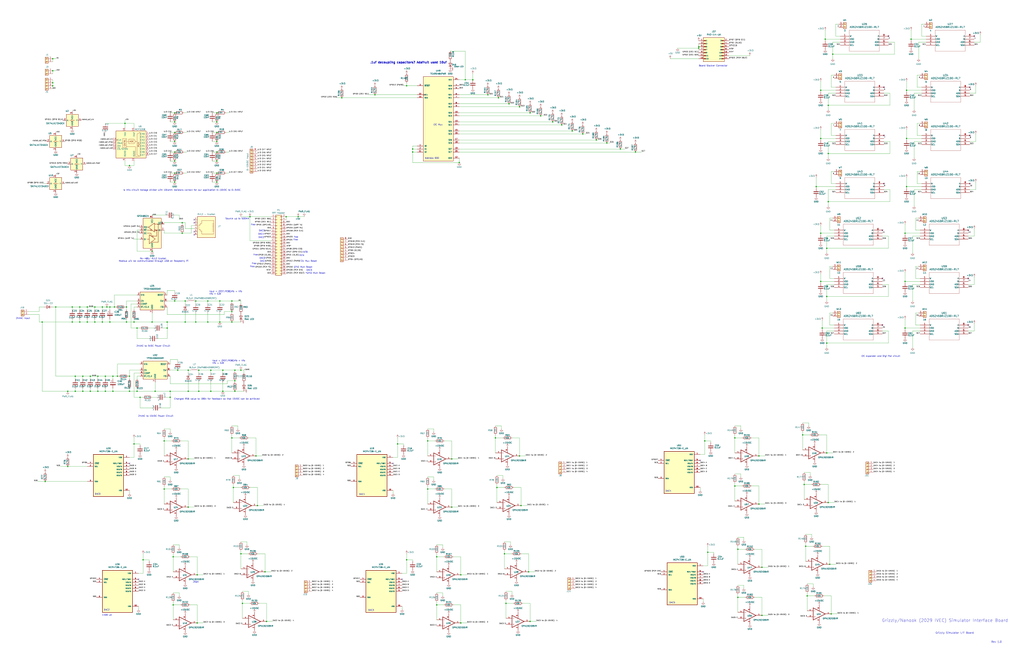
<source format=kicad_sch>
(kicad_sch (version 20250114) (generator "eeschema") (generator_version "9.0")
  (paper "D")
  (text "DAC3" (at 220.726 194.818 0) (effects (font (size 1.27 1.27))))
  (text "free" (at 214.376 222.504 0) (effects (font (size 1.27 1.27))))
  (text "Source up to 500mA" (at 200.152 184.658 0) (effects (font (size 1.27 1.27))))
  (text "DAC4" (at 220.218 197.612 0) (effects (font (size 1.27 1.27))))
  (text "Is this circuit Voltage divider with 10kohm resistors correct for our application 0-10VDC to 0-5VDC" (at 153.416 160.528 0) (effects (font (size 1.27 1.27))))
  (text "DAC2\n\n" (at 220.472 201.422 0) (effects (font (size 1.27 1.27))))
  (text "I2C addressing for DAC0/DAC1 is stored in the EEPROM" (at 424.688 567.436 0) (effects (font (size 1.27 1.27))))
  (text "Changed R56 value to 180k for feedback so that 15VDC can be achieved" (at 182.88 336.804 0) (effects (font (size 1.27 1.27))))
  (text "DAC3\n" (at 312.928 515.112 0) (effects (font (size 1.27 1.27))))
  (text "DAC4" (at 563.626 414.528 0) (effects (font (size 1.27 1.27))))
  (text "DAC1" (at 305.308 417.322 0) (effects (font (size 1.27 1.27))))
  (text "DAC0" (at 82.296 417.068 0) (effects (font (size 1.27 1.27))))
  (text "Rs-485/ RJ12 EcoNet \nModbus will be communicated through USB on Raspberry Pi" (at 129.54 219.456 0) (effects (font (size 1.27 1.27))))
  (text "DAC1" (at 221.742 220.472 0) (effects (font (size 1.27 1.27))))
  (text "Non-inverting Op-amp (Gain X2) used to step up voltage from 0-5vdc to 0-10vdc. Motors are 4-20ma " (at 430.022 571.754 0) (effects (font (size 1.27 1.27))))
  (text "DAC5" (at 260.858 228.092 0) (effects (font (size 1.27 1.27))))
  (text "24VAC to 5VDC Power Circuit" (at 129.286 292.1 0) (effects (font (size 1.27 1.27))))
  (text ".1uf decoupling capacitors? Adafruit used 10uf " (at 345.186 52.832 0) (effects (font (size 1.778 1.778) (thickness 0.3556) (bold yes))))
  (text "INTB" (at 257.302 212.852 0) (effects (font (size 1.27 1.27))))
  (text "free" (at 213.614 189.738 0) (effects (font (size 1.27 1.27))))
  (text "DAC0" (at 221.234 217.932 0) (effects (font (size 1.27 1.27))))
  (text "free" (at 249.682 200.152 0) (effects (font (size 1.27 1.27))))
  (text "i2c Mux Reset" (at 260.35 220.472 0) (effects (font (size 1.27 1.27))))
  (text "INTA" (at 254.508 215.646 0) (effects (font (size 1.27 1.27))))
  (text "Grizzly Simulator I/F Board" (at 788.924 535.178 0) (effects (font (size 1.524 1.524)) (justify left bottom)))
  (text "20pA" (at 165.1 491.236 0) (effects (font (size 1.27 1.27))))
  (text "24VAC to 15VDC Power Circuit" (at 131.318 351.282 0) (effects (font (size 1.27 1.27))))
  (text "free" (at 215.646 215.138 0) (effects (font (size 1.27 1.27))))
  (text "Grizzly/Nanook (2029 IVEC) Simulator Interface Board" (at 743.712 525.272 0) (effects (font (size 2.54 2.54)) (justify left bottom)))
  (text "Address 000" (at 364.236 133.604 0) (effects (font (size 1.27 1.27))))
  (text "DAC5\n" (at 566.928 508.762 0) (effects (font (size 1.27 1.27))))
  (text "DAC2" (at 89.916 514.858 0) (effects (font (size 1.27 1.27))))
  (text "Av = R1/R2 + 1" (at 422.656 575.818 0) (effects (font (size 1.27 1.27))))
  (text "Vout = (R37/R38)Vfb + Vfb\nVfb = 0.8" (at 176.53 248.92 0) (effects (font (size 1.27 1.27)) (justify left bottom)))
  (text "free" (at 249.428 202.438 0) (effects (font (size 1.27 1.27))))
  (text "GPIO MUX Reset" (at 255.524 225.552 0) (effects (font (size 1.27 1.27))))
  (text "1400 uA" (at 90.17 519.176 0) (effects (font (size 1.27 1.27))))
  (text "*GPIO MUX Reset" (at 265.938 230.632 0) (effects (font (size 1.27 1.27))))
  (text "free" (at 212.852 225.044 0) (effects (font (size 1.27 1.27))))
  (text "Board Stacker Connector" (at 601.472 55.626 0) (effects (font (size 1.27 1.27))))
  (text "Rev 1.0" (at 835.914 542.798 0) (effects (font (size 1.524 1.524)) (justify left bottom)))
  (text "Vout = (R37/R38)Vfb + Vfb\nVfb = 0.8" (at 179.07 307.34 0) (effects (font (size 1.27 1.27)) (justify left bottom)))
  (text "I2C Mux" (at 369.316 105.41 0) (effects (font (size 1.27 1.27))))
  (text "I2C expander and Digi Pot circuit" (at 742.696 300.736 0) (effects (font (size 1.27 1.27))))
  (text "24VAC Input" (at 19.304 268.732 0) (effects (font (size 1.27 1.27))))
  (junction (at 217.17 426.72))
  (junction (at 182.88 135.89))
  (junction (at 147.32 111.76))
  (junction (at 166.37 485.14))
  (junction (at 763.27 276.86))
  (junction (at 342.9 472.44))
  (junction (at 156.21 254))
  (junction (at 347.98 128.27))
  (junction (at 67.31 271.78))
  (junction (at 502.92 118.11))
  (junction (at 195.58 369.57))
  (junction (at 73.66 271.78))
  (junction (at 619.76 410.21))
  (junction (at 128.27 271.78))
  (junction (at 182.88 128.27))
  (junction (at 392.43 67.31))
  (junction (at 676.91 367.03))
  (junction (at 175.26 254))
  (junction (at 523.24 125.73))
  (junction (at 511.81 120.65))
  (junction (at 147.32 128.27))
  (junction (at 223.52 482.6))
  (junction (at 120.65 472.44))
  (junction (at 182.88 102.87))
  (junction (at 175.26 271.78))
  (junction (at 535.94 128.27))
  (junction (at 147.32 254))
  (junction (at 388.62 525.78))
  (junction (at 63.5 330.2))
  (junction (at 447.04 95.25))
  (junction (at 699.77 476.25))
  (junction (at 146.05 469.9))
  (junction (at 455.93 97.79))
  (junction (at 140.97 276.86))
  (junction (at 182.88 153.67))
  (junction (at 158.75 387.35))
  (junction (at 158.75 427.99))
  (junction (at 76.2 330.2))
  (junction (at 113.03 271.78))
  (junction (at 106.68 271.78))
  (junction (at 177.8 312.42))
  (junction (at 198.12 312.42))
  (junction (at 182.88 95.25))
  (junction (at 195.58 262.89))
  (junction (at 589.28 40.64))
  (junction (at 147.32 146.05))
  (junction (at 198.12 330.2))
  (junction (at 438.15 384.81))
  (junction (at 99.06 317.5))
  (junction (at 387.35 137.16))
  (junction (at 167.64 330.2))
  (junction (at 680.72 502.92))
  (junction (at 165.1 254))
  (junction (at 388.62 485.14))
  (junction (at 195.58 271.78))
  (junction (at 640.08 384.81))
  (junction (at 167.64 312.42))
  (junction (at 426.72 509.27))
  (junction (at 128.27 212.09))
  (junction (at 697.23 289.56))
  (junction (at 185.42 271.78))
  (junction (at 411.48 80.01))
  (junction (at 697.23 250.19))
  (junction (at 316.23 80.01))
  (junction (at 57.15 393.7))
  (junction (at 44.45 49.53))
  (junction (at 251.46 182.88))
  (junction (at 368.3 510.54))
  (junction (at 106.68 259.08))
  (junction (at 438.15 90.17))
  (junction (at 768.35 33.02))
  (junction (at 95.25 330.2))
  (junction (at 82.55 330.2))
  (junction (at 198.12 321.31))
  (junction (at 60.96 259.08))
  (junction (at 203.2 467.36))
  (junction (at 109.22 330.2))
  (junction (at 619.76 369.57))
  (junction (at 589.28 39.37))
  (junction (at 67.31 259.08))
  (junction (at 147.32 95.25))
  (junction (at 594.36 372.11))
  (junction (at 241.3 182.88))
  (junction (at 147.32 102.87))
  (junction (at 764.54 157.48))
  (junction (at 69.85 330.2))
  (junction (at 130.81 330.2))
  (junction (at 417.83 369.57))
  (junction (at 210.82 182.88))
  (junction (at 105.41 104.14))
  (junction (at 80.01 259.08))
  (junction (at 80.01 271.78))
  (junction (at 187.96 312.42))
  (junction (at 95.25 317.5))
  (junction (at 138.43 412.75))
  (junction (at 692.15 116.84))
  (junction (at 44.45 69.85))
  (junction (at 622.3 504.19))
  (junction (at 182.88 146.05))
  (junction (at 44.45 72.39))
  (junction (at 57.15 330.2))
  (junction (at 697.23 382.27))
  (junction (at 35.56 271.78))
  (junction (at 118.11 335.28))
  (junction (at 182.88 111.76))
  (junction (at 88.9 330.2))
  (junction (at 195.58 254))
  (junction (at 115.57 330.2))
  (junction (at 113.03 374.65))
  (junction (at 147.32 135.89))
  (junction (at 288.29 82.55))
  (junction (at 86.36 259.08))
  (junction (at 473.71 105.41))
  (junction (at 642.62 519.43))
  (junction (at 90.17 259.08))
  (junction (at 147.32 153.67))
  (junction (at 203.2 312.42))
  (junction (at 86.36 271.78))
  (junction (at 692.15 196.85))
  (junction (at 698.5 88.9))
  (junction (at 466.09 102.87))
  (junction (at 92.71 271.78))
  (junction (at 381 387.35))
  (junction (at 166.37 525.78))
  (junction (at 695.96 33.02))
  (junction (at 63.5 317.5))
  (junction (at 196.85 411.48))
  (junction (at 156.21 271.78))
  (junction (at 419.1 411.48))
  (junction (at 109.22 317.5))
  (junction (at 425.45 467.36))
  (junction (at 38.1 406.4))
  (junction (at 764.54 116.84))
  (junction (at 764.54 76.2))
  (junction (at 165.1 271.78))
  (junction (at 177.8 330.2))
  (junction (at 688.34 157.48))
  (junction (at 115.57 276.86))
  (junction (at 149.86 312.42))
  (junction (at 342.9 72.39))
  (junction (at 398.78 67.31))
  (junction (at 360.68 412.75))
  (junction (at 702.31 45.72))
  (junction (at 140.97 271.78))
  (junction (at 429.26 87.63))
  (junction (at 138.43 372.11))
  (junction (at 335.28 374.65))
  (junction (at 698.5 170.18))
  (junction (at 204.47 509.27))
  (junction (at 420.37 82.55))
  (junction (at 697.23 209.55))
  (junction (at 185.42 254))
  (junction (at 158.75 330.2))
  (junction (at 44.45 59.69))
  (junction (at 182.88 119.38))
  (junction (at 698.5 424.18))
  (junction (at 439.42 426.72))
  (junction (at 640.08 425.45))
  (junction (at 763.27 196.85))
  (junction (at 82.55 317.5))
  (junction (at 622.3 463.55))
  (junction (at 360.68 372.11))
  (junction (at 698.5 129.54))
  (junction (at 596.9 466.09))
  (junction (at 88.9 317.5))
  (junction (at 109.22 139.7))
  (junction (at 92.71 259.08))
  (junction (at 147.32 119.38))
  (junction (at 678.18 408.94))
  (junction (at 143.51 330.2))
  (junction (at 447.04 524.51))
  (junction (at 60.96 271.78))
  (junction (at 763.27 237.49))
  (junction (at 347.98 125.73))
  (junction (at 491.49 113.03))
  (junction (at 153.67 187.96))
  (junction (at 76.2 317.5))
  (junction (at 46.99 259.08))
  (junction (at 224.79 524.51))
  (junction (at 187.96 330.2))
  (junction (at 96.52 259.08))
  (junction (at 445.77 482.6))
  (junction (at 73.66 259.08))
  (junction (at 482.6 110.49))
  (junction (at 692.15 237.49))
  (junction (at 215.9 384.81))
  (junction (at 692.15 76.2))
  (junction (at 368.3 469.9))
  (junction (at 153.67 196.85))
  (junction (at 146.05 510.54))
  (junction (at 69.85 317.5))
  (junction (at 381 427.99))
  (junction (at 679.45 461.01))
  (junction (at 693.42 276.86))
  (junction (at 143.51 335.28))
  (junction (at 158.75 312.42))
  (junction (at 701.04 518.16))
  (junction (at 642.62 478.79))
  (no_connect (at 745.49 114.3))
  (no_connect (at 744.22 194.31))
  (no_connect (at 163.83 185.42))
  (no_connect (at 745.49 73.66))
  (no_connect (at 817.88 154.94))
  (no_connect (at 745.49 154.94))
  (no_connect (at 163.83 198.12))
  (no_connect (at 116.84 488.95))
  (no_connect (at 817.88 73.66))
  (no_connect (at 749.3 30.48))
  (no_connect (at 593.09 482.6))
  (no_connect (at 744.22 234.95))
  (no_connect (at 744.22 274.32))
  (no_connect (at 821.69 30.48))
  (no_connect (at 331.47 391.16))
  (no_connect (at 816.61 274.32))
  (no_connect (at 163.83 195.58))
  (no_connect (at 163.83 187.96))
  (no_connect (at 590.55 388.62))
  (no_connect (at 816.61 234.95))
  (no_connect (at 816.61 194.31))
  (no_connect (at 817.88 114.3))
  (no_connect (at 109.22 391.16))
  (no_connect (at 339.09 488.95))
  (wire (pts (xy 619.76 400.05) (xy 624.84 400.05)))
  (wire (pts (xy 187.96 312.42) (xy 187.96 314.96)))
  (wire (pts (xy 438.15 90.17) (xy 439.42 90.17)))
  (wire (pts (xy 109.22 317.5) (xy 109.22 320.04)))
  (wire (pts (xy 143.51 330.2) (xy 143.51 335.28)))
  (wire (pts (xy 685.8 492.76) (xy 685.8 495.3)))
  (wire (pts (xy 768.35 33.02) (xy 781.05 33.02)))
  (wire (pts (xy 146.05 500.38) (xy 151.13 500.38)))
  (wire (pts (xy 482.6 110.49) (xy 483.87 110.49)))
  (wire (pts (xy 425.45 464.82) (xy 425.45 467.36)))
  (wire (pts (xy 347.98 125.73) (xy 351.79 125.73)))
  (wire (pts (xy 143.51 335.28) (xy 139.7 335.28)))
  (wire (pts (xy 92.71 269.24) (xy 92.71 271.78)))
  (wire (pts (xy 447.04 95.25) (xy 448.31 95.25)))
  (wire (pts (xy 417.83 369.57) (xy 424.18 369.57)))
  (wire (pts (xy 140.97 248.92) (xy 140.97 245.11)))
  (wire (pts (xy 113.03 139.7) (xy 109.22 139.7)))
  (wire (pts (xy 153.67 187.96) (xy 153.67 189.23)))
  (wire (pts (xy 149.86 303.53) (xy 149.86 304.8)))
  (wire (pts (xy 447.04 524.51) (xy 452.12 524.51)))
  (wire (pts (xy 701.04 502.92) (xy 701.04 518.16)))
  (wire (pts (xy 392.43 43.18) (xy 392.43 67.31)))
  (wire (pts (xy 316.23 80.01) (xy 351.79 80.01)))
  (wire (pts (xy 331.47 414.02) (xy 331.47 416.56)))
  (wire (pts (xy 115.57 327.66) (xy 115.57 330.2)))
  (wire (pts (xy 113.03 104.14) (xy 113.03 107.95)))
  (wire (pts (xy 152.4 372.11) (xy 158.75 372.11)))
  (wire (pts (xy 523.24 125.73) (xy 527.05 125.73)))
  (wire (pts (xy 60.96 259.08) (xy 60.96 261.62)))
  (wire (pts (xy 695.96 25.4) (xy 695.96 33.02)))
  (wire (pts (xy 143.51 153.67) (xy 147.32 153.67)))
  (wire (pts (xy 44.45 59.69) (xy 46.99 59.69)))
  (wire (pts (xy 76.2 330.2) (xy 69.85 330.2)))
  (wire (pts (xy 166.37 525.78) (xy 171.45 525.78)))
  (wire (pts (xy 153.67 196.85) (xy 138.43 196.85)))
  (wire (pts (xy 704.85 78.74) (xy 698.5 78.74)))
  (wire (pts (xy 701.04 518.16) (xy 706.12 518.16)))
  (wire (pts (xy 109.22 312.42) (xy 109.22 317.5)))
  (wire (pts (xy 140.97 276.86) (xy 140.97 285.75)))
  (wire (pts (xy 702.31 45.72) (xy 702.31 49.53)))
  (wire (pts (xy 770.89 160.02) (xy 770.89 173.99)))
  (wire (pts (xy 128.27 264.16) (xy 128.27 271.78)))
  (wire (pts (xy 113.03 135.89) (xy 113.03 139.7)))
  (wire (pts (xy 640.08 384.81) (xy 645.16 384.81)))
  (wire (pts (xy 210.82 203.2) (xy 228.6 203.2)))
  (wire (pts (xy 426.72 499.11) (xy 431.8 499.11)))
  (wire (pts (xy 822.96 153.67) (xy 822.96 160.02)))
  (wire (pts (xy 360.68 372.11) (xy 367.03 372.11)))
  (wire (pts (xy 775.97 199.39) (xy 769.62 199.39)))
  (wire (pts (xy 683.26 398.78) (xy 683.26 401.32)))
  (wire (pts (xy 158.75 427.99) (xy 163.83 427.99)))
  (wire (pts (xy 430.53 457.2) (xy 430.53 459.74)))
  (wire (pts (xy 387.35 128.27) (xy 535.94 128.27)))
  (wire (pts (xy 185.42 264.16) (xy 185.42 271.78)))
  (wire (pts (xy 417.83 359.41) (xy 422.91 359.41)))
  (wire (pts (xy 156.21 193.04) (xy 163.83 193.04)))
  (wire (pts (xy 165.1 264.16) (xy 165.1 271.78)))
  (wire (pts (xy 697.23 250.19) (xy 697.23 254)))
  (wire (pts (xy 99.06 317.5) (xy 100.33 317.5)))
  (wire (pts (xy 95.25 330.2) (xy 109.22 330.2)))
  (wire (pts (xy 777.24 160.02) (xy 770.89 160.02)))
  (wire (pts (xy 179.07 128.27) (xy 182.88 128.27)))
  (wire (pts (xy 88.9 317.5) (xy 82.55 317.5)))
  (wire (pts (xy 86.36 271.78) (xy 80.01 271.78)))
  (wire (pts (xy 619.76 407.67) (xy 619.76 410.21)))
  (wire (pts (xy 175.26 271.78) (xy 185.42 271.78)))
  (wire (pts (xy 340.36 72.39) (xy 342.9 72.39)))
  (wire (pts (xy 695.96 33.02) (xy 695.96 34.29)))
  (wire (pts (xy 387.35 80.01) (xy 411.48 80.01)))
  (wire (pts (xy 120.65 335.28) (xy 118.11 335.28)))
  (wire (pts (xy 368.3 467.36) (xy 368.3 469.9)))
  (wire (pts (xy 146.05 469.9) (xy 152.4 469.9)))
  (wire (pts (xy 619.76 410.21) (xy 626.11 410.21)))
  (wire (pts (xy 156.21 264.16) (xy 156.21 271.78)))
  (wire (pts (xy 695.96 33.02) (xy 708.66 33.02)))
  (wire (pts (xy 692.15 116.84) (xy 704.85 116.84)))
  (wire (pts (xy 138.43 189.23) (xy 138.43 187.96)))
  (wire (pts (xy 165.1 254) (xy 175.26 254)))
  (wire (pts (xy 680.72 502.92) (xy 687.07 502.92)))
  (wire (pts (xy 167.64 322.58) (xy 167.64 330.2)))
  (wire (pts (xy 821.69 273.05) (xy 821.69 279.4)))
  (wire (pts (xy 679.45 450.85) (xy 684.53 450.85)))
  (wire (pts (xy 772.16 184.15) (xy 772.16 194.31)))
  (wire (pts (xy 379.73 43.18) (xy 392.43 43.18)))
  (wire (pts (xy 692.15 237.49) (xy 703.58 237.49)))
  (wire (pts (xy 703.58 279.4) (xy 697.23 279.4)))
  (wire (pts (xy 140.97 271.78) (xy 140.97 276.86)))
  (wire (pts (xy 777.24 78.74) (xy 770.89 78.74)))
  (wire (pts (xy 335.28 374.65) (xy 335.28 386.08)))
  (wire (pts (xy 773.43 154.94) (xy 777.24 154.94)))
  (wire (pts (xy 622.3 463.55) (xy 628.65 463.55)))
  (wire (pts (xy 157.48 95.25) (xy 154.94 95.25)))
  (wire (pts (xy 195.58 369.57) (xy 201.93 369.57)))
  (wire (pts (xy 33.02 265.43) (xy 33.02 271.78)))
  (wire (pts (xy 763.27 237.49) (xy 763.27 238.76)))
  (wire (pts (xy 187.96 312.42) (xy 198.12 312.42)))
  (wire (pts (xy 347.98 128.27) (xy 347.98 137.16)))
  (wire (pts (xy 185.42 254) (xy 185.42 256.54)))
  (wire (pts (xy 374.65 412.75) (xy 381 412.75)))
  (wire (pts (xy 698.5 160.02) (xy 698.5 170.18)))
  (wire (pts (xy 744.22 199.39) (xy 749.3 199.39)))
  (wire (pts (xy 692.15 68.58) (xy 692.15 76.2)))
  (wire (pts (xy 38.1 406.4) (xy 73.66 406.4)))
  (wire (pts (xy 764.54 68.58) (xy 764.54 76.2)))
  (wire (pts (xy 692.15 76.2) (xy 692.15 77.47)))
  (wire (pts (xy 455.93 97.79) (xy 458.47 97.79)))
  (wire (pts (xy 161.29 196.85) (xy 153.67 196.85)))
  (wire (pts (xy 704.85 160.02) (xy 698.5 160.02)))
  (wire (pts (xy 342.9 472.44) (xy 342.9 483.87)))
  (wire (pts (xy 160.02 510.54) (xy 166.37 510.54)))
  (wire (pts (xy 698.5 88.9) (xy 698.5 92.71)))
  (wire (pts (xy 44.45 49.53) (xy 44.45 52.07)))
  (wire (pts (xy 80.01 271.78) (xy 73.66 271.78)))
  (wire (pts (xy 204.47 509.27) (xy 210.82 509.27)))
  (wire (pts (xy 215.9 369.57) (xy 215.9 384.81)))
  (wire (pts (xy 381 427.99) (xy 386.08 427.99)))
  (wire (pts (xy 140.97 276.86) (xy 137.16 276.86)))
  (wire (pts (xy 745.49 119.38) (xy 750.57 119.38)))
  (wire (pts (xy 773.43 144.78) (xy 773.43 154.94)))
  (wire (pts (xy 342.9 72.39) (xy 351.79 72.39)))
  (wire (pts (xy 365.76 361.95) (xy 365.76 364.49)))
  (wire (pts (xy 773.43 104.14) (xy 773.43 114.3)))
  (wire (pts (xy 438.15 384.81) (xy 443.23 384.81)))
  (wire (pts (xy 692.15 196.85) (xy 692.15 198.12)))
  (wire (pts (xy 129.54 276.86) (xy 125.73 276.86)))
  (wire (pts (xy 140.97 254) (xy 147.32 254)))
  (wire (pts (xy 640.08 369.57) (xy 640.08 384.81)))
  (wire (pts (xy 642.62 519.43) (xy 647.7 519.43)))
  (wire (pts (xy 204.47 509.27) (xy 204.47 521.97)))
  (wire (pts (xy 158.75 387.35) (xy 163.83 387.35)))
  (wire (pts (xy 388.62 510.54) (xy 388.62 525.78)))
  (wire (pts (xy 599.44 373.38) (xy 599.44 372.11)))
  (wire (pts (xy 596.9 461.01) (xy 596.9 466.09)))
  (wire (pts (xy 419.1 411.48) (xy 419.1 424.18)))
  (wire (pts (xy 699.77 264.16) (xy 699.77 274.32)))
  (wire (pts (xy 217.17 426.72) (xy 222.25 426.72)))
  (wire (pts (xy 381 387.35) (xy 386.08 387.35)))
  (wire (pts (xy 120.65 483.87) (xy 116.84 483.87)))
  (wire (pts (xy 224.79 524.51) (xy 229.87 524.51)))
  (wire (pts (xy 692.15 116.84) (xy 692.15 118.11)))
  (wire (pts (xy 619.76 410.21) (xy 619.76 422.91)))
  (wire (pts (xy 86.36 259.08) (xy 86.36 261.62)))
  (wire (pts (xy 419.1 401.32) (xy 424.18 401.32)))
  (wire (pts (xy 368.3 469.9) (xy 368.3 482.6)))
  (wire (pts (xy 200.66 359.41) (xy 200.66 361.95)))
  (wire (pts (xy 701.04 144.78) (xy 701.04 154.94)))
  (wire (pts (xy 763.27 237.49) (xy 775.97 237.49)))
  (wire (pts (xy 116.84 511.81) (xy 116.84 514.35)))
  (wire (pts (xy 822.96 72.39) (xy 822.96 78.74)))
  (wire (pts (xy 165.1 271.78) (xy 175.26 271.78)))
  (wire (pts (xy 426.72 509.27) (xy 433.07 509.27)))
  (wire (pts (xy 368.3 469.9) (xy 374.65 469.9)))
  (wire (pts (xy 775.97 240.03) (xy 769.62 240.03)))
  (wire (pts (xy 195.58 359.41) (xy 200.66 359.41)))
  (wire (pts (xy 82.55 327.66) (xy 82.55 330.2)))
  (wire (pts (xy 688.34 157.48) (xy 704.85 157.48)))
  (wire (pts (xy 373.38 500.38) (xy 373.38 502.92)))
  (wire (pts (xy 368.3 500.38) (xy 373.38 500.38)))
  (wire (pts (xy 106.68 259.08) (xy 105.41 259.08)))
  (wire (pts (xy 115.57 254) (xy 106.68 254)))
  (wire (pts (xy 113.03 369.57) (xy 113.03 374.65)))
  (wire (pts (xy 429.26 87.63) (xy 430.53 87.63)))
  (wire (pts (xy 105.41 139.7) (xy 109.22 139.7)))
  (wire (pts (xy 679.45 461.01) (xy 685.8 461.01)))
  (wire (pts (xy 156.21 254) (xy 156.21 256.54)))
  (wire (pts (xy 764.54 157.48) (xy 777.24 157.48)))
  (wire (pts (xy 619.76 369.57) (xy 626.11 369.57)))
  (wire (pts (xy 95.25 317.5) (xy 95.25 320.04)))
  (wire (pts (xy 388.62 485.14) (xy 393.7 485.14)))
  (wire (pts (xy 113.03 374.65) (xy 113.03 386.08)))
  (wire (pts (xy 678.18 408.94) (xy 678.18 421.64)))
  (wire (pts (xy 193.04 128.27) (xy 190.5 128.27)))
  (wire (pts (xy 769.62 240.03) (xy 769.62 254)))
  (wire (pts (xy 387.35 95.25) (xy 447.04 95.25)))
  (wire (pts (xy 203.2 464.82) (xy 203.2 467.36)))
  (wire (pts (xy 342.9 483.87) (xy 339.09 483.87)))
  (wire (pts (xy 146.05 469.9) (xy 146.05 482.6)))
  (wire (pts (xy 113.03 335.28) (xy 118.11 335.28)))
  (wire (pts (xy 821.69 233.68) (xy 821.69 240.03)))
  (wire (pts (xy 57.15 330.2) (xy 63.5 330.2)))
  (wire (pts (xy 642.62 463.55) (xy 642.62 478.79)))
  (wire (pts (xy 205.74 312.42) (xy 205.74 314.96)))
  (wire (pts (xy 115.57 256.54) (xy 110.49 256.54)))
  (wire (pts (xy 764.54 76.2) (xy 777.24 76.2)))
  (wire (pts (xy 36.83 259.08) (xy 33.02 259.08)))
  (wire (pts (xy 773.43 73.66) (xy 777.24 73.66)))
  (wire (pts (xy 692.15 190.5) (xy 692.15 196.85)))
  (wire (pts (xy 138.43 412.75) (xy 138.43 425.45)))
  (wire (pts (xy 46.99 259.08) (xy 46.99 317.5)))
  (wire (pts (xy 411.48 80.01) (xy 412.75 80.01)))
  (wire (pts (xy 387.35 110.49) (xy 482.6 110.49)))
  (wire (pts (xy 67.31 259.08) (xy 67.31 261.62)))
  (wire (pts (xy 109.22 317.5) (xy 107.95 317.5)))
  (wire (pts (xy 143.51 303.53) (xy 149.86 303.53)))
  (wire (pts (xy 596.9 477.52) (xy 593.09 477.52)))
  (wire (pts (xy 426.72 506.73) (xy 426.72 509.27)))
  (wire (pts (xy 73.66 269.24) (xy 73.66 271.78)))
  (wire (pts (xy 196.85 411.48) (xy 196.85 424.18)))
  (wire (pts (xy 622.3 453.39) (xy 627.38 453.39)))
  (wire (pts (xy 680.72 492.76) (xy 685.8 492.76)))
  (wire (pts (xy 816.61 240.03) (xy 821.69 240.03)))
  (wire (pts (xy 209.55 369.57) (xy 215.9 369.57)))
  (wire (pts (xy 118.11 374.65) (xy 113.03 374.65)))
  (wire (pts (xy 76.2 317.5) (xy 82.55 317.5)))
  (wire (pts (xy 684.53 450.85) (xy 684.53 453.39)))
  (wire (pts (xy 768.35 33.02) (xy 768.35 34.29)))
  (wire (pts (xy 185.42 271.78) (xy 195.58 271.78)))
  (wire (pts (xy 35.56 271.78) (xy 60.96 271.78)))
  (wire (pts (xy 140.97 285.75) (xy 133.35 285.75)))
  (wire (pts (xy 339.09 511.81) (xy 339.09 514.35)))
  (wire (pts (xy 67.31 259.08) (xy 60.96 259.08)))
  (wire (pts (xy 143.51 330.2) (xy 158.75 330.2)))
  (wire (pts (xy 774.7 184.15) (xy 772.16 184.15)))
  (wire (pts (xy 419.1 411.48) (xy 425.45 411.48)))
  (wire (pts (xy 750.57 78.74) (xy 750.57 88.9)))
  (wire (pts (xy 774.7 264.16) (xy 772.16 264.16)))
  (wire (pts (xy 679.45 461.01) (xy 679.45 473.71)))
  (wire (pts (xy 118.11 194.31) (xy 115.57 194.31)))
  (wire (pts (xy 594.36 383.54) (xy 590.55 383.54)))
  (wire (pts (xy 158.75 330.2) (xy 167.64 330.2)))
  (wire (pts (xy 50.8 393.7) (xy 57.15 393.7)))
  (wire (pts (xy 158.75 412.75) (xy 158.75 427.99)))
  (wire (pts (xy 128.27 344.17) (xy 118.11 344.17)))
  (wire (pts (xy 167.64 312.42) (xy 177.8 312.42)))
  (wire (pts (xy 701.04 104.14) (xy 701.04 114.3)))
  (wire (pts (xy 120.65 467.36) (xy 120.65 472.44)))
  (wire (pts (xy 701.04 154.94) (xy 704.85 154.94)))
  (wire (pts (xy 601.98 467.36) (xy 601.98 466.09)))
  (wire (pts (xy 143.51 146.05) (xy 147.32 146.05)))
  (wire (pts (xy 88.9 330.2) (xy 95.25 330.2)))
  (wire (pts (xy 624.84 400.05) (xy 624.84 402.59)))
  (wire (pts (xy 224.79 509.27) (xy 224.79 524.51)))
  (wire (pts (xy 749.3 279.4) (xy 749.3 289.56)))
  (wire (pts (xy 622.3 463.55) (xy 622.3 476.25)))
  (wire (pts (xy 779.78 20.32) (xy 777.24 20.32)))
  (wire (pts (xy 198.12 312.42) (xy 198.12 313.69)))
  (wire (pts (xy 208.28 457.2) (xy 208.28 459.74)))
  (wire (pts (xy 335.28 369.57) (xy 335.28 374.65)))
  (wire (pts (xy 702.31 264.16) (xy 699.77 264.16)))
  (wire (pts (xy 153.67 187.96) (xy 138.43 187.96)))
  (wire (pts (xy 633.73 410.21) (xy 640.08 410.21)))
  (wire (pts (xy 398.78 62.23) (xy 398.78 67.31)))
  (wire (pts (xy 640.08 425.45) (xy 645.16 425.45)))
  (wire (pts (xy 115.57 194.31) (xy 115.57 212.09)))
  (wire (pts (xy 44.45 259.08) (xy 46.99 259.08)))
  (wire (pts (xy 113.03 314.96) (xy 113.03 335.28)))
  (wire (pts (xy 76.2 327.66) (xy 76.2 330.2)))
  (wire (pts (xy 763.27 269.24) (xy 763.27 276.86)))
  (wire (pts (xy 151.13 459.74) (xy 151.13 462.28)))
  (wire (pts (xy 88.9 317.5) (xy 88.9 320.04)))
  (wire (pts (xy 151.13 181.61) (xy 147.32 181.61)))
  (wire (pts (xy 167.64 330.2) (xy 177.8 330.2)))
  (wire (pts (xy 140.97 265.43) (xy 189.23 265.43)))
  (wire (pts (xy 698.5 170.18) (xy 698.5 173.99)))
  (wire (pts (xy 698.5 129.54) (xy 698.5 133.35)))
  (wire (pts (xy 177.8 330.2) (xy 187.96 330.2)))
  (wire (pts (xy 118.11 312.42) (xy 109.22 312.42)))
  (wire (pts (xy 676.91 367.03) (xy 683.26 367.03)))
  (wire (pts (xy 198.12 312.42) (xy 203.2 312.42)))
  (wire (pts (xy 347.98 125.73) (xy 347.98 128.27)))
  (wire (pts (xy 360.68 372.11) (xy 360.68 384.81)))
  (wire (pts (xy 768.35 25.4) (xy 768.35 33.02)))
  (wire (pts (xy 821.69 193.04) (xy 821.69 199.39)))
  (wire (pts (xy 69.85 327.66) (xy 69.85 330.2)))
  (wire (pts (xy 772.16 274.32) (xy 775.97 274.32)))
  (wire (pts (xy 73.66 259.08) (xy 80.01 259.08)))
  (wire (pts (xy 697.23 367.03) (xy 697.23 382.27)))
  (wire (pts (xy 166.37 510.54) (xy 166.37 525.78)))
  (wire (pts (xy 678.18 406.4) (xy 678.18 408.94)))
  (wire (pts (xy 703.58 104.14) (xy 701.04 104.14)))
  (wire (pts (xy 438.15 369.57) (xy 438.15 384.81)))
  (wire (pts (xy 86.36 259.08) (xy 90.17 259.08)))
  (wire (pts (xy 195.58 271.78) (xy 203.2 271.78)))
  (wire (pts (xy 692.15 76.2) (xy 704.85 76.2)))
  (wire (pts (xy 335.28 386.08) (xy 331.47 386.08)))
  (wire (pts (xy 360.68 412.75) (xy 360.68 425.45)))
  (wire (pts (xy 699.77 194.31) (xy 703.58 194.31)))
  (wire (pts (xy 681.99 356.87) (xy 681.99 359.41)))
  (wire (pts (xy 382.27 510.54) (xy 388.62 510.54)))
  (wire (pts (xy 140.97 271.78) (xy 156.21 271.78)))
  (wire (pts (xy 763.27 276.86) (xy 763.27 278.13)))
  (wire (pts (xy 146.05 510.54) (xy 146.05 523.24)))
  (wire (pts (xy 143.51 312.42) (xy 149.86 312.42)))
  (wire (pts (xy 764.54 76.2) (xy 764.54 77.47)))
  (wire (pts (xy 143.51 344.17) (xy 135.89 344.17)))
  (wire (pts (xy 772.16 264.16) (xy 772.16 274.32)))
  (wire (pts (xy 693.42 461.01) (xy 699.77 461.01)))
  (wire (pts (xy 360.68 412.75) (xy 367.03 412.75)))
  (wire (pts (xy 688.34 157.48) (xy 688.34 158.75)))
  (wire (pts (xy 113.03 259.08) (xy 115.57 259.08)))
  (wire (pts (xy 223.52 482.6) (xy 228.6 482.6)))
  (wire (pts (xy 147.32 254) (xy 156.21 254)))
  (wire (pts (xy 63.5 330.2) (xy 69.85 330.2)))
  (wire (pts (xy 373.38 459.74) (xy 373.38 462.28)))
  (wire (pts (xy 130.81 330.2) (xy 143.51 330.2)))
  (wire (pts (xy 143.51 307.34) (xy 143.51 303.53)))
  (wire (pts (xy 125.73 473.71) (xy 125.73 472.44)))
  (wire (pts (xy 118.11 201.93) (xy 113.03 201.93)))
  (wire (pts (xy 115.57 212.09) (xy 128.27 212.09)))
  (wire (pts (xy 381 372.11) (xy 381 387.35)))
  (wire (pts (xy 425.45 467.36) (xy 425.45 480.06)))
  (wire (pts (xy 156.21 271.78) (xy 165.1 271.78)))
  (wire (pts (xy 590.55 411.48) (xy 590.55 414.02)))
  (wire (pts (xy 697.23 199.39) (xy 697.23 209.55)))
  (wire (pts (xy 627.38 453.39) (xy 627.38 455.93)))
  (wire (pts (xy 113.03 269.24) (xy 113.03 271.78)))
  (wire (pts (xy 106.68 259.08) (xy 106.68 261.62)))
  (wire (pts (xy 96.52 248.92) (xy 96.52 259.08)))
  (wire (pts (xy 763.27 276.86) (xy 775.97 276.86)))
  (wire (pts (xy 775.97 63.5) (xy 773.43 63.5)))
  (wire (pts (xy 772.16 224.79) (xy 772.16 234.95)))
  (wire (pts (xy 128.27 181.61) (xy 139.7 181.61)))
  (wire (pts (xy 115.57 285.75) (xy 115.57 276.86)))
  (wire (pts (xy 387.35 125.73) (xy 523.24 125.73)))
  (wire (pts (xy 143.51 128.27) (xy 147.32 128.27)))
  (wire (pts (xy 177.8 312.42) (xy 177.8 314.96)))
  (wire (pts (xy 445.77 482.6) (xy 450.85 482.6)))
  (wire (pts (xy 424.18 401.32) (xy 424.18 403.86)))
  (wire (pts (xy 702.31 35.56) (xy 702.31 45.72)))
  (wire (pts (xy 777.24 30.48) (xy 781.05 30.48)))
  (wire (pts (xy 502.92 118.11) (xy 504.19 118.11)))
  (wire (pts (xy 374.65 372.11) (xy 381 372.11)))
  (wire (pts (xy 676.91 367.03) (xy 676.91 379.73)))
  (wire (pts (xy 417.83 369.57) (xy 417.83 382.27)))
  (wire (pts (xy 166.37 469.9) (xy 166.37 485.14)))
  (wire (pts (xy 35.56 271.78) (xy 35.56 330.2)))
  (wire (pts (xy 118.11 276.86) (xy 115.57 276.86)))
  (wire (pts (xy 175.26 254) (xy 185.42 254)))
  (wire (pts (xy 241.3 182.88) (xy 241.3 185.42)))
  (wire (pts (xy 35.56 330.2) (xy 57.15 330.2)))
  (wire (pts (xy 347.98 473.71) (xy 347.98 472.44)))
  (wire (pts (xy 113.03 259.08) (xy 113.03 261.62)))
  (wire (pts (xy 360.68 410.21) (xy 360.68 412.75)))
  (wire (pts (xy 196.85 411.48) (xy 203.2 411.48)))
  (wire (pts (xy 693.42 270.51) (xy 693.42 276.86)))
  (wire (pts (xy 67.31 269.24) (xy 67.31 271.78)))
  (wire (pts (xy 92.71 259.08) (xy 92.71 261.62)))
  (wire (pts (xy 179.07 153.67) (xy 182.88 153.67)))
  (wire (pts (xy 73.66 271.78) (xy 67.31 271.78)))
  (wire (pts (xy 750.57 170.18) (xy 698.5 170.18)))
  (wire (pts (xy 151.13 185.42) (xy 151.13 181.61)))
  (wire (pts (xy 195.58 254) (xy 203.2 254)))
  (wire (pts (xy 754.38 35.56) (xy 754.38 45.72)))
  (wire (pts (xy 196.85 408.94) (xy 196.85 411.48)))
  (wire (pts (xy 342.9 69.85) (xy 342.9 72.39)))
  (wire (pts (xy 203.2 312.42) (xy 205.74 312.42)))
  (wire (pts (xy 99.06 307.34) (xy 118.11 307.34)))
  (wire (pts (xy 642.62 504.19) (xy 642.62 519.43)))
  (wire (pts (xy 571.5 40.64) (xy 589.28 40.64)))
  (wire (pts (xy 698.5 408.94) (xy 698.5 424.18)))
  (wire (pts (xy 764.54 157.48) (xy 764.54 158.75)))
  (wire (pts (xy 179.07 102.87) (xy 182.88 102.87)))
  (wire (pts (xy 156.21 254) (xy 157.48 254)))
  (wire (pts (xy 118.11 375.92) (xy 118.11 374.65)))
  (wire (pts (xy 109.22 414.02) (xy 109.22 416.56)))
  (wire (pts (xy 195.58 262.89) (xy 195.58 264.16)))
  (wire (pts (xy 698.5 78.74) (xy 698.5 88.9)))
  (wire (pts (xy 365.76 402.59) (xy 365.76 405.13)))
  (wire (pts (xy 158.75 322.58) (xy 158.75 330.2)))
  (wire (pts (xy 143.51 402.59) (xy 143.51 405.13)))
  (wire (pts (xy 703.58 63.5) (xy 701.04 63.5)))
  (wire (pts (xy 113.03 386.08) (xy 109.22 386.08)))
  (wire (pts (xy 781.05 35.56) (xy 774.7 35.56)))
  (wire (pts (xy 614.68 46.99) (xy 632.46 46.99)))
  (wire (pts (xy 773.43 63.5) (xy 773.43 73.66)))
  (wire (pts (xy 417.83 367.03) (xy 417.83 369.57)))
  (wire (pts (xy 204.47 499.11) (xy 209.55 499.11)))
  (wire (pts (xy 426.72 509.27) (xy 426.72 521.97)))
  (wire (pts (xy 203.2 467.36) (xy 203.2 480.06)))
  (wire (pts (xy 431.8 369.57) (xy 438.15 369.57)))
  (wire (pts (xy 251.46 182.88) (xy 256.54 182.88)))
  (wire (pts (xy 340.36 375.92) (xy 340.36 374.65)))
  (wire (pts (xy 191.77 321.31) (xy 191.77 323.85)))
  (wire (pts (xy 195.58 262.89) (xy 189.23 262.89)))
  (wire (pts (xy 636.27 463.55) (xy 642.62 463.55)))
  (wire (pts (xy 96.52 259.08) (xy 97.79 259.08)))
  (wire (pts (xy 73.66 259.08) (xy 73.66 261.62)))
  (wire (pts (xy 82.55 330.2) (xy 76.2 330.2)))
  (wire (pts (xy 763.27 196.85) (xy 763.27 198.12)))
  (wire (pts (xy 466.09 102.87) (xy 467.36 102.87)))
  (wire (pts (xy 360.68 361.95) (xy 365.76 361.95)))
  (wire (pts (xy 431.8 499.11) (xy 431.8 501.65)))
  (wire (pts (xy 210.82 203.2) (xy 210.82 182.88)))
  (wire (pts (xy 143.51 119.38) (xy 147.32 119.38)))
  (wire (pts (xy 535.94 128.27) (xy 541.02 128.27)))
  (wire (pts (xy 392.43 67.31) (xy 398.78 67.31)))
  (wire (pts (xy 679.45 458.47) (xy 679.45 461.01)))
  (wire (pts (xy 193.04 146.05) (xy 190.5 146.05)))
  (wire (pts (xy 774.7 224.79) (xy 772.16 224.79)))
  (wire (pts (xy 218.44 509.27) (xy 224.79 509.27)))
  (wire (pts (xy 749.3 35.56) (xy 754.38 35.56)))
  (wire (pts (xy 704.85 119.38) (xy 698.5 119.38)))
  (wire (pts (xy 774.7 35.56) (xy 774.7 49.53)))
  (wire (pts (xy 387.35 97.79) (xy 455.93 97.79)))
  (wire (pts (xy 95.25 327.66) (xy 95.25 330.2)))
  (wire (pts (xy 158.75 372.11) (xy 158.75 387.35)))
  (wire (pts (xy 88.9 327.66) (xy 88.9 330.2)))
  (wire (pts (xy 99.06 307.34) (xy 99.06 317.5)))
  (wire (pts (xy 699.77 274.32) (xy 703.58 274.32)))
  (wire (pts (xy 138.43 402.59) (xy 143.51 402.59)))
  (wire (pts (xy 110.49 256.54) (xy 110.49 276.86)))
  (wire (pts (xy 44.45 67.31) (xy 44.45 69.85)))
  (wire (pts (xy 198.12 321.31) (xy 191.77 321.31)))
  (wire (pts (xy 439.42 411.48) (xy 439.42 426.72)))
  (wire (pts (xy 387.35 137.16) (xy 387.35 133.35)))
  (wire (pts (xy 702.31 224.79) (xy 699.77 224.79)))
  (wire (pts (xy 351.79 123.19) (xy 347.98 123.19)))
  (wire (pts (xy 772.16 234.95) (xy 775.97 234.95)))
  (wire (pts (xy 763.27 196.85) (xy 775.97 196.85)))
  (wire (pts (xy 203.2 182.88) (xy 210.82 182.88)))
  (wire (pts (xy 636.27 504.19) (xy 642.62 504.19)))
  (wire (pts (xy 209.55 499.11) (xy 209.55 501.65)))
  (wire (pts (xy 203.2 254) (xy 203.2 256.54)))
  (wire (pts (xy 198.12 321.31) (xy 198.12 322.58)))
  (wire (pts (xy 105.41 107.95) (xy 105.41 104.14)))
  (wire (pts (xy 622.3 461.01) (xy 622.3 463.55)))
  (wire (pts (xy 697.23 382.27) (xy 702.31 382.27)))
  (wire (pts (xy 439.42 426.72) (xy 444.5 426.72)))
  (wire (pts (xy 368.3 508) (xy 368.3 510.54)))
  (wire (pts (xy 422.91 359.41) (xy 422.91 361.95)))
  (wire (pts (xy 125.73 472.44) (xy 120.65 472.44)))
  (wire (pts (xy 368.3 510.54) (xy 374.65 510.54)))
  (wire (pts (xy 95.25 317.5) (xy 99.06 317.5)))
  (wire (pts (xy 707.39 20.32) (xy 704.85 20.32)))
  (wire (pts (xy 439.42 467.36) (xy 445.77 467.36)))
  (wire (pts (xy 745.49 160.02) (xy 750.57 160.02)))
  (wire (pts (xy 179.07 146.05) (xy 182.88 146.05)))
  (wire (pts (xy 138.43 412.75) (xy 144.78 412.75)))
  (wire (pts (xy 750.57 160.02) (xy 750.57 170.18)))
  (wire (pts (xy 215.9 384.81) (xy 220.98 384.81)))
  (wire (pts (xy 132.08 335.28) (xy 128.27 335.28)))
  (wire (pts (xy 619.76 359.41) (xy 624.84 359.41)))
  (wire (pts (xy 701.04 73.66) (xy 704.85 73.66)))
  (wire (pts (xy 817.88 119.38) (xy 822.96 119.38)))
  (wire (pts (xy 763.27 229.87) (xy 763.27 237.49)))
  (wire (pts (xy 816.61 279.4) (xy 821.69 279.4)))
  (wire (pts (xy 31.75 406.4) (xy 38.1 406.4)))
  (wire (pts (xy 146.05 459.74) (xy 151.13 459.74)))
  (wire (pts (xy 143.51 323.85) (xy 143.51 317.5)))
  (wire (pts (xy 744.22 279.4) (xy 749.3 279.4)))
  (wire (pts (xy 680.72 502.92) (xy 680.72 515.62)))
  (wire (pts (xy 698.5 119.38) (xy 698.5 129.54)))
  (wire (pts (xy 764.54 116.84) (xy 777.24 116.84)))
  (wire (pts (xy 175.26 264.16) (xy 175.26 271.78)))
  (wire (pts (xy 619.76 367.03) (xy 619.76 369.57)))
  (wire (pts (xy 143.51 95.25) (xy 147.32 95.25)))
  (wire (pts (xy 63.5 317.5) (xy 63.5 320.04)))
  (wire (pts (xy 699.77 476.25) (xy 704.85 476.25)))
  (wire (pts (xy 106.68 254) (xy 106.68 259.08)))
  (wire (pts (xy 750.57 119.38) (xy 750.57 129.54)))
  (wire (pts (xy 692.15 196.85) (xy 703.58 196.85)))
  (wire (pts (xy 342.9 467.36) (xy 342.9 472.44)))
  (wire (pts (xy 697.23 209.55) (xy 697.23 213.36)))
  (wire (pts (xy 125.73 285.75) (xy 115.57 285.75)))
  (wire (pts (xy 387.35 113.03) (xy 491.49 113.03)))
  (wire (pts (xy 772.16 194.31) (xy 775.97 194.31)))
  (wire (pts (xy 138.43 410.21) (xy 138.43 412.75)))
  (wire (pts (xy 622.3 504.19) (xy 628.65 504.19)))
  (wire (pts (xy 201.93 401.32) (xy 201.93 403.86)))
  (wire (pts (xy 147.32 245.11) (xy 147.32 246.38)))
  (wire (pts (xy 749.3 199.39) (xy 749.3 209.55)))
  (wire (pts (xy 105.41 101.6) (xy 105.41 104.14)))
  (wire (pts (xy 177.8 322.58) (xy 177.8 330.2)))
  (wire (pts (xy 624.84 359.41) (xy 624.84 361.95)))
  (wire (pts (xy 193.04 95.25) (xy 190.5 95.25)))
  (wire (pts (xy 777.24 119.38) (xy 770.89 119.38)))
  (wire (pts (xy 76.2 317.5) (xy 69.85 317.5)))
  (wire (pts (xy 203.2 457.2) (xy 208.28 457.2)))
  (wire (pts (xy 88.9 317.5) (xy 95.25 317.5)))
  (wire (pts (xy 143.51 135.89) (xy 147.32 135.89)))
  (wire (pts (xy 627.38 494.03) (xy 627.38 496.57)))
  (wire (pts (xy 128.27 271.78) (xy 140.97 271.78)))
  (wire (pts (xy 770.89 119.38) (xy 770.89 133.35)))
  (wire (pts (xy 80.01 269.24) (xy 80.01 271.78)))
  (wire (pts (xy 185.42 254) (xy 195.58 254)))
  (wire (pts (xy 151.13 500.38) (xy 151.13 502.92)))
  (wire (pts (xy 46.99 259.08) (xy 60.96 259.08)))
  (wire (pts (xy 692.15 408.94) (xy 698.5 408.94)))
  (wire (pts (xy 138.43 194.31) (xy 138.43 196.85)))
  (wire (pts (xy 473.71 105.41) (xy 474.98 105.41)))
  (wire (pts (xy 88.9 330.2) (xy 82.55 330.2)))
  (wire (pts (xy 382.27 469.9) (xy 388.62 469.9)))
  (wire (pts (xy 693.42 276.86) (xy 703.58 276.86)))
  (wire (pts (xy 769.62 199.39) (xy 769.62 213.36)))
  (wire (pts (xy 110.49 276.86) (xy 115.57 276.86)))
  (wire (pts (xy 157.48 146.05) (xy 154.94 146.05)))
  (wire (pts (xy 589.28 36.83) (xy 589.28 39.37)))
  (wire (pts (xy 69.85 317.5) (xy 69.85 320.04)))
  (wire (pts (xy 447.04 509.27) (xy 447.04 524.51)))
  (wire (pts (xy 24.13 265.43) (xy 33.02 265.43)))
  (wire (pts (xy 143.51 323.85) (xy 191.77 323.85)))
  (wire (pts (xy 118.11 344.17) (xy 118.11 335.28)))
  (wire (pts (xy 347.98 472.44) (xy 342.9 472.44)))
  (wire (pts (xy 203.2 467.36) (xy 209.55 467.36)))
  (wire (pts (xy 704.85 20.32) (xy 704.85 30.48)))
  (wire (pts (xy 80.01 259.08) (xy 80.01 261.62)))
  (wire (pts (xy 44.45 49.53) (xy 46.99 49.53)))
  (wire (pts (xy 381 412.75) (xy 381 427.99)))
  (wire (pts (xy 157.48 111.76) (xy 154.94 111.76)))
  (wire (pts (xy 680.72 500.38) (xy 680.72 502.92)))
  (wire (pts (xy 690.88 367.03) (xy 697.23 367.03)))
  (wire (pts (xy 157.48 128.27) (xy 154.94 128.27)))
  (wire (pts (xy 36.83 154.94) (xy 39.37 154.94)))
  (wire (pts (xy 640.08 410.21) (xy 640.08 425.45)))
  (wire (pts (xy 697.23 240.03) (xy 697.23 250.19)))
  (wire (pts (xy 622.3 494.03) (xy 627.38 494.03)))
  (wire (pts (xy 288.29 82.55) (xy 351.79 82.55)))
  (wire (pts (xy 699.77 461.01) (xy 699.77 476.25)))
  (wire (pts (xy 596.9 466.09) (xy 596.9 477.52)))
  (wire (pts (xy 204.47 506.73) (xy 204.47 509.27)))
  (wire (pts (xy 118.11 314.96) (xy 113.03 314.96)))
  (wire (pts (xy 692.15 231.14) (xy 692.15 237.49)))
  (wire (pts (xy 115.57 330.2) (xy 130.81 330.2)))
  (wire (pts (xy 775.97 104.14) (xy 773.43 104.14)))
  (wire (pts (xy 177.8 312.42) (xy 187.96 312.42)))
  (wire (pts (xy 76.2 317.5) (xy 76.2 320.04)))
  (wire (pts (xy 744.22 240.03) (xy 749.3 240.03)))
  (wire (pts (xy 678.18 408.94) (xy 684.53 408.94)))
  (wire (pts (xy 703.58 199.39) (xy 697.23 199.39)))
  (wire (pts (xy 105.41 104.14) (xy 113.03 104.14)))
  (wire (pts (xy 676.91 356.87) (xy 681.99 356.87)))
  (wire (pts (xy 138.43 361.95) (xy 143.51 361.95)))
  (wire (pts (xy 764.54 149.86) (xy 764.54 157.48)))
  (wire (pts (xy 193.04 111.76) (xy 190.5 111.76)))
  (wire (pts (xy 73.66 259.08) (xy 67.31 259.08)))
  (wire (pts (xy 44.45 59.69) (xy 44.45 62.23)))
  (wire (pts (xy 113.03 271.78) (xy 128.27 271.78)))
  (wire (pts (xy 347.98 137.16) (xy 387.35 137.16)))
  (wire (pts (xy 217.17 411.48) (xy 217.17 426.72)))
  (wire (pts (xy 387.35 105.41) (xy 473.71 105.41)))
  (wire (pts (xy 589.28 39.37) (xy 589.28 40.64)))
  (wire (pts (xy 425.45 457.2) (xy 430.53 457.2)))
  (wire (pts (xy 196.85 401.32) (xy 201.93 401.32)))
  (wire (pts (xy 749.3 209.55) (xy 697.23 209.55)))
  (wire (pts (xy 491.49 113.03) (xy 494.03 113.03)))
  (wire (pts (xy 106.68 269.24) (xy 106.68 271.78)))
  (wire (pts (xy 143.51 102.87) (xy 147.32 102.87)))
  (wire (pts (xy 703.58 240.03) (xy 697.23 240.03)))
  (wire (pts (xy 198.12 330.2) (xy 205.74 330.2)))
  (wire (pts (xy 158.75 312.42) (xy 160.02 312.42)))
  (wire (pts (xy 146.05 467.36) (xy 146.05 469.9)))
  (wire (pts (xy 143.51 111.76) (xy 147.32 111.76)))
  (wire (pts (xy 589.28 40.64) (xy 589.28 41.91)))
  (wire (pts (xy 694.69 502.92) (xy 701.04 502.92)))
  (wire (pts (xy 179.07 95.25) (xy 182.88 95.25)))
  (wire (pts (xy 619.76 369.57) (xy 619.76 382.27)))
  (wire (pts (xy 594.36 372.11) (xy 594.36 383.54)))
  (wire (pts (xy 156.21 187.96) (xy 153.67 187.96)))
  (wire (pts (xy 633.73 369.57) (xy 640.08 369.57)))
  (wire (pts (xy 60.96 269.24) (xy 60.96 271.78)))
  (wire (pts (xy 149.86 312.42) (xy 158.75 312.42)))
  (wire (pts (xy 57.15 393.7) (xy 73.66 393.7)))
  (wire (pts (xy 167.64 312.42) (xy 167.64 314.96)))
  (wire (pts (xy 817.88 160.02) (xy 822.96 160.02)))
  (wire (pts (xy 210.82 182.88) (xy 228.6 182.88)))
  (wire (pts (xy 105.41 135.89) (xy 105.41 139.7)))
  (wire (pts (xy 140.97 265.43) (xy 140.97 259.08)))
  (wire (pts (xy 179.07 111.76) (xy 182.88 111.76)))
  (wire (pts (xy 693.42 276.86) (xy 693.42 278.13)))
  (wire (pts (xy 130.81 322.58) (xy 130.81 330.2)))
  (wire (pts (xy 156.21 193.04) (xy 156.21 187.96)))
  (wire (pts (xy 692.15 237.49) (xy 692.15 238.76)))
  (wire (pts (xy 511.81 120.65) (xy 514.35 120.65)))
  (wire (pts (xy 817.88 78.74) (xy 822.96 78.74)))
  (wire (pts (xy 175.26 254) (xy 175.26 256.54)))
  (wire (pts (xy 179.07 119.38) (xy 182.88 119.38)))
  (wire (pts (xy 152.4 412.75) (xy 158.75 412.75)))
  (wire (pts (xy 140.97 245.11) (xy 147.32 245.11)))
  (wire (pts (xy 387.35 118.11) (xy 502.92 118.11)))
  (wire (pts (xy 163.83 190.5) (xy 161.29 190.5)))
  (wire (pts (xy 642.62 478.79) (xy 647.7 478.79)))
  (wire (pts (xy 770.89 78.74) (xy 770.89 92.71)))
  (wire (pts (xy 392.43 67.31) (xy 387.35 67.31)))
  (wire (pts (xy 676.91 364.49) (xy 676.91 367.03)))
  (wire (pts (xy 106.68 271.78) (xy 113.03 271.78)))
  (wire (pts (xy 699.77 224.79) (xy 699.77 234.95)))
  (wire (pts (xy 189.23 262.89) (xy 189.23 265.43)))
  (wire (pts (xy 699.77 184.15) (xy 699.77 194.31)))
  (wire (pts (xy 90.17 259.08) (xy 92.71 259.08)))
  (wire (pts (xy 195.58 254) (xy 195.58 255.27)))
  (wire (pts (xy 622.3 504.19) (xy 622.3 516.89)))
  (wire (pts (xy 60.96 271.78) (xy 67.31 271.78)))
  (wire (pts (xy 764.54 116.84) (xy 764.54 118.11)))
  (wire (pts (xy 777.24 20.32) (xy 777.24 30.48)))
  (wire (pts (xy 120.65 472.44) (xy 120.65 483.87)))
  (wire (pts (xy 692.15 109.22) (xy 692.15 116.84)))
  (wire (pts (xy 387.35 102.87) (xy 466.09 102.87)))
  (wire (pts (xy 701.04 114.3) (xy 704.85 114.3)))
  (wire (pts (xy 593.09 505.46) (xy 593.09 508)))
  (wire (pts (xy 769.62 279.4) (xy 769.62 293.37)))
  (wire (pts (xy 697.23 289.56) (xy 697.23 293.37)))
  (wire (pts (xy 311.15 80.01) (xy 316.23 80.01)))
  (wire (pts (xy 703.58 144.78) (xy 701.04 144.78)))
  (wire (pts (xy 347.98 128.27) (xy 351.79 128.27)))
  (wire (pts (xy 92.71 259.08) (xy 96.52 259.08)))
  (wire (pts (xy 69.85 317.5) (xy 63.5 317.5)))
  (wire (pts (xy 46.99 317.5) (xy 63.5 317.5)))
  (wire (pts (xy 187.96 322.58) (xy 187.96 330.2)))
  (wire (pts (xy 187.96 330.2) (xy 198.12 330.2)))
  (wire (pts (xy 425.45 467.36) (xy 431.8 467.36)))
  (wire (pts (xy 708.66 35.56) (xy 702.31 35.56)))
  (wire (pts (xy 775.97 279.4) (xy 769.62 279.4)))
  (wire (pts (xy 387.35 82.55) (xy 420.37 82.55)))
  (wire (pts (xy 115.57 317.5) (xy 115.57 320.04)))
  (wire (pts (xy 138.43 369.57) (xy 138.43 372.11)))
  (wire (pts (xy 594.36 367.03) (xy 594.36 372.11)))
  (wire (pts (xy 88.9 104.14) (xy 105.41 104.14)))
  (wire (pts (xy 143.51 335.28) (xy 143.51 344.17)))
  (wire (pts (xy 86.36 259.08) (xy 80.01 259.08)))
  (wire (pts (xy 433.07 411.48) (xy 439.42 411.48)))
  (wire (pts (xy 816.61 199.39) (xy 821.69 199.39)))
  (wire (pts (xy 749.3 250.19) (xy 697.23 250.19)))
  (wire (pts (xy 115.57 317.5) (xy 118.11 317.5)))
  (wire (pts (xy 388.62 469.9) (xy 388.62 485.14)))
  (wire (pts (xy 24.13 262.89) (xy 33.02 262.89)))
  (wire (pts (xy 241.3 182.88) (xy 251.46 182.88)))
  (wire (pts (xy 368.3 510.54) (xy 368.3 523.24)))
  (wire (pts (xy 143.51 361.95) (xy 143.51 364.49)))
  (wire (pts (xy 702.31 184.15) (xy 699.77 184.15)))
  (wire (pts (xy 33.02 262.89) (xy 33.02 259.08)))
  (wire (pts (xy 92.71 271.78) (xy 106.68 271.78)))
  (wire (pts (xy 86.36 271.78) (xy 92.71 271.78)))
  (wire (pts (xy 284.48 82.55) (xy 288.29 82.55)))
  (wire (pts (xy 387.35 87.63) (xy 429.26 87.63)))
  (wire (pts (xy 749.3 240.03) (xy 749.3 250.19)))
  (wire (pts (xy 179.07 135.89) (xy 182.88 135.89)))
  (wire (pts (xy 688.34 149.86) (xy 688.34 157.48)))
  (wire (pts (xy 347.98 123.19) (xy 347.98 125.73)))
  (wire (pts (xy 146.05 510.54) (xy 152.4 510.54)))
  (wire (pts (xy 565.15 49.53) (xy 589.28 49.53)))
  (wire (pts (xy 822.96 113.03) (xy 822.96 119.38)))
  (wire (pts (xy 161.29 190.5) (xy 161.29 196.85)))
  (wire (pts (xy 210.82 411.48) (xy 217.17 411.48)))
  (wire (pts (xy 754.38 45.72) (xy 702.31 45.72)))
  (wire (pts (xy 109.22 327.66) (xy 109.22 330.2)))
  (wire (pts (xy 82.55 317.5) (xy 82.55 320.04)))
  (wire (pts (xy 775.97 144.78) (xy 773.43 144.78)))
  (wire (pts (xy 440.69 509.27) (xy 447.04 509.27)))
  (wire (pts (xy 160.02 469.9) (xy 166.37 469.9)))
  (wire (pts (xy 195.58 367.03) (xy 195.58 369.57)))
  (wire (pts (xy 445.77 467.36) (xy 445.77 482.6)))
  (wire (pts (xy 138.43 372.11) (xy 138.43 384.81)))
  (wire (pts (xy 86.36 269.24) (xy 86.36 271.78)))
  (wire (pts (xy 773.43 114.3) (xy 777.24 114.3)))
  (wire (pts (xy 96.52 248.92) (xy 115.57 248.92)))
  (wire (pts (xy 388.62 525.78) (xy 393.7 525.78)))
  (wire (pts (xy 678.18 398.78) (xy 683.26 398.78)))
  (wire (pts (xy 166.37 485.14) (xy 171.45 485.14)))
  (wire (pts (xy 749.3 289.56) (xy 697.23 289.56)))
  (wire (pts (xy 360.68 369.57) (xy 360.68 372.11)))
  (wire (pts (xy 158.75 312.42) (xy 158.75 314.96)))
  (wire (pts (xy 750.57 129.54) (xy 698.5 129.54)))
  (wire (pts (xy 764.54 109.22) (xy 764.54 116.84)))
  (wire (pts (xy 223.52 467.36) (xy 223.52 482.6)))
  (wire (pts (xy 44.45 69.85) (xy 44.45 72.39)))
  (wire (pts (xy 826.77 29.21) (xy 826.77 35.56)))
  (wire (pts (xy 165.1 254) (xy 165.1 256.54)))
  (wire (pts (xy 387.35 90.17) (xy 438.15 90.17)))
  (wire (pts (xy 146.05 508) (xy 146.05 510.54)))
  (wire (pts (xy 601.98 466.09) (xy 596.9 466.09)))
  (wire (pts (xy 763.27 189.23) (xy 763.27 196.85)))
  (wire (pts (xy 368.3 459.74) (xy 373.38 459.74)))
  (wire (pts (xy 745.49 78.74) (xy 750.57 78.74)))
  (wire (pts (xy 699.77 234.95) (xy 703.58 234.95)))
  (wire (pts (xy 44.45 72.39) (xy 44.45 74.93)))
  (wire (pts (xy 750.57 88.9) (xy 698.5 88.9)))
  (wire (pts (xy 109.22 330.2) (xy 115.57 330.2)))
  (wire (pts (xy 63.5 327.66) (xy 63.5 330.2)))
  (wire (pts (xy 420.37 82.55) (xy 421.64 82.55)))
  (wire (pts (xy 33.02 271.78) (xy 35.56 271.78)))
  (wire (pts (xy 701.04 63.5) (xy 701.04 73.66)))
  (wire (pts (xy 360.68 402.59) (xy 365.76 402.59)))
  (wire (pts (xy 704.85 30.48) (xy 708.66 30.48)))
  (wire (pts (xy 419.1 408.94) (xy 419.1 411.48)))
  (wire (pts (xy 195.58 369.57) (xy 195.58 382.27)))
  (wire (pts (xy 821.69 35.56) (xy 826.77 35.56)))
  (wire (pts (xy 138.43 372.11) (xy 144.78 372.11)))
  (wire (pts (xy 622.3 501.65) (xy 622.3 504.19)))
  (wire (pts (xy 599.44 372.11) (xy 594.36 372.11)))
  (wire (pts (xy 387.35 120.65) (xy 511.81 120.65)))
  (wire (pts (xy 697.23 279.4) (xy 697.23 289.56)))
  (wire (pts (xy 217.17 467.36) (xy 223.52 467.36)))
  (wire (pts (xy 698.5 424.18) (xy 703.58 424.18)))
  (wire (pts (xy 340.36 374.65) (xy 335.28 374.65)))
  (label "DAC3 Vo (0-10VDC)  1" (at 485.14 488.95 0) (effects (font (size 1 1))))
  (label "SD0" (at 31.75 406.4 180) (effects (font (size 1 1))))
  (label "11" (at 702.31 186.69 180) (effects (font (size 1 1))))
  (label "GND" (at 293.37 201.93 0) (effects (font (size 1 1))))
  (label "GPIO21 (PCM DOUT)" (at 241.3 231.14 0) (effects (font (size 1 1))))
  (label "34VDC" (at 77.47 317.5 0) (effects (font (size 0.762 0.762))))
  (label "DAC0 Vo (0-10VDC)  2" (at 255.27 396.24 0) (effects (font (size 1 1))))
  (label "DAC1 C" (at 360.68 430.53 180) (effects (font (size 1 1))))
  (label "GPIO2 (I2C1 SDA)" (at 589.28 46.99 180) (effects (font (size 1 1))))
  (label "DAC5 Vo (0-10VDC)  2" (at 739.14 485.14 0) (effects (font (size 1 1))))
  (label "SC6" (at 775.97 242.57 180) (effects (font (size 1 1))))
  (label "DAC3 B" (at 339.09 494.03 0) (effects (font (size 1 1))))
  (label "DAC2 Vo (0-10VDC)  1" (at 262.89 491.49 0) (effects (font (size 1 1))))
  (label "GPIO0 (ID_SD)" (at 293.37 212.09 0) (effects (font (size 1 1))))
  (label "DAC2 Vo (0-10VDC)  2" (at 262.89 494.03 0) (effects (font (size 1 1))))
  (label "DAC0 Vo (0-10VDC)  3" (at 163.83 427.99 0) (effects (font (size 1 1))))
  (label "SD7" (at 816.61 281.94 0) (effects (font (size 1 1))))
  (label "A{slash}D Ch0 INPUT" (at 217.17 144.78 0) (effects (font (size 1 1))))
  (label "9" (at 703.58 147.32 180) (effects (font (size 1 1))))
  (label "GPIO12 (PWM0)" (at 241.3 220.98 0) (effects (font (size 1 1))))
  (label "INTA*" (at 228.6 228.6 180) (effects (font (size 1 1))))
  (label "DAC4 B" (at 590.55 393.7 0) (effects (font (size 1 1))))
  (label "xlated_spi_cs0" (at 95.25 125.73 180) (effects (font (size 1 1))))
  (label "GPIO20 (PCM DIN)" (at 241.3 228.6 0) (effects (font (size 1 1))))
  (label "DAC1 D" (at 331.47 401.32 0) (effects (font (size 1 1))))
  (label "GPIO13 (PWM1)" (at 228.6 223.52 180) (effects (font (size 1 1))))
  (label "5" (at 745.49 76.2 0) (effects (font (size 1 1))))
  (label "SC6" (at 514.35 120.65 0) (effects (font (size 1 1))))
  (label "SD5" (at 816.61 201.93 0) (effects (font (size 1 1))))
  (label "+3V3" (at 46.99 111.76 0) (effects (font (size 0.762 0.762))))
  (label "SC2" (at 777.24 81.28 180) (effects (font (size 1 1))))
  (label "A{slash}D Ch7" (at 125.73 130.81 0) (effects (font (size 1 1))))
  (label "DAC3 Vo (0-10VDC)  1" (at 393.7 485.14 0) (effects (font (size 1 1))))
  (label "10" (at 775.97 147.32 180) (effects (font (size 1 1))))
  (label "SD3" (at 817.88 121.92 0) (effects (font (size 1 1))))
  (label "8" (at 817.88 116.84 0) (effects (font (size 1 1))))
  (label "11" (at 744.22 196.85 0) (effects (font (size 1 1))))
  (label "GPIO11 (SPI0 SCLK)" (at 53.34 101.6 180) (effects (font (size 1 1))))
  (label "SD0" (at 557.53 497.84 180) (effects (font (size 1 1))))
  (label "DAC0 B" (at 109.22 396.24 0) (effects (font (size 1 1))))
  (label "5" (at 703.58 66.04 180) (effects (font (size 1 1))))
  (label "A{slash}D Ch6 INPUT" (at 193.04 128.27 0) (effects (font (size 1 1))))
  (label "GPIO20 (PCM DIN)" (at 557.53 482.6 180) (effects (font (size 1 1))))
  (label "SC5" (at 494.03 113.03 0) (effects (font (size 1 1))))
  (label "GPIO19 (PCM FS)" (at 228.6 226.06 180) (effects (font (size 1 1))))
  (label "SD6" (at 816.61 242.57 0) (effects (font (size 1 1))))
  (label "DAC5 Vo (0-10VDC)  3" (at 647.7 519.43 0) (effects (font (size 1 1))))
  (label "A{slash}D Ch6" (at 180.34 128.27 180) (effects (font (size 1 1))))
  (label "SD4" (at 745.49 162.56 0) (effects (font (size 1 1))))
  (label "DAC4 C" (at 619.76 427.99 180) (effects (font (size 1 1))))
  (label "DAC2 Vo (0-10VDC)  3" (at 262.89 496.57 0) (effects (font (size 1 1))))
  (label "DAC1 A" (at 331.47 393.7 0) (effects (font (size 1 1))))
  (label "7" (at 745.49 116.84 0) (effects (font (size 1 1))))
  (label "DAC5 B" (at 679.45 478.79 180) (effects (font (size 1 1))))
  (label "SC3" (at 777.24 121.92 180) (effects (font (size 1 1))))
  (label "DAC0 Vo (0-10VDC)  1" (at 163.83 387.35 0) (effects (font (size 1 1))))
  (label "GND" (at 44.45 74.93 0) (effects (font (size 0.762 0.762))))
  (label "GPIO2 (I2C1 SDA)" (at 284.48 82.55 180) (effects (font (size 1 1))))
  (label "A{slash}D Ch4" (at 180.34 95.25 180) (effects (font (size 1 1))))
  (label "xlated_spi_mosi" (at 95.25 123.19 180) (effects (font (size 1 1))))
  (label "A{slash}D Ch7" (at 180.34 146.05 180) (effects (font (size 1 1))))
  (label "SD5" (at 483.87 110.49 0) (effects (font (size 1 1))))
  (label "DAC5 A" (at 622.3 481.33 180) (effects (font (size 1 1))))
  (label "DAC5 D" (at 593.09 492.76 0) (effects (font (size 1 1))))
  (label "xlated_spi_miso" (at 95.25 120.65 180) (effects (font (size 1 1))))
  (label "A{slash}D Ch7 INPUT" (at 193.04 146.05 0) (effects (font (size 1 1))))
  (label "DAC5 D" (at 680.72 520.7 180) (effects (font (size 1 1))))
  (label "GPIO13 (PWM1)" (at 293.37 209.55 0) (effects (font (size 1 1))))
  (label "+15VDC" (at 205.74 312.42 0) (effects (font (size 0.762 0.762))))
  (label "A{slash}D Ch3" (at 144.78 146.05 180) (effects (font (size 1 1))))
  (label "3" (at 749.3 33.02 0) (effects (font (size 1 1))))
  (label "4" (at 821.69 33.02 0) (effects (font (size 1 1))))
  (label "INTB*" (at 614.68 41.91 0) (effects (font (size 1 1))))
  (label "DAC2 C" (at 146.05 528.32 180) (effects (font (size 1 1))))
  (label "A{slash}D Ch4" (at 125.73 123.19 0) (effects (font (size 1 1))))
  (label "A{slash}D Ch2 INPUT" (at 157.48 128.27 0) (effects (font (size 1 1))))
  (label "DAC1 C" (at 331.47 398.78 0) (effects (font (size 1 1))))
  (label "SD5" (at 744.22 201.93 0) (effects (font (size 1 1))))
  (label "+3V3" (at 46.99 59.69 0) (effects (font (size 0.762 0.762))))
  (label "GPIO24" (at 241.3 203.2 0) (effects (font (size 1 1))))
  (label "DAC3 Vo (0-10VDC)  3" (at 485.14 494.03 0) (effects (font (size 1 1))))
  (label "GPIO10 (SPI0 MOSI)" (at 228.6 205.74 180) (effects (font (size 1 1))))
  (label "xlated_spi_mosi" (at 72.39 138.43 0) (effects (font (size 1 1))))
  (label "+3V3" (at 128.27 181.61 0) (effects (font (size 0.762 0.762))))
  (label "SD2" (at 745.49 81.28 0) (effects (font (size 1 1))))
  (label "A{slash}D Ch2" (at 144.78 128.27 180) (effects (font (size 1 1))))
  (label "SC0" (at 554.99 391.16 180) (effects (font (size 1 1))))
  (label "GPIO22" (at 81.28 488.95 180) (effects (font (size 1 1))))
  (label "GPIO4 (GPCLK0)" (at 228.6 190.5 180) (effects (font (size 1 1))))
  (label "DAC0 Vo (0-10VDC)  4" (at 222.25 426.72 0) (effects (font (size 1 1))))
  (label "GPIO19 (PCM FS)" (at 293.37 207.01 0) (effects (font (size 1 1))))
  (label "SD7" (at 527.05 125.73 0) (effects (font (size 1 1))))
  (label "DAC2 Vo (0-10VDC)  4" (at 229.87 524.51 0) (effects (font (size 1 1))))
  (label "SD7" (at 744.22 281.94 0) (effects (font (size 1 1))))
  (label "DAC5 A" (at 593.09 485.14 0) (effects (font (size 1 1))))
  (label "SC0" (at 295.91 393.7 180) (effects (font (size 1 1))))
  (label "SC0" (at 557.53 485.14 180) (effects (font (size 1 1))))
  (label "GPIO9 (SPI0 MISO)" (at 228.6 208.28 180) (effects (font (size 1 1))))
  (label "DAC5 C" (at 622.3 521.97 180) (effects (font (size 1 1))))
  (label "A{slash}D Ch3 INPUT" (at 157.48 146.05 0) (effects (font (size 1 1))))
  (label "GPIO3 (I2C1 SCL)" (at 311.15 80.01 180) (effects (font (size 1 1))))
  (label "A{slash}D Ch5 INPUT" (at 217.17 132.08 0) (effects (font (size 1 1))))
  (label "SC2" (at 439.42 90.17 0) (effects (font (size 1 1))))
  (label "15" (at 702.31 266.7 180) (effects (font (size 1 1))))
  (label "A{slash}D Ch2 INPUT" (at 217.17 139.7 0) (effects (font (size 1 1))))
  (label "INTB*" (at 241.3 208.28 0) (effects (font (size 1 1))))
  (label "SC6" (at 703.58 242.57 180) (effects (font (size 1 1))))
  (label "GPIO9 (SPI0 MISO)" (at 54.61 119.38 0) (effects (font (size 1 1))))
  (label "GND" (at 228.6 231.14 180) (effects (font (size 1 1))))
  (label "GND" (at 241.3 205.74 0) (effects (font (size 1 1))))
  (label "A{slash}D Ch0" (at 125.73 113.03 0) (effects (font (size 1 1))))
  (label "GPIO6" (at 228.6 220.98 180) (effects (font (size 1 1))))
  (label "GPIO2 (I2C1 SDA)" (at 228.6 185.42 180) (effects (font (size 1 1))))
  (label "SD4" (at 817.88 162.56 0) (effects (font (size 1 1))))
  (label "DAC1 Vo (0-10VDC)  2" (at 477.52 393.7 0) (effects (font (size 1 1))))
  (label "GND" (at 241.3 218.44 0) (effects (font (size 1 1))))
  (label "GPIO16" (at 614.68 39.37 0))
  (label "DAC1 Vo (0-10VDC)  3" (at 386.08 427.99 0) (effects (font (size 1 1))))
  (label "DAC4 C" (at 590.55 396.24 0) (effects (font (size 1 1))))
  (label "GND" (at 241.3 198.12 0) (effects (font (size 1 1))))
  (label "DAC1 Vo (0-10VDC)  1" (at 386.08 387.35 0) (effects (font (size 1 1))))
  (label "SC1" (at 708.66 38.1 180) (effects (font (size 1 1))))
  (label "SC2" (at 704.85 81.28 180) (effects (font (size 1 1))))
  (label "DAC3 C" (at 368.3 528.32 180) (effects (font (size 1 1))))
  (label "DAC0 A" (at 109.22 393.7 0) (effects (font (size 1 1))))
  (label "DAC4 Vo (0-10VDC)  3" (at 736.6 396.24 0) (effects (font (size 1 1))))
  (label "+5V" (at 105.41 101.6 0) (effects (font (size 1 1))))
  (label "DAC5 B" (at 593.09 487.68 0) (effects (font (size 1 1))))
  (label "DAC4 Vo (0-10VDC)  3" (at 645.16 425.45 0) (effects (font (size 1 1))))
  (label "A{slash}D Ch1" (at 144.78 111.76 180) (effects (font (size 1 1))))
  (label "GPIO4 (GPCLK0)" (at 293.37 219.71 0) (effects (font (size 1 1))))
  (label "16" (at 816.61 276.86 0) (effects (font (size 1 1))))
  (label "SD2" (at 430.53 87.63 0) (effects (font (size 1 1))))
  (label "SD0" (at 81.28 504.19 180) (effects (font (size 1 1))))
  (label "GPIO23" (at 241.3 200.66 0) (effects (font (size 1 1))))
  (label "GPIO24" (at 293.37 214.63 0) (effects (font (size 1 1))))
  (label "GPIO14 (UART Tx)" (at 241.3 190.5 0) (effects (font (size 1 1))))
  (label "GPIO21 (PCM DOUT)" (at 614.68 49.53 0) (effects (font (size 1 1))))
  (label "GPIO18 (PCM CLK)" (at 241.3 195.58 0) (effects (font (size 1 1))))
  (label "xlated_spi_cs0" (at 54.61 154.94 0) (effects (font (size 1 1))))
  (label "DAC1 Vo (0-10VDC)  3" (at 477.52 396.24 0) (effects (font (size 1 1))))
  (label "SD6" (at 744.22 242.57 0) (effects (font (size 1 1))))
  (label "DAC1 Vo (0-10VDC)  4" (at 477.52 398.78 0) (effects (font (size 1 1))))
  (label "16" (at 774.7 266.7 180) (effects (font (size 1 1))))
  (label "DAC1 Vo (0-10VDC)  4" (at 444.5 426.72 0) (effects (font (size 1 1))))
  (label "15" (at 744.22 276.86 0) (effects (font (size 1 1))))
  (label "SC4" (at 777.24 162.56 180) (effects (font (size 1 1))))
  (label "A{slash}D Ch4 INPUT" (at 193.04 95.25 0) (effects (font (size 1 1))))
  (label "A{slash}D Ch1 INPUT" (at 217.17 142.24 0) (effects (font (size 1 1))))
  (label "A{slash}D Ch0 INPUT" (at 157.48 95.25 0) (effects (font (size 1 1))))
  (label "A{slash}D Ch7 INPUT" (at 217.17 127 0) (effects (font (size 1 1))))
  (label "DAC4 Vo (0-10VDC)  2" (at 736.6 393.7 0) (effects (font (size 1 1))))
  (label "DAC4 A" (at 590.55 391.16 0) (effects (font (size 1 1))))
  (label "DAC0 C" (at 138.43 430.53 180) (effects (font (size 1 1))))
  (label "GPIO27" (at 554.99 388.62 180) (effects (font (size 1 1))))
  (label "4" (at 779.78 22.86 180) (effects (font (size 1 1))))
  (label "DAC0 Vo (0-10VDC)  2" (at 220.98 384.81 0) (effects (font (size 1 1))))
  (label "DAC3 Vo (0-10VDC)  2" (at 485.14 491.49 0) (effects (font (size 1 1))))
  (label "DAC0 A" (at 138.43 389.89 180) (effects (font (size 1 1))))
  (label "13" (at 744.22 237.49 0) (effects (font (size 1 1))))
  (label "DAC4 Vo (0-10VDC)  2" (at 702.31 382.27 0) (effects (font (size 1 1))))
  (label "DAC3 A" (at 368.3 487.68 180) (effects (font (size 1 1))))
  (label "DAC2 A" (at 116.84 491.49 0) (effects (font (size 1 1))))
  (label "12" (at 816.61 196.85 0) (effects (font (size 1 1))))
  (label "SC0" (at 387.35 74.93 0) (effects (font (size 1 1))))
  (label "34VDC" (at 74.93 259.08 0) (effects (font (size 0.762 0.762))))
  (label "SC4" (at 474.98 105.41 0) (effects (font (size 1 1))))
  (label "DAC2 C" (at 116.84 496.57 0) (effects (font (size 1 1))))
  (label "SD0" (at 554.99 403.86 180) (effects (font (size 1 1))))
  (label "GPIO10 (SPI0 MOSI)" (at 57.15 138.43 180) (effects (font (size 1 1))))
  (label "GND" (at 241.3 187.96 0) (effects (font (size 1 1))))
  (label "13" (at 702.31 227.33 180) (effects (font (size 1 1))))
  (label "DAC3 Vo (0-10VDC)  4" (at 452.12 524.51 0) (effects (font (size 1 1))))
  (label "SC1" (at 781.05 38.1 180) (effects (font (size 1 1))))
  (label "SC5" (at 775.97 201.93 180) (effects (font (size 1 1))))
  (label "A{slash}D Ch6 INPUT" (at 217.17 129.54 0) (effects (font (size 1 1))))
  (label "6" (at 775.97 66.04 180) (effects (font (size 1 1))))
  (label "+5V" (at 46.99 147.32 0) (effects (font (size 1 1))))
  (label "DAC2 D" (at 116.84 499.11 0) (effects (font (size 1 1))))
  (label "GPIO27" (at 228.6 198.12 180) (effects (font (size 1 1))))
  (label "GPIO17" (at 303.53 488.95 180) (effects (font (size 1 1))))
  (label "DAC3 Vo (0-10VDC)  2" (at 450.85 482.6 0) (effects (font (size 1 1))))
  (label "6" (at 817.88 76.2 0) (effects (font (size 1 1))))
  (label "A{slash}D Ch0" (at 144.78 95.25 180) (effects (font (size 1 1))))
  (label "DAC4 D" (at 590.55 398.78 0) (effects (font (size 1 1))))
  (label "GPIO3 (I2C1 SCL)" (at 228.6 187.96 180) (effects (font (size 1 1))))
  (label "A{slash}D Ch5" (at 125.73 125.73 0) (effects (font (size 1 1))))
  (label "GPIO8 (SPI0 CE0)" (at 241.3 210.82 0) (effects (font (size 1 1))))
  (label "DAC0 B" (at 195.58 387.35 180) (effects (font (size 1 1))))
  (label "SC3" (at 704.85 121.92 180) (effects (font (size 1 1))))
  (label "DAC5 Vo (0-10VDC)  4" (at 706.12 518.16 0) (effects (font (size 1 1))))
  (label "SD1" (at 412.75 80.01 0) (effects (font (size 1 1))))
  (label "DAC4 D" (at 678.18 426.72 180) (effects (font (size 1 1))))
  (label "A{slash}D Ch4 INPUT" (at 217.17 134.62 0) (effects (font (size 1 1))))
  (label "SC0" (at 303.53 491.49 180) (effects (font (size 1 1))))
  (label "DAC1 B" (at 331.47 396.24 0) (effects (font (size 1 1))))
  (label "SD0" (at 295.91 406.4 180) (effects (font (size 1 1))))
  (label "+5V" (at 60.96 93.98 0) (effects (font (size 1 1))))
  (label "DAC2 A" (at 146.05 487.68 180) (effects (font (size 1 1))))
  (label "DAC0 Vo (0-10VDC)  3" (at 255.27 398.78 0) (effects (font (size 1 1))))
  (label "DAC1 Vo (0-10VDC)  1" (at 477.52 391.16 0) (effects (font (size 1 1))))
  (label "SD0" (at 303.53 504.19 180) (effects (font (size 1 1))))
  (label "SC5" (at 703.58 201.93 180) (effects (font (size 1 1))))
  (label "GPIO7 (SPI0 CE1)" (at 241.3 213.36 0) (effects (font (size 1 1))))
  (label "DAC3 B" (at 425.45 485.14 180) (effects (font (size 1 1))))
  (label "DAC5 Vo (0-10VDC)  2" (at 704.85 476.25 0) (effects (font (size 1 1))))
  (label "GPIO5" (at 228.6 218.44 180) (effects (font (size 1 1))))
  (label "GPIO22" (at 228.6 200.66 180) (effects (font (size 1 1))))
  (label "DAC4 Vo (0-10VDC)  1" (at 736.6 391.16 0) (effects (font (size 1 1))))
  (label "GPIO1 (ID_SC)" (at 241.3 215.9 0) (effects (font (size 1 1))))
  (label "DAC0 D" (at 109.22 401.32 0) (effects (font (size 1 1))))
  (label "GPIO3 (I2C1 SCL)" (at 589.28 44.45 180) (effects (font (size 1 1))))
  (label "DAC3 D" (at 339.09 499.11 0) (effects (font (size 1 1))))
  (label "DAC1 Vo (0-10VDC)  2" (at 443.23 384.81 0) (effects (font (size 1 1))))
  (label "+5V" (at 200.66 254 0) (effects (font (size 0.762 0.762))))
  (label "GPIO19 (PCM FS)" (at 118.11 196.85 180) (effects (font (size 1 1))))
  (label "DAC3 Vo (0-10VDC)  3" (at 393.7 525.78 0) (effects (font (size 1 1))))
  (label "SD1" (at 749.3 38.1 0) (effects (font (size 1 1))))
  (label "SC7" (at 541.02 128.27 0) (effects (font (size 1 1))))
  (label "DAC4 Vo (0-10VDC)  4" (at 703.58 424.18 0) (effects (font (size 1 1))))
  (label "SD3" (at 745.49 121.92 0) (effects (font (size 1 1))))
  (label "GPIO16" (at 241.3 226.06 0) (effects (font (size 1 1))))
  (label "9" (at 745.49 157.48 0) (effects (font (size 1 1))))
  (label "DAC3 A" (at 339.09 491.49 0) (effects (font (size 1 1))))
  (label "A{slash}D Ch3" (at 125.73 120.65 0) (effects (font (size 1 1))))
  (label "DAC2 Vo (0-10VDC)  3" (at 171.45 525.78 0) (effects (font (size 1 1))))
  (label "SC4" (at 704.85 162.56 180) (effects (font (size 1 1))))
  (label "A{slash}D Ch1 INPUT" (at 157.48 111.76 0) (effects (font (size 1 1))))
  (label "GPIO1 (ID_SC)" (at 614.68 36.83 0) (effects (font (size 1 1))))
  (label "GPIO15 (UART Rx)" (at 118.11 191.77 180) (effects (font (size 1 1))))
  (label "GPIO8 (SPI0 CE0)" (at 36.83 154.94 180) (effects (font (size 1 1))))
  (label "DAC1 A" (at 360.68 389.89 180) (effects (font (size 1 1))))
  (label "GPIO23" (at 293.37 217.17 0) (effects (font (size 1 1))))
  (label "SD4" (at 467.36 102.87 0) (effects (font (size 1 1))))
  (label "GND" (at 228.6 213.36 180) (effects (font (size 1 1))))
  (label "A{slash}D Ch1" (at 125.73 115.57 0) (effects (font (size 1 1))))
  (label "12" (at 774.7 186.69 180) (effects (font (size 1 1))))
  (label "A{slash}D Ch5 INPUT" (at 193.04 111.76 0) (effects (font (size 1 1))))
  (label "GPIO6" (at 295.91 391.16 180) (effects (font (size 1 1))))
  (label "DAC3 C" (at 339.09 496.57 0) (effects (font (size 1 1))))
  (label "14" (at 816.61 237.49 0) (effects (font (size 1 1))))
  (label "DAC4 Vo (0-10VDC)  4" (at 736.6 398.78 0) (effects (font (size 1 1))))
  (label "DAC2 B" (at 203.2 485.14 180) (effects (font (size 1 1))))
  (label "SC1" (at 421.64 82.55 0) (effects (font (size 1 1))))
  (label "GPIO18 (PCM CLK)" (at 293.37 204.47 0) (effects (font (size 1 1))))
  (label "DAC5 Vo (0-10VDC)  4" (at 739.14 490.22 0) (effects (font (size 1 1))))
  (label "GND" (at 88.9 111.76 270) (effects (font (size 1 1))))
  (label "DAC4 B" (at 676.91 384.81 180) (effects (font (size 1 1))))
  (label "+5V" (at 64.77 130.81 0) (effects (font (size 1 1))))
  (label "GND" (at 228.6 193.04 180) (effects (font (size 1 1))))
  (label "DAC4 A" (at 619.76 387.35 180) (effects (font (size 1 1))))
  (label "GND" (at 241.3 223.52 0) (effects (font (size 1 1))))
  (label "DAC5 C" (at 593.09 490.22 0) (effects (font (size 1 1))))
  (label "DAC2 Vo (0-10VDC)  2" (at 228.6 482.6 0) (effects (font (size 1 1))))
  (label "xlated_spi_clk" (at 95.25 118.11 180) (effects (font (size 1 1))))
  (label "DAC0 C" (at 109.22 398.78 0) (effects (font (size 1 1))))
  (label "8" (at 775.97 106.68 180) (effects (font (size 1 1))))
  (label "DAC0 Vo (0-10VDC)  4" (at 255.27 401.32 0) (effects (font (size 1 1))))
  (label "SC0" (at 50.8 393.7 180) (effects (font (size 1 1))))
  (label "GPIO14 (UART Tx)" (at 113.03 201.93 180) (effects (font (size 1 1))))
  (label "SC7" (at 703.58 281.94 180) (effects (font (size 1 1))))
  (label "SD2" (at 817.88 81.28 0) (effects (font (size 1 1))))
  (label "3" (at 707.39 22.86 180) (effects (font (size 1 1))))
  (label "DAC2 B" (at 116.84 494.03 0) (effects (font (size 1 1))))
  (label "DAC2 D" (at 204.47 527.05 180) (effects (font (size 1 1))))
  (label "A{slash}D Ch6" (at 125.73 128.27 0) (effects (font (size 1 1))))
  (label "xlated_spi_miso" (at 39.37 119.38 180) (effects (font (size 1 1))))
  (label "SD0" (at 387.35 72.39 0) (effects (font (size 1 1))))
  (label "GND" (at 151.13 185.42 0) (effects (font (size 1 1))))
  (label "7" (at 703.58 106.68 180) (effects (font (size 1 1))))
  (label "SD1" (at 821.69 38.1 0) (effects (font (size 1 1))))
  (label "DAC5 Vo (0-10VDC)  3" (at 739.14 487.68 0) (effects (font (size 1 1))))
  (label "A{slash}D Ch5" (at 180.34 111.76 180) (effects (font (size 1 1))))
  (label "+5V" (at 46.99 49.53 0) (effects (font (size 0.762 0.762))))
  (label "GPIO12 (PWM0)" (at 340.36 72.39 180) (effects (font (size 1 1))))
  (label "GPIO0 (ID_SD)" (at 228.6 215.9 180) (effects (font (size 1 1))))
  (label "DAC2 Vo (0-10VDC)  4" (at 262.89 499.11 0) (effects (font (size 1 1))))
  (label "DAC5 Vo (0-10VDC)  1" (at 647.7 478.79 0) (effects (font (size 1 1))))
  (label "GPIO17" (at 228.6 195.58 180) (effects (font (size 1 1))))
  (label "DAC5 Vo (0-10VDC)  1" (at 739.14 482.6 0) (effects (font (size 1 1))))
  (label "DAC2 Vo (0-10VDC)  1" (at 171.45 485.14 0) (effects (font (size 1 1))))
  (label "SC7" (at 775.97 281.94 180) (effects (font (size 1 1))))
  (label "A{slash}D Ch2" (at 125.73 118.11 0) (effects (font (size 1 1))))
  (label "SD6" (at 504.19 118.11 0) (effects (font (size 1 1))))
  (label "SC3" (at 458.47 97.79 0) (effects (font (size 1 1))))
  (label "A{slash}D Ch3 INPUT" (at 217.17 137.16 0) (effects (font (size 1 1))))
  (label "10" (at 817.88 157.48 0) (effects (font (size 1 1))))
  (label "GPIO11 (SPI0 SCLK)" (at 228.6 210.82 180) (effects (font (size 1 1))))
  (label "DAC0 Vo (0-10VDC)  1" (at 255.27 393.7 0) (effects (font (size 1 1))))
  (label "SC0" (at 81.28 491.49 180) (effects (font (size 1 1))))
  (label "DAC0 D" (at 196.85 429.26 180) (effects (font (size 1 1))))
  (label "DAC3 D" (at 426.72 527.05 180) (effects (font (size 1 1))))
  (label "DAC3 Vo (0-10VDC)  4" (at 485.14 496.57 0) (effects (font (size 1 1))))
  (label "GPIO5" (at 73.66 391.16 180) (effects (font (size 1 1))))
  (label "GPIO7 (SPI0 CE1)" (at 614.68 34.29 0) (effects (font (size 1 1))))
  (label "14" (at 774.7 227.33 180) (effects (font (size 1 1))))
  (label "DAC1 B" (at 417.83 387.35 180) (effects (font (size 1 1))))
  (label "DAC4 Vo (0-10VDC)  1" (at 645.16 384.81 0) (effects (font (size 1 1))))
  (label "GPIO15 (UART Rx)" (at 241.3 193.04 0) (effects (font (size 1 1))))
  (label "DAC1 D" (at 419.1 429.26 180) (effects (font (size 1 1))))
  (label "INTA*" (at 614.68 44.45 0) (effects (font (size 1 1))))
  (label "SD3" (at 448.31 95.25 0) (effects (font (size 1 1))))
  (label "xlated_spi_clk" (at 68.58 101.6 0) (effects (font (size 1 1))))
  (symbol (lib_id "Device:R") (at 101.6 259.08 270) (unit 1)
    (property "Reference" "R91" (at 101.6 261.62 90))
    (property "Value" "442k" (at 101.6 259.08 90))
    (property "Footprint" "Resistor_SMD:R_0805_2012Metric" (effects (hide yes)))
    (property "Description" "Resistor" (effects (hide yes)))
    (property "LCSC Part#" "C17699" (effects (hide yes)))
  )
  (symbol (lib_id "Device:R") (at 106.68 265.43 0) (unit 1)
    (property "Reference" "R94" (at 102.362 268.986 0) (effects (justify left)))
    (property "Value" "90.9k" (at 106.68 267.97 90) (effects (justify left)))
    (property "Footprint" "Resistor_SMD:R_0805_2012Metric" (effects (hide yes)))
    (property "Description" "Resistor" (effects (hide yes)))
    (property "LCSC Part#" "C294745" (effects (hide yes)))
  )
  (symbol (lib_id "Connector_Generic:Conn_02x20_Odd_Even") (at 233.68 205.74 0) (unit 1)
    (property "Reference" "P1" (at 234.95 177.3682 0))
    (property "Value" "RPi Header" (at 234.95 179.6796 0))
    (property "Footprint" "Module:Raspberry_Pi_Zero_Socketed_THT_FaceDown_MountingHoles" (effects (hide yes)))
    (property "Description" "Generic connector, double row, 02x20, odd/even pin numbering scheme (row 1 odd numbers, row 2 even numbers), script generated (kicad-library-utils/schlib/autogen/connector/)" (effects (hide yes)))
  )
  (symbol (lib_id "Device:D_Zener") (at 156.21 260.35 90) (mirror x) (unit 1)
    (property "Reference" "D22" (at 156.464 257.556 90) (effects (justify right)))
    (property "Value" "B560C" (at 153.162 263.144 90) (effects (justify right)))
    (property "Footprint" "Diode_SMD:D_SMA" (effects (hide yes)))
    (property "Description" "Zener diode" (effects (hide yes)))
    (property "LCSC Part#" "C139681" (effects (hide yes)))
  )
  (symbol (lib_id "power:PWR_FLAG") (at 90.17 259.08 0) (unit 1)
    (property "Reference" "#FLG03" (effects (hide yes)))
    (property "Value" "PWR_FLAG" (at 90.17 254.6858 0))
    (property "Description" "Special symbol for telling ERC where power comes from" (effects (hide yes)))
  )
  (symbol (lib_id "power:+5V") (at 251.46 182.88 0) (unit 1)
    (property "Reference" "#PWR042" (effects (hide yes)))
    (property "Value" "+5V" (at 251.206 184.658 0))
    (property "Description" "Power symbol creates a global label with name \"+5V\"" (effects (hide yes)))
  )
  (symbol (lib_id "power:+3V3") (at 210.82 182.88 0) (unit 1)
    (property "Reference" "#PWR041" (effects (hide yes)))
    (property "Value" "+3V3" (at 211.201 178.4858 0))
    (property "Description" "Power symbol creates a global label with name \"+3V3\"" (effects (hide yes)))
  )
  (symbol (lib_id "power:PWR_FLAG") (at 203.2 182.88 0) (unit 1)
    (property "Reference" "#FLG01" (effects (hide yes)))
    (property "Value" "PWR_FLAG" (at 203.2 178.4858 0))
    (property "Description" "Special symbol for telling ERC where power comes from" (effects (hide yes)))
  )
  (symbol (lib_id "power:PWR_FLAG") (at 256.54 182.88 0) (unit 1)
    (property "Reference" "#FLG02" (effects (hide yes)))
    (property "Value" "PWR_FLAG" (at 256.54 178.4858 0))
    (property "Description" "Special symbol for telling ERC where power comes from" (effects (hide yes)))
  )
  (symbol (lib_id "OPA192IDBVR:OPA192IDBVR") (at 436.88 524.51 0) (unit 1)
    (property "Reference" "U37" (at 436.626 524.764 0))
    (property "Value" "OPA192IDBVR" (at 446.278 528.32 0))
    (property "Footprint" "OPA192IDBVR:SOT95P280X145-5N" (effects (hide yes)))
    (property "Datasheet" "https://www.ti.com/cn/lit/ds/symlink/opa192.pdf?ts=1765956058919" (effects (hide yes)))
    (property "Description" "Op-amp" (effects (hide yes)))
    (property "LCSC Part#" "C139648" (effects (hide yes)))
  )
  (symbol (lib_id "power:GND") (at 770.89 173.99 0) (unit 1)
    (property "Reference" "#PWR0220" (effects (hide yes)))
    (property "Value" "GND" (at 770.89 178.562 0))
    (property "Description" "Power symbol creates a global label with name \"GND\" , ground" (effects (hide yes)))
  )
  (symbol (lib_id "Device:R") (at 629.92 369.57 90) (unit 1)
    (property "Reference" "R155" (at 629.92 367.284 90))
    (property "Value" "40k" (at 629.666 369.57 90))
    (property "Footprint" "Resistor_SMD:R_0805_2012Metric" (effects (hide yes)))
    (property "Datasheet" "https://jlcpcb.com/api/file/downloadByFileSystemAccessId/8590234775434276864" (effects (hide yes)))
    (property "Description" "Resistor" (effects (hide yes)))
    (property "LCSC Part#" "C5266069" (effects (hide yes)))
  )
  (symbol (lib_id "Device:R") (at 38.1 402.59 180) (unit 1)
    (property "Reference" "R77" (at 35.56 402.59 90))
    (property "Value" "4.7k" (at 38.1 402.59 90))
    (property "Footprint" "Resistor_SMD:R_0805_2012Metric" (effects (hide yes)))
    (property "Datasheet" "https://jlcpcb.com/api/file/downloadByFileSystemAccessId/8579706611944128512" (effects (hide yes)))
    (property "Description" "Resistor" (effects (hide yes)))
    (property "LCSC Part#" "C17673" (effects (hide yes)))
  )
  (symbol (lib_id "MCP4728-E_UN:MCP4728-E_UN") (at 575.31 492.76 0) (unit 1)
    (property "Reference" "U50" (at 575.31 469.9 0))
    (property "Value" "MCP4728-E_UN" (at 575.31 472.44 0))
    (property "Footprint" "MCP4728-E_UN:SOP50P490X110-10N" (effects (hide yes)))
    (property "Datasheet" "https://jlcpcb.com/api/file/downloadByFileSystemAccessId/8588882219837870080" (effects (hide yes)))
    (property "Description" "Quad digital to analog converter with EEPROM memory" (effects (hide yes)))
    (property "LCSC Part# " "C108207" (effects (hide yes)))
  )
  (symbol (lib_id "OPA192IDBVR:OPA192IDBVR") (at 148.59 427.99 0) (unit 1)
    (property "Reference" "U24" (at 148.336 428.244 0))
    (property "Value" "OPA192IDBVR" (at 157.988 431.8 0))
    (property "Footprint" "OPA192IDBVR:SOT95P280X145-5N" (effects (hide yes)))
    (property "Datasheet" "https://www.ti.com/cn/lit/ds/symlink/opa192.pdf?ts=1765956058919" (effects (hide yes)))
    (property "Description" "Op-amp" (effects (hide yes)))
    (property "LCSC Part#" "C139648" (effects (hide yes)))
  )
  (symbol (lib_id "Device:R") (at 427.99 369.57 90) (unit 1)
    (property "Reference" "R65" (at 427.99 367.284 90))
    (property "Value" "40k" (at 427.736 369.57 90))
    (property "Footprint" "Resistor_SMD:R_0805_2012Metric" (effects (hide yes)))
    (property "Datasheet" "https://jlcpcb.com/api/file/downloadByFileSystemAccessId/8590234775434276864" (effects (hide yes)))
    (property "Description" "Resistor" (effects (hide yes)))
    (property "LCSC Part#" "C5266069" (effects (hide yes)))
  )
  (symbol (lib_id "OPA192IDBVR:OPA192IDBVR") (at 370.84 427.99 0) (unit 1)
    (property "Reference" "U23" (at 370.586 428.244 0))
    (property "Value" "OPA192IDBVR" (at 380.238 431.8 0))
    (property "Footprint" "OPA192IDBVR:SOT95P280X145-5N" (effects (hide yes)))
    (property "Datasheet" "https://www.ti.com/cn/lit/ds/symlink/opa192.pdf?ts=1765956058919" (effects (hide yes)))
    (property "Description" "Op-amp" (effects (hide yes)))
    (property "LCSC Part#" "C139648" (effects (hide yes)))
  )
  (symbol (lib_id "power:GND") (at 427.99 392.43 0) (mirror y) (unit 1)
    (property "Reference" "#PWR062" (effects (hide yes)))
    (property "Value" "GND" (at 427.99 396.24 0))
    (property "Description" "Power symbol creates a global label with name \"GND\" , ground" (effects (hide yes)))
  )
  (symbol (lib_id "Device:C") (at 69.85 323.85 0) (unit 1)
    (property "Reference" "C42" (at 69.85 320.802 0) (effects (justify left)))
    (property "Value" "2.2uF" (at 66.802 325.882 0) (effects (justify left)))
    (property "Footprint" "Capacitor_SMD:C_0805_2012Metric" (effects (hide yes)))
    (property "Description" "Unpolarized capacitor" (effects (hide yes)))
    (property "LCSC Part#" "C23692980" (effects (hide yes)))
  )
  (symbol (lib_id "OPA192IDBVR:OPA192IDBVR") (at 629.92 384.81 0) (unit 1)
    (property "Reference" "U48" (at 629.666 385.064 0))
    (property "Value" "OPA192IDBVR" (at 639.318 388.62 0))
    (property "Footprint" "OPA192IDBVR:SOT95P280X145-5N" (effects (hide yes)))
    (property "Datasheet" "https://www.ti.com/cn/lit/ds/symlink/opa192.pdf?ts=1765956058919" (effects (hide yes)))
    (property "Description" "Op-amp" (effects (hide yes)))
    (property "LCSC Part#" "C139648" (effects (hide yes)))
  )
  (symbol (lib_id "power:+3V3") (at 763.27 189.23 0) (unit 1)
    (property "Reference" "#PWR0234" (effects (hide yes)))
    (property "Value" "+3V3" (at 759.46 187.96 0))
    (property "Description" "Power symbol creates a global label with name \"+3V3\"" (effects (hide yes)))
  )
  (symbol (lib_id "power:+5V") (at 207.01 419.1 0) (unit 1)
    (property "Reference" "#PWR078" (effects (hide yes)))
    (property "Value" "+15VDC" (at 207.01 415.544 0))
    (property "Description" "Power symbol creates a global label with name \"+5V\"" (effects (hide yes)))
  )
  (symbol (lib_id "OPA192IDBVR:OPA192IDBVR") (at 632.46 519.43 0) (unit 1)
    (property "Reference" "U56" (at 632.206 519.684 0))
    (property "Value" "OPA192IDBVR" (at 641.858 523.24 0))
    (property "Footprint" "OPA192IDBVR:SOT95P280X145-5N" (effects (hide yes)))
    (property "Datasheet" "https://www.ti.com/cn/lit/ds/symlink/opa192.pdf?ts=1765956058919" (effects (hide yes)))
    (property "Description" "Op-amp" (effects (hide yes)))
    (property "LCSC Part#" "C139648" (effects (hide yes)))
  )
  (symbol (lib_id "Device:C_Polarized") (at 92.71 265.43 0) (unit 1)
    (property "Reference" "C28" (at 96.52 263.2709 0) (effects (justify left)))
    (property "Value" "100uF" (at 96.52 265.8109 0) (effects (justify left)))
    (property "Footprint" "Capacitor_SMD:C_Elec_8x10.2" (effects (hide yes)))
    (property "Description" "Polarized capacitor" (effects (hide yes)))
    (property "LCSC Part#" "C3352" (effects (hide yes)))
  )
  (symbol (lib_id "Device:C") (at 763.27 201.93 0) (unit 1)
    (property "Reference" "C57" (at 765.81 201.168 0) (effects (justify left)))
    (property "Value" "0.1uF" (at 765.81 202.946 0) (effects (justify left)))
    (property "Footprint" "Capacitor_SMD:C_0805_2012Metric" (effects (hide yes)))
    (property "Datasheet" "https://jlcpcb.com/api/file/downloadByFileSystemAccessId/8579706882463744000" (effects (hide yes)))
    (property "Description" "Unpolarized capacitor" (effects (hide yes)))
    (property "LCSC Part#" "C49678" (effects (hide yes)))
  )
  (symbol (lib_id "Device:C") (at 118.11 379.73 0) (unit 1)
    (property "Reference" "C17" (at 121.412 378.46 0) (effects (justify left)))
    (property "Value" "0.1uF" (at 121.158 380.238 0) (effects (justify left)))
    (property "Footprint" "Capacitor_SMD:C_0805_2012Metric" (effects (hide yes)))
    (property "Datasheet" "https://jlcpcb.com/api/file/downloadByFileSystemAccessId/8579706882463744000" (effects (hide yes)))
    (property "Description" "Unpolarized capacitor" (effects (hide yes)))
    (property "LCSC Part#" "C49678" (effects (hide yes)))
  )
  (symbol (lib_id "power:+5V") (at 565.15 49.53 0) (unit 1)
    (property "Reference" "#PWR05" (effects (hide yes)))
    (property "Value" "+5V" (at 565.531 45.1358 0))
  )
  (symbol (lib_id "OPA192IDBVR:OPA192IDBVR") (at 370.84 387.35 0) (unit 1)
    (property "Reference" "U16" (at 370.586 387.604 0))
    (property "Value" "OPA192IDBVR" (at 380.238 391.16 0))
    (property "Footprint" "OPA192IDBVR:SOT95P280X145-5N" (effects (hide yes)))
    (property "Datasheet" "https://www.ti.com/cn/lit/ds/symlink/opa192.pdf?ts=1765956058919" (effects (hide yes)))
    (property "Description" "Op-amp" (effects (hide yes)))
    (property "LCSC Part#" "C139648" (effects (hide yes)))
  )
  (symbol (lib_id "power:+3V3") (at 688.34 149.86 0) (unit 1)
    (property "Reference" "#PWR0185" (effects (hide yes)))
    (property "Value" "+3V3" (at 684.53 148.59 0))
    (property "Description" "Power symbol creates a global label with name \"+3V3\"" (effects (hide yes)))
  )
  (symbol (lib_id "Logic_LevelTranslator:SN74LV1T34DCK") (at 46.99 154.94 0) (unit 1)
    (property "Reference" "U10" (at 42.926 148.082 0))
    (property "Value" "SN74LV1T34DCK" (at 33.528 157.226 0))
    (property "Footprint" "Package_TO_SOT_SMD:SOT-353_SC-70-5" (effects (hide yes)))
    (property "Datasheet" "https://www.ti.com/lit/ds/symlink/sn74lv1t34.pdf" (effects (hide yes)))
    (property "Description" "Single Power Supply, Single Buffer GATE, CMOS Logic, Level Shifter, SOT-353" (effects (hide yes)))
    (property "LCSC Part#" "C22112" (effects (hide yes)))
  )
  (symbol (lib_id "Device:C") (at 179.07 115.57 0) (mirror y) (unit 1)
    (property "Reference" "C66" (at 176.022 113.792 0) (effects (justify left)))
    (property "Value" "10nF" (at 176.53 115.57 0) (effects (justify left)))
    (property "Footprint" "Capacitor_SMD:C_0805_2012Metric" (effects (hide yes)))
    (property "Description" "Unpolarized capacitor" (effects (hide yes)))
    (property "LCSC Part#" "C1710" (effects (hide yes)))
  )
  (symbol (lib_name "AD5245BRJZ100-RL7_1") (lib_id "2025-10-13_15-53-01:AD5245BRJZ100-RL7") (at 781.05 30.48 0) (unit 1)
    (property "Reference" "U27" (at 801.37 20.32 0) (effects (font (size 1.524 1.524))))
    (property "Value" "AD5245BRJZ100-RL7" (at 801.37 22.86 0) (effects (font (size 1.524 1.524))))
    (property "Footprint" "FootprintLibraryCS:RJ_8_ADI" (effects (hide yes)))
    (property "Datasheet" "https://www.analog.com/media/en/technical-documentation/data-sheets/AD5245.pdf" (effects (hide yes)))
    (property "Description" "Digi Pot" (effects (hide yes)))
    (property "LCSC Part#" "C649402" (effects (hide yes)))
  )
  (symbol (lib_id "Device:C") (at 80.01 265.43 0) (unit 1)
    (property "Reference" "C26" (at 80.01 262.382 0) (effects (justify left)))
    (property "Value" "2.2uF" (at 76.962 267.462 0) (effects (justify left)))
    (property "Footprint" "Capacitor_SMD:C_0805_2012Metric" (effects (hide yes)))
    (property "Description" "Unpolarized capacitor" (effects (hide yes)))
    (property "LCSC Part#" "C23692980" (effects (hide yes)))
  )
  (symbol (lib_id "power:GND") (at 185.42 271.78 0) (unit 1)
    (property "Reference" "#PWR097" (effects (hide yes)))
    (property "Value" "GND" (at 185.42 275.59 0))
    (property "Description" "Power symbol creates a global label with name \"GND\" , ground" (effects (hide yes)))
  )
  (symbol (lib_id "Device:C") (at 143.51 132.08 0) (mirror y) (unit 1)
    (property "Reference" "C65" (at 140.462 130.302 0) (effects (justify left)))
    (property "Value" "10nF" (at 140.97 132.08 0) (effects (justify left)))
    (property "Footprint" "Capacitor_SMD:C_0805_2012Metric" (effects (hide yes)))
    (property "Description" "Unpolarized capacitor" (effects (hide yes)))
    (property "LCSC Part#" "C1710" (effects (hide yes)))
  )
  (symbol (lib_id "Device:R") (at 57.15 389.89 180) (unit 1)
    (property "Reference" "R76" (at 54.61 389.89 90))
    (property "Value" "4.7k" (at 57.15 389.89 90))
    (property "Footprint" "Resistor_SMD:R_0805_2012Metric" (effects (hide yes)))
    (property "Datasheet" "https://jlcpcb.com/api/file/downloadByFileSystemAccessId/8579706611944128512" (effects (hide yes)))
    (property "Description" "Resistor" (effects (hide yes)))
    (property "LCSC Part#" "C17673" (effects (hide yes)))
  )
  (symbol (lib_id "Device:R") (at 629.92 410.21 90) (unit 1)
    (property "Reference" "R185" (at 629.92 407.924 90))
    (property "Value" "40k" (at 629.666 410.21 90))
    (property "Footprint" "Resistor_SMD:R_0805_2012Metric" (effects (hide yes)))
    (property "Datasheet" "https://jlcpcb.com/api/file/downloadByFileSystemAccessId/8590234775434276864" (effects (hide yes)))
    (property "Description" "Resistor" (effects (hide yes)))
    (property "LCSC Part#" "C5266069" (effects (hide yes)))
  )
  (symbol (lib_id "MCP4728-E_UN:MCP4728-E_UN") (at 313.69 401.32 0) (unit 1)
    (property "Reference" "U19" (at 313.69 378.46 0))
    (property "Value" "MCP4728-E_UN" (at 313.69 381 0))
    (property "Footprint" "MCP4728-E_UN:SOP50P490X110-10N" (effects (hide yes)))
    (property "Datasheet" "https://jlcpcb.com/api/file/downloadByFileSystemAccessId/8588882219837870080" (effects (hide yes)))
    (property "Description" "Quad digital to analog converter with EEPROM memory" (effects (hide yes)))
    (property "LCSC Part# " "C108207" (effects (hide yes)))
  )
  (symbol (lib_id "power:GND") (at 624.84 361.95 0) (mirror y) (unit 1)
    (property "Reference" "#PWR0189" (effects (hide yes)))
    (property "Value" "GND" (at 624.84 365.76 0))
    (property "Description" "Power symbol creates a global label with name \"GND\" , ground" (effects (hide yes)))
  )
  (symbol (lib_id "Device:C") (at 88.9 323.85 0) (unit 1)
    (property "Reference" "C45" (at 88.9 320.802 0) (effects (justify left)))
    (property "Value" "0.1uF" (at 85.852 325.882 0) (effects (justify left)))
    (property "Footprint" "Capacitor_SMD:C_0805_2012Metric" (effects (hide yes)))
    (property "Description" "Unpolarized capacitor" (effects (hide yes)))
    (property "LCSC Part#" "C49678" (effects (hide yes)))
  )
  (symbol (lib_id "power:+5V") (at 370.84 420.37 0) (unit 1)
    (property "Reference" "#PWR079" (effects (hide yes)))
    (property "Value" "+15VDC" (at 370.84 416.814 0))
    (property "Description" "Power symbol creates a global label with name \"+5V\"" (effects (hide yes)))
  )
  (symbol (lib_id "Device:C") (at 132.08 344.17 270) (mirror x) (unit 1)
    (property "Reference" "C48" (at 135.128 344.17 0) (effects (justify left)))
    (property "Value" "47pF" (at 129.54 346.456 0) (effects (justify left)))
    (property "Footprint" "Capacitor_SMD:C_0805_2012Metric" (effects (hide yes)))
    (property "Description" "Unpolarized capacitor" (effects (hide yes)))
    (property "LCSC Part#" "C14857" (effects (hide yes)))
  )
  (symbol (lib_id "power:+3V3") (at 768.35 25.4 0) (unit 1)
    (property "Reference" "#PWR095" (effects (hide yes)))
    (property "Value" "+3V3" (at 764.54 24.13 0))
    (property "Description" "Power symbol creates a global label with name \"+3V3\"" (effects (hide yes)))
  )
  (symbol (lib_id "Device:C") (at 693.42 281.94 0) (unit 1)
    (property "Reference" "C60" (at 695.96 281.178 0) (effects (justify left)))
    (property "Value" "0.1uF" (at 695.96 282.956 0) (effects (justify left)))
    (property "Footprint" "Capacitor_SMD:C_0805_2012Metric" (effects (hide yes)))
    (property "Datasheet" "https://jlcpcb.com/api/file/downloadByFileSystemAccessId/8579706882463744000" (effects (hide yes)))
    (property "Description" "Unpolarized capacitor" (effects (hide yes)))
    (property "LCSC Part#" "C49678" (effects (hide yes)))
  )
  (symbol (lib_id "power:GND") (at 624.84 402.59 0) (mirror y) (unit 1)
    (property "Reference" "#PWR0239" (effects (hide yes)))
    (property "Value" "GND" (at 624.84 406.4 0))
    (property "Description" "Power symbol creates a global label with name \"GND\" , ground" (effects (hide yes)))
  )
  (symbol (lib_id "Device:R") (at 632.46 504.19 90) (unit 1)
    (property "Reference" "R183" (at 632.46 501.904 90))
    (property "Value" "40k" (at 632.206 504.19 90))
    (property "Footprint" "Resistor_SMD:R_0805_2012Metric" (effects (hide yes)))
    (property "Datasheet" "https://jlcpcb.com/api/file/downloadByFileSystemAccessId/8590234775434276864" (effects (hide yes)))
    (property "Description" "Resistor" (effects (hide yes)))
    (property "LCSC Part#" "C5266069" (effects (hide yes)))
  )
  (symbol (lib_id "power:GND") (at 46.99 162.56 0) (unit 1)
    (property "Reference" "#PWR037" (effects (hide yes)))
    (property "Value" "GND" (at 46.99 166.37 0))
    (property "Description" "Power symbol creates a global label with name \"GND\" , ground" (effects (hide yes)))
  )
  (symbol (lib_id "power:+5V") (at 205.74 377.19 0) (unit 1)
    (property "Reference" "#PWR055" (effects (hide yes)))
    (property "Value" "+15VDC" (at 205.74 373.634 0))
    (property "Description" "Power symbol creates a global label with name \"+5V\"" (effects (hide yes)))
  )
  (symbol (lib_id "power:+3V3") (at 821.69 273.05 0) (unit 1)
    (property "Reference" "#PWR0275" (effects (hide yes)))
    (property "Value" "+3V3" (at 817.88 271.78 0))
    (property "Description" "Power symbol creates a global label with name \"+3V3\"" (effects (hide yes)))
  )
  (symbol (lib_id "power:+5V") (at 214.63 516.89 0) (unit 1)
    (property "Reference" "#PWR0151" (effects (hide yes)))
    (property "Value" "+15VDC" (at 214.63 513.334 0))
    (property "Description" "Power symbol creates a global label with name \"+5V\"" (effects (hide yes)))
  )
  (symbol (lib_id "Device:R") (at 148.59 412.75 90) (unit 1)
    (property "Reference" "R87" (at 148.59 410.464 90))
    (property "Value" "40k" (at 148.336 412.75 90))
    (property "Footprint" "Resistor_SMD:R_0805_2012Metric" (effects (hide yes)))
    (property "Datasheet" "https://jlcpcb.com/api/file/downloadByFileSystemAccessId/8590234775434276864" (effects (hide yes)))
    (property "Description" "Resistor" (effects (hide yes)))
    (property "LCSC Part#" "C5266069" (effects (hide yes)))
  )
  (symbol (lib_id "OPA192IDBVR:OPA192IDBVR") (at 378.46 525.78 0) (unit 1)
    (property "Reference" "U39" (at 378.206 526.034 0))
    (property "Value" "OPA192IDBVR" (at 387.858 529.59 0))
    (property "Footprint" "OPA192IDBVR:SOT95P280X145-5N" (effects (hide yes)))
    (property "Datasheet" "https://www.ti.com/cn/lit/ds/symlink/opa192.pdf?ts=1765956058919" (effects (hide yes)))
    (property "Description" "Op-amp" (effects (hide yes)))
    (property "LCSC Part#" "C139648" (effects (hide yes)))
  )
  (symbol (lib_id "Connector:Screw_Terminal_01x02") (at 707.39 224.79 0) (unit 1)
    (property "Reference" "W11" (at 707.39 221.488 0))
    (property "Value" "13" (at 707.39 230.378 0))
    (property "Footprint" "FootprintLibraryWR:ScrewTerminal_1x02_P2.54mm_Vertical" (effects (hide yes)))
    (property "Description" "Generic screw terminal, single row, 01x02, script generated (kicad-library-utils/schlib/autogen/connector/)" (effects (hide yes)))
  )
  (symbol (lib_id "Device:C") (at 133.35 276.86 270) (mirror x) (unit 1)
    (property "Reference" "C29" (at 136.398 276.86 0) (effects (justify left)))
    (property "Value" "4.7nF" (at 131.318 279.908 0) (effects (justify left)))
    (property "Footprint" "Capacitor_SMD:C_0805_2012Metric" (effects (hide yes)))
    (property "Description" "Unpolarized capacitor" (effects (hide yes)))
    (property "LCSC Part#" "C1744" (effects (hide yes)))
  )
  (symbol (lib_id "Device:C") (at 764.54 162.56 0) (unit 1)
    (property "Reference" "C53" (at 767.08 161.798 0) (effects (justify left)))
    (property "Value" "0.1uF" (at 767.08 163.576 0) (effects (justify left)))
    (property "Footprint" "Capacitor_SMD:C_0805_2012Metric" (effects (hide yes)))
    (property "Datasheet" "https://jlcpcb.com/api/file/downloadByFileSystemAccessId/8579706882463744000" (effects (hide yes)))
    (property "Description" "Unpolarized capacitor" (effects (hide yes)))
    (property "LCSC Part#" "C49678" (effects (hide yes)))
  )
  (symbol (lib_id "power:+5V") (at 370.84 379.73 0) (unit 1)
    (property "Reference" "#PWR056" (effects (hide yes)))
    (property "Value" "+15VDC" (at 370.84 376.174 0))
    (property "Description" "Power symbol creates a global label with name \"+5V\"" (effects (hide yes)))
  )
  (symbol (lib_id "power:GND") (at 182.88 135.89 0) (unit 1)
    (property "Reference" "#PWR026" (effects (hide yes)))
    (property "Value" "GND" (at 182.88 139.7 0))
    (property "Description" "Power symbol creates a global label with name \"GND\" , ground" (effects (hide yes)))
  )
  (symbol (lib_id "Device:C") (at 340.36 379.73 0) (unit 1)
    (property "Reference" "C16" (at 343.662 378.46 0) (effects (justify left)))
    (property "Value" "0.1uF" (at 343.408 380.238 0) (effects (justify left)))
    (property "Footprint" "Capacitor_SMD:C_0805_2012Metric" (effects (hide yes)))
    (property "Datasheet" "https://jlcpcb.com/api/file/downloadByFileSystemAccessId/8579706882463744000" (effects (hide yes)))
    (property "Description" "Unpolarized capacitor" (effects (hide yes)))
    (property "LCSC Part#" "C49678" (effects (hide yes)))
  )
  (symbol (lib_name "AD5245BRJZ100-RL7_1") (lib_id "2025-10-13_15-53-01:AD5245BRJZ100-RL7") (at 708.66 30.48 0) (unit 1)
    (property "Reference" "U26" (at 728.98 20.32 0) (effects (font (size 1.524 1.524))))
    (property "Value" "AD5245BRJZ100-RL7" (at 728.98 22.86 0) (effects (font (size 1.524 1.524))))
    (property "Footprint" "FootprintLibraryCS:RJ_8_ADI" (effects (hide yes)))
    (property "Datasheet" "https://www.analog.com/media/en/technical-documentation/data-sheets/AD5245.pdf" (effects (hide yes)))
    (property "Description" "Digi Pot" (effects (hide yes)))
    (property "LCSC Part#" "C649402" (effects (hide yes)))
  )
  (symbol (lib_id "power:GND") (at 147.32 153.67 0) (unit 1)
    (property "Reference" "#PWR033" (effects (hide yes)))
    (property "Value" "GND" (at 147.32 157.48 0))
    (property "Description" "Power symbol creates a global label with name \"GND\" , ground" (effects (hide yes)))
  )
  (symbol (lib_id "Device:R") (at 690.88 502.92 90) (unit 1)
    (property "Reference" "R181" (at 690.88 500.634 90))
    (property "Value" "40k" (at 690.626 502.92 90))
    (property "Footprint" "Resistor_SMD:R_0805_2012Metric" (effects (hide yes)))
    (property "Datasheet" "https://jlcpcb.com/api/file/downloadByFileSystemAccessId/8590234775434276864" (effects (hide yes)))
    (property "Description" "Resistor" (effects (hide yes)))
    (property "LCSC Part#" "C5266069" (effects (hide yes)))
  )
  (symbol (lib_id "power:GND") (at 151.13 462.28 0) (mirror y) (unit 1)
    (property "Reference" "#PWR0106" (effects (hide yes)))
    (property "Value" "GND" (at 151.13 466.09 0))
    (property "Description" "Power symbol creates a global label with name \"GND\" , ground" (effects (hide yes)))
  )
  (symbol (lib_id "power:GND") (at 214.63 532.13 0) (mirror y) (unit 1)
    (property "Reference" "#PWR0168" (effects (hide yes)))
    (property "Value" "GND" (at 214.63 535.94 0))
    (property "Description" "Power symbol creates a global label with name \"GND\" , ground" (effects (hide yes)))
  )
  (symbol (lib_id "power:GND") (at 629.92 433.07 0) (mirror y) (unit 1)
    (property "Reference" "#PWR0263" (effects (hide yes)))
    (property "Value" "GND" (at 629.92 436.88 0))
    (property "Description" "Power symbol creates a global label with name \"GND\" , ground" (effects (hide yes)))
  )
  (symbol (lib_id "power:GND") (at 689.61 483.87 0) (mirror y) (unit 1)
    (property "Reference" "#PWR0222" (effects (hide yes)))
    (property "Value" "GND" (at 689.61 487.68 0))
    (property "Description" "Power symbol creates a global label with name \"GND\" , ground" (effects (hide yes)))
  )
  (symbol (lib_id "Device:R") (at 196.85 405.13 0) (unit 1)
    (property "Reference" "R79" (at 190.5 405.13 0) (effects (justify left)))
    (property "Value" "10k" (at 196.85 406.908 90) (effects (justify left)))
    (property "Footprint" "Resistor_SMD:R_0805_2012Metric" (effects (hide yes)))
    (property "Description" "Resistor" (effects (hide yes)))
    (property "LCSC Part#" "C17414" (effects (hide yes)))
  )
  (symbol (lib_id "Connector:Screw_Terminal_01x02") (at 707.39 184.15 0) (unit 1)
    (property "Reference" "W9" (at 707.39 180.848 0))
    (property "Value" "11" (at 707.39 189.738 0))
    (property "Footprint" "FootprintLibraryWR:ScrewTerminal_1x02_P2.54mm_Vertical" (effects (hide yes)))
    (property "Description" "Generic screw terminal, single row, 01x02, script generated (kicad-library-utils/schlib/autogen/connector/)" (effects (hide yes)))
  )
  (symbol (lib_id "Device:R") (at 370.84 372.11 90) (unit 1)
    (property "Reference" "R70" (at 370.84 369.824 90))
    (property "Value" "40k" (at 370.586 372.11 90))
    (property "Footprint" "Resistor_SMD:R_0805_2012Metric" (effects (hide yes)))
    (property "Datasheet" "https://jlcpcb.com/api/file/downloadByFileSystemAccessId/8590234775434276864" (effects (hide yes)))
    (property "Description" "Resistor" (effects (hide yes)))
    (property "LCSC Part#" "C5266069" (effects (hide yes)))
  )
  (symbol (lib_id "power:GND") (at 692.15 205.74 0) (unit 1)
    (property "Reference" "#PWR0250" (effects (hide yes)))
    (property "Value" "GND" (at 692.15 209.55 0))
    (property "Description" "Power symbol creates a global label with name \"GND\" , ground" (effects (hide yes)))
  )
  (symbol (lib_id "power:GND") (at 436.88 532.13 0) (mirror y) (unit 1)
    (property "Reference" "#PWR0166" (effects (hide yes)))
    (property "Value" "GND" (at 436.88 535.94 0))
    (property "Description" "Power symbol creates a global label with name \"GND\" , ground" (effects (hide yes)))
  )
  (symbol (lib_id "Device:R") (at 104.14 317.5 270) (unit 1)
    (property "Reference" "R114" (at 104.14 320.04 90))
    (property "Value" "442k" (at 104.14 317.5 90))
    (property "Footprint" "Resistor_SMD:R_0805_2012Metric" (effects (hide yes)))
    (property "Description" "Resistor" (effects (hide yes)))
    (property "LCSC Part#" "C17699" (effects (hide yes)))
  )
  (symbol (lib_id "Device:R") (at 622.3 497.84 0) (unit 1)
    (property "Reference" "R178" (at 615.95 497.84 0) (effects (justify left)))
    (property "Value" "10k" (at 622.3 499.618 90) (effects (justify left)))
    (property "Footprint" "Resistor_SMD:R_0805_2012Metric" (effects (hide yes)))
    (property "Description" "Resistor" (effects (hide yes)))
    (property "LCSC Part#" "C17414" (effects (hide yes)))
  )
  (symbol (lib_id "Device:R") (at 151.13 111.76 270) (unit 1)
    (property "Reference" "R17" (at 149.352 109.474 90) (effects (justify left)))
    (property "Value" "10k" (at 149.352 111.76 90) (effects (justify left)))
    (property "Footprint" "Resistor_SMD:R_0805_2012Metric" (effects (hide yes)))
    (property "Description" "Resistor" (effects (hide yes)))
    (property "LCSC Part#" "C17414" (effects (hide yes)))
  )
  (symbol (lib_id "power:GND") (at 629.92 392.43 0) (mirror y) (unit 1)
    (property "Reference" "#PWR0226" (effects (hide yes)))
    (property "Value" "GND" (at 629.92 396.24 0))
    (property "Description" "Power symbol creates a global label with name \"GND\" , ground" (effects (hide yes)))
  )
  (symbol (lib_id "power:+5V") (at 436.88 516.89 0) (unit 1)
    (property "Reference" "#PWR0150" (effects (hide yes)))
    (property "Value" "+15VDC" (at 436.88 513.334 0))
    (property "Description" "Power symbol creates a global label with name \"+5V\"" (effects (hide yes)))
  )
  (symbol (lib_id "power:GND") (at 125.73 481.33 0) (unit 1)
    (property "Reference" "#PWR0126" (effects (hide yes)))
    (property "Value" "GND" (at 125.73 485.14 0))
    (property "Description" "Power symbol creates a global label with name \"GND\" , ground" (effects (hide yes)))
  )
  (symbol (lib_id "power:GND") (at 205.74 392.43 0) (mirror y) (unit 1)
    (property "Reference" "#PWR063" (effects (hide yes)))
    (property "Value" "GND" (at 205.74 396.24 0))
    (property "Description" "Power symbol creates a global label with name \"GND\" , ground" (effects (hide yes)))
  )
  (symbol (lib_id "power:GND") (at 209.55 501.65 0) (mirror y) (unit 1)
    (property "Reference" "#PWR0135" (effects (hide yes)))
    (property "Value" "GND" (at 209.55 505.46 0))
    (property "Description" "Power symbol creates a global label with name \"GND\" , ground" (effects (hide yes)))
  )
  (symbol (lib_id "Device:C") (at 692.15 201.93 0) (unit 1)
    (property "Reference" "C56" (at 694.69 201.168 0) (effects (justify left)))
    (property "Value" "0.1uF" (at 694.69 202.946 0) (effects (justify left)))
    (property "Footprint" "Capacitor_SMD:C_0805_2012Metric" (effects (hide yes)))
    (property "Datasheet" "https://jlcpcb.com/api/file/downloadByFileSystemAccessId/8579706882463744000" (effects (hide yes)))
    (property "Description" "Unpolarized capacitor" (effects (hide yes)))
    (property "LCSC Part#" "C49678" (effects (hide yes)))
  )
  (symbol (lib_id "Device:R") (at 482.6 106.68 180) (unit 1)
    (property "Reference" "R174" (at 480.06 106.68 90))
    (property "Value" "4.7k" (at 482.6 106.68 90))
    (property "Footprint" "Resistor_SMD:R_0805_2012Metric" (effects (hide yes)))
    (property "Datasheet" "https://jlcpcb.com/api/file/downloadByFileSystemAccessId/8579706611944128512" (effects (hide yes)))
    (property "Description" "Resistor" (effects (hide yes)))
    (property "LCSC Part#" "C17673" (effects (hide yes)))
  )
  (symbol (lib_id "power:GND") (at 398.78 74.93 0) (unit 1)
    (property "Reference" "#PWR0200" (effects (hide yes)))
    (property "Value" "GND" (at 398.78 78.74 0))
    (property "Description" "Power symbol creates a global label with name \"GND\" , ground" (effects (hide yes)))
  )
  (symbol (lib_id "power:GND") (at 60.96 109.22 0) (unit 1)
    (property "Reference" "#PWR015" (effects (hide yes)))
    (property "Value" "GND" (at 60.96 113.03 0))
    (property "Description" "Power symbol creates a global label with name \"GND\" , ground" (effects (hide yes)))
  )
  (symbol (lib_id "Device:R") (at 186.69 128.27 90) (unit 1)
    (property "Reference" "R28" (at 188.722 126.238 90) (effects (justify left)))
    (property "Value" "10k" (at 188.468 128.27 90) (effects (justify left)))
    (property "Footprint" "Resistor_SMD:R_0805_2012Metric" (effects (hide yes)))
    (property "Description" "Resistor" (effects (hide yes)))
    (property "LCSC Part#" "C17414" (effects (hide yes)))
  )
  (symbol (lib_id "power:+3V3") (at 420.37 74.93 0) (unit 1)
    (property "Reference" "#PWR0201" (effects (hide yes)))
    (property "Value" "+3V3" (at 420.751 70.5358 0))
    (property "Description" "Power symbol creates a global label with name \"+3V3\"" (effects (hide yes)))
  )
  (symbol (lib_id "Device:C") (at 601.98 471.17 0) (unit 1)
    (property "Reference" "C54" (at 605.282 469.9 0) (effects (justify left)))
    (property "Value" "0.1uF" (at 605.028 471.678 0) (effects (justify left)))
    (property "Footprint" "Capacitor_SMD:C_0805_2012Metric" (effects (hide yes)))
    (property "Datasheet" "https://jlcpcb.com/api/file/downloadByFileSystemAccessId/8579706882463744000" (effects (hide yes)))
    (property "Description" "Unpolarized capacitor" (effects (hide yes)))
    (property "LCSC Part#" "C49678" (effects (hide yes)))
  )
  (symbol (lib_id "Device:R") (at 370.84 412.75 90) (unit 1)
    (property "Reference" "R85" (at 370.84 410.464 90))
    (property "Value" "40k" (at 370.586 412.75 90))
    (property "Footprint" "Resistor_SMD:R_0805_2012Metric" (effects (hide yes)))
    (property "Datasheet" "https://jlcpcb.com/api/file/downloadByFileSystemAccessId/8590234775434276864" (effects (hide yes)))
    (property "Description" "Resistor" (effects (hide yes)))
    (property "LCSC Part#" "C5266069" (effects (hide yes)))
  )
  (symbol (lib_id "power:GND") (at 769.62 293.37 0) (unit 1)
    (property "Reference" "#PWR0279" (effects (hide yes)))
    (property "Value" "GND" (at 769.62 297.942 0))
    (property "Description" "Power symbol creates a global label with name \"GND\" , ground" (effects (hide yes)))
  )
  (symbol (lib_id "power:GND") (at 692.15 246.38 0) (unit 1)
    (property "Reference" "#PWR0269" (effects (hide yes)))
    (property "Value" "GND" (at 692.15 250.19 0))
    (property "Description" "Power symbol creates a global label with name \"GND\" , ground" (effects (hide yes)))
  )
  (symbol (lib_id "power:+3V3") (at 821.69 193.04 0) (unit 1)
    (property "Reference" "#PWR0241" (effects (hide yes)))
    (property "Value" "+3V3" (at 817.88 191.77 0))
    (property "Description" "Power symbol creates a global label with name \"+3V3\"" (effects (hide yes)))
  )
  (symbol (lib_id "power:PWR_FLAG") (at 203.2 312.42 0) (unit 1)
    (property "Reference" "#FLG04" (effects (hide yes)))
    (property "Value" "PWR_FLAG" (at 203.2 308.0258 0))
    (property "Description" "Special symbol for telling ERC where power comes from" (effects (hide yes)))
  )
  (symbol (lib_id "Device:C") (at 695.96 38.1 0) (unit 1)
    (property "Reference" "C30" (at 698.5 37.338 0) (effects (justify left)))
    (property "Value" "0.1uF" (at 698.5 39.116 0) (effects (justify left)))
    (property "Footprint" "Capacitor_SMD:C_0805_2012Metric" (effects (hide yes)))
    (property "Datasheet" "https://jlcpcb.com/api/file/downloadByFileSystemAccessId/8579706882463744000" (effects (hide yes)))
    (property "Description" "Unpolarized capacitor" (effects (hide yes)))
    (property "LCSC Part#" "C49678" (effects (hide yes)))
  )
  (symbol (lib_id "Device:R") (at 680.72 496.57 0) (unit 1)
    (property "Reference" "R175" (at 674.37 496.57 0) (effects (justify left)))
    (property "Value" "10k" (at 680.72 498.348 90) (effects (justify left)))
    (property "Footprint" "Resistor_SMD:R_0805_2012Metric" (effects (hide yes)))
    (property "Description" "Resistor" (effects (hide yes)))
    (property "LCSC Part#" "C17414" (effects (hide yes)))
  )
  (symbol (lib_id "power:GND") (at 370.84 435.61 0) (mirror y) (unit 1)
    (property "Reference" "#PWR092" (effects (hide yes)))
    (property "Value" "GND" (at 370.84 439.42 0))
    (property "Description" "Power symbol creates a global label with name \"GND\" , ground" (effects (hide yes)))
  )
  (symbol (lib_id "power:PWR_FLAG") (at 57.15 330.2 0) (mirror x) (unit 1)
    (property "Reference" "#FLG05" (effects (hide yes)))
    (property "Value" "PWR_FLAG" (at 57.15 334.5942 0))
    (property "Description" "Special symbol for telling ERC where power comes from" (effects (hide yes)))
  )
  (symbol (lib_id "Connector:Screw_Terminal_01x04") (at 472.44 393.7 0) (mirror y) (unit 1)
    (property "Reference" "J8" (at 473.71 401.32 0) (effects (justify left)))
    (property "Value" "GND" (effects (hide yes)))
    (property "Footprint" "FootprintLibraryWR:ScrewTerminal_1x04_P2.54mm_Vertical" (effects (hide yes)))
    (property "Description" "Generic screw terminal, single row, 01x04, script generated (kicad-library-utils/schlib/autogen/connector/)" (effects (hide yes)))
  )
  (symbol (lib_id "Device:R") (at 138.43 365.76 0) (unit 1)
    (property "Reference" "R64" (at 132.08 365.76 0) (effects (justify left)))
    (property "Value" "10k" (at 138.43 367.538 90) (effects (justify left)))
    (property "Footprint" "Resistor_SMD:R_0805_2012Metric" (effects (hide yes)))
    (property "Description" "Resistor" (effects (hide yes)))
    (property "LCSC Part#" "C17414" (effects (hide yes)))
  )
  (symbol (lib_id "power:+3V3") (at 502.92 110.49 0) (unit 1)
    (property "Reference" "#PWR0240" (effects (hide yes)))
    (property "Value" "+3V3" (at 503.301 106.0958 0))
    (property "Description" "Power symbol creates a global label with name \"+3V3\"" (effects (hide yes)))
  )
  (symbol (lib_name "AD5245BRJZ100-RL7_1") (lib_id "2025-10-13_15-53-01:AD5245BRJZ100-RL7") (at 777.24 154.94 0) (unit 1)
    (property "Reference" "U44" (at 797.56 144.78 0) (effects (font (size 1.524 1.524))))
    (property "Value" "AD5245BRJZ100-RL7" (at 797.56 147.32 0) (effects (font (size 1.524 1.524))))
    (property "Footprint" "FootprintLibraryCS:RJ_8_ADI" (effects (hide yes)))
    (property "Datasheet" "https://www.analog.com/media/en/technical-documentation/data-sheets/AD5245.pdf" (effects (hide yes)))
    (property "Description" "Digi Pot" (effects (hide yes)))
    (property "LCSC Part#" "C649402" (effects (hide yes)))
  )
  (symbol (lib_id "Device:R") (at 438.15 86.36 180) (unit 1)
    (property "Reference" "R164" (at 435.61 86.36 90))
    (property "Value" "4.7k" (at 438.15 86.36 90))
    (property "Footprint" "Resistor_SMD:R_0805_2012Metric" (effects (hide yes)))
    (property "Datasheet" "https://jlcpcb.com/api/file/downloadByFileSystemAccessId/8579706611944128512" (effects (hide yes)))
    (property "Description" "Resistor" (effects (hide yes)))
    (property "LCSC Part#" "C17673" (effects (hide yes)))
  )
  (symbol (lib_id "Device:R") (at 429.26 83.82 180) (unit 1)
    (property "Reference" "R162" (at 426.72 83.82 90))
    (property "Value" "4.7k" (at 429.26 83.82 90))
    (property "Footprint" "Resistor_SMD:R_0805_2012Metric" (effects (hide yes)))
    (property "Datasheet" "https://jlcpcb.com/api/file/downloadByFileSystemAccessId/8579706611944128512" (effects (hide yes)))
    (property "Description" "Resistor" (effects (hide yes)))
    (property "LCSC Part#" "C17673" (effects (hide yes)))
  )
  (symbol (lib_name "AD5245BRJZ100-RL7_1") (lib_id "2025-10-13_15-53-01:AD5245BRJZ100-RL7") (at 703.58 274.32 0) (unit 1)
    (property "Reference" "U60" (at 723.9 264.16 0) (effects (font (size 1.524 1.524))))
    (property "Value" "AD5245BRJZ100-RL7" (at 723.9 266.7 0) (effects (font (size 1.524 1.524))))
    (property "Footprint" "FootprintLibraryCS:RJ_8_ADI" (effects (hide yes)))
    (property "Datasheet" "https://www.analog.com/media/en/technical-documentation/data-sheets/AD5245.pdf" (effects (hide yes)))
    (property "Description" "Digi Pot" (effects (hide yes)))
    (property "LCSC Part#" "C649402" (effects (hide yes)))
  )
  (symbol (lib_id "Device:R") (at 205.74 369.57 90) (unit 1)
    (property "Reference" "R68" (at 205.74 367.284 90))
    (property "Value" "40k" (at 205.486 369.57 90))
    (property "Footprint" "Resistor_SMD:R_0805_2012Metric" (effects (hide yes)))
    (property "Datasheet" "https://jlcpcb.com/api/file/downloadByFileSystemAccessId/8590234775434276864" (effects (hide yes)))
    (property "Description" "Resistor" (effects (hide yes)))
    (property "LCSC Part#" "C5266069" (effects (hide yes)))
  )
  (symbol (lib_id "Device:R") (at 147.32 149.86 180) (unit 1)
    (property "Reference" "R43" (at 149.86 147.574 90) (effects (justify left)))
    (property "Value" "10k" (at 147.32 148.59 90) (effects (justify left)))
    (property "Footprint" "Resistor_SMD:R_0805_2012Metric" (effects (hide yes)))
    (property "Description" "Resistor" (effects (hide yes)))
    (property "LCSC Part#" "C17414" (effects (hide yes)))
  )
  (symbol (lib_id "power:GND") (at 46.99 127 0) (unit 1)
    (property "Reference" "#PWR022" (effects (hide yes)))
    (property "Value" "GND" (at 46.99 130.81 0))
    (property "Description" "Power symbol creates a global label with name \"GND\" , ground" (effects (hide yes)))
  )
  (symbol (lib_id "power:+3V3") (at 342.9 62.23 0) (unit 1)
    (property "Reference" "#PWR0181" (effects (hide yes)))
    (property "Value" "+3V3" (at 343.281 57.8358 0))
    (property "Description" "Power symbol creates a global label with name \"+3V3\"" (effects (hide yes)))
  )
  (symbol (lib_id "Device:R") (at 622.3 457.2 0) (unit 1)
    (property "Reference" "R148" (at 615.95 457.2 0) (effects (justify left)))
    (property "Value" "10k" (at 622.3 458.978 90) (effects (justify left)))
    (property "Footprint" "Resistor_SMD:R_0805_2012Metric" (effects (hide yes)))
    (property "Description" "Resistor" (effects (hide yes)))
    (property "LCSC Part#" "C17414" (effects (hide yes)))
  )
  (symbol (lib_id "power:+5V") (at 589.28 34.29 0) (unit 1)
    (property "Reference" "#PWR085" (effects (hide yes)))
    (property "Value" "+5V" (at 589.661 29.8958 0))
  )
  (symbol (lib_id "power:GND") (at 151.13 502.92 0) (mirror y) (unit 1)
    (property "Reference" "#PWR0138" (effects (hide yes)))
    (property "Value" "GND" (at 151.13 506.73 0))
    (property "Description" "Power symbol creates a global label with name \"GND\" , ground" (effects (hide yes)))
  )
  (symbol (lib_id "Connector:Screw_Terminal_01x04") (at 480.06 491.49 0) (mirror y) (unit 1)
    (property "Reference" "J14" (at 481.33 499.11 0) (effects (justify left)))
    (property "Value" "GND" (effects (hide yes)))
    (property "Footprint" "FootprintLibraryWR:ScrewTerminal_1x04_P2.54mm_Vertical" (effects (hide yes)))
    (property "Description" "Generic screw terminal, single row, 01x04, script generated (kicad-library-utils/schlib/autogen/connector/)" (effects (hide yes)))
  )
  (symbol (lib_id "power:GND") (at 379.73 58.42 0) (unit 1)
    (property "Reference" "#PWR0180" (effects (hide yes)))
    (property "Value" "GND" (at 379.73 62.23 0))
    (property "Description" "Power symbol creates a global label with name \"GND\" , ground" (effects (hide yes)))
  )
  (symbol (lib_id "power:+5V") (at 378.46 477.52 0) (unit 1)
    (property "Reference" "#PWR0119" (effects (hide yes)))
    (property "Value" "+15VDC" (at 378.46 473.964 0))
    (property "Description" "Power symbol creates a global label with name \"+5V\"" (effects (hide yes)))
  )
  (symbol (lib_id "power:GND") (at 764.54 125.73 0) (unit 1)
    (property "Reference" "#PWR0172" (effects (hide yes)))
    (property "Value" "GND" (at 764.54 129.54 0))
    (property "Description" "Power symbol creates a global label with name \"GND\" , ground" (effects (hide yes)))
  )
  (symbol (lib_id "power:GND") (at 571.5 40.64 0) (unit 1)
    (property "Reference" "#PWR07" (effects (hide yes)))
    (property "Value" "GND" (at 571.5 44.45 0))
    (property "Description" "Power symbol creates a global label with name \"GND\" , ground" (effects (hide yes)))
  )
  (symbol (lib_id "power:GND") (at 430.53 459.74 0) (mirror y) (unit 1)
    (property "Reference" "#PWR0101" (effects (hide yes)))
    (property "Value" "GND" (at 430.53 463.55 0))
    (property "Description" "Power symbol creates a global label with name \"GND\" , ground" (effects (hide yes)))
  )
  (symbol (lib_id "Device:L") (at 161.29 254 90) (unit 1)
    (property "Reference" "L1" (at 161.29 248.92 90))
    (property "Value" "8.2uH (SWPA8040S8R2MT)" (at 169.926 251.714 90))
    (property "Footprint" "Inductor_SMD:L_Sunlord_SWPA8040S" (effects (hide yes)))
    (property "Description" "Inductor" (effects (hide yes)))
    (property "LCSC Part#" "C84610" (effects (hide yes)))
  )
  (symbol (lib_id "Device:R") (at 411.48 76.2 180) (unit 1)
    (property "Reference" "R154" (at 408.94 76.2 90))
    (property "Value" "4.7k" (at 411.48 76.2 90))
    (property "Footprint" "Resistor_SMD:R_0805_2012Metric" (effects (hide yes)))
    (property "Datasheet" "https://jlcpcb.com/api/file/downloadByFileSystemAccessId/8579706611944128512" (effects (hide yes)))
    (property "Description" "Resistor" (effects (hide yes)))
    (property "LCSC Part#" "C17673" (effects (hide yes)))
  )
  (symbol (lib_id "Connector:Screw_Terminal_01x02") (at 781.05 144.78 0) (unit 1)
    (property "Reference" "W8" (at 781.05 141.478 0))
    (property "Value" "10" (at 781.05 150.368 0))
    (property "Footprint" "FootprintLibraryWR:ScrewTerminal_1x02_P2.54mm_Vertical" (effects (hide yes)))
    (property "Description" "Generic screw terminal, single row, 01x02, script generated (kicad-library-utils/schlib/autogen/connector/)" (effects (hide yes)))
  )
  (symbol (lib_id "Connector:Screw_Terminal_01x04") (at 734.06 485.14 0) (mirror y) (unit 1)
    (property "Reference" "J26" (at 735.33 492.76 0) (effects (justify left)))
    (property "Value" "GND" (effects (hide yes)))
    (property "Footprint" "FootprintLibraryWR:ScrewTerminal_1x04_P2.54mm_Vertical" (effects (hide yes)))
    (property "Description" "Generic screw terminal, single row, 01x04, script generated (kicad-library-utils/schlib/autogen/connector/)" (effects (hide yes)))
  )
  (symbol (lib_id "Device:C") (at 149.86 308.61 0) (unit 1)
    (property "Reference" "C35" (at 150.368 306.07 0) (effects (justify left)))
    (property "Value" "0.1uF" (at 146.812 310.642 0) (effects (justify left)))
    (property "Footprint" "Capacitor_SMD:C_0805_2012Metric" (effects (hide yes)))
    (property "Description" "Unpolarized capacitor" (effects (hide yes)))
    (property "LCSC Part#" "C49678" (effects (hide yes)))
  )
  (symbol (lib_id "OPA192IDBVR:OPA192IDBVR") (at 435.61 482.6 0) (unit 1)
    (property "Reference" "U28" (at 435.356 482.854 0))
    (property "Value" "OPA192IDBVR" (at 445.008 486.41 0))
    (property "Footprint" "OPA192IDBVR:SOT95P280X145-5N" (effects (hide yes)))
    (property "Datasheet" "https://www.ti.com/cn/lit/ds/symlink/opa192.pdf?ts=1765956058919" (effects (hide yes)))
    (property "Description" "Op-amp" (effects (hide yes)))
    (property "LCSC Part#" "C139648" (effects (hide yes)))
  )
  (symbol (lib_id "power:GND") (at 763.27 205.74 0) (unit 1)
    (property "Reference" "#PWR0251" (effects (hide yes)))
    (property "Value" "GND" (at 763.27 209.55 0))
    (property "Description" "Power symbol creates a global label with name \"GND\" , ground" (effects (hide yes)))
  )
  (symbol (lib_id "power:GND") (at 769.62 254 0) (unit 1)
    (property "Reference" "#PWR0272" (effects (hide yes)))
    (property "Value" "GND" (at 769.62 258.572 0))
    (property "Description" "Power symbol creates a global label with name \"GND\" , ground" (effects (hide yes)))
  )
  (symbol (lib_id "Connector:Screw_Terminal_01x02") (at 39.37 59.69 0) (mirror y) (unit 1)
    (property "Reference" "J3" (at 40.894 56.388 0) (effects (justify left)))
    (property "Value" "Screw_Terminal_01x02" (effects (hide yes)))
    (property "Footprint" "Connector_PinHeader_2.54mm:PinHeader_1x02_P2.54mm_Vertical" (effects (hide yes)))
    (property "Description" "Generic screw terminal, single row, 01x02, script generated (kicad-library-utils/schlib/autogen/connector/)" (effects (hide yes)))
  )
  (symbol (lib_id "MCP4728-E_UN:MCP4728-E_UN") (at 572.77 398.78 0) (unit 1)
    (property "Reference" "U51" (at 572.77 375.92 0))
    (property "Value" "MCP4728-E_UN" (at 572.77 378.46 0))
    (property "Footprint" "MCP4728-E_UN:SOP50P490X110-10N" (effects (hide yes)))
    (property "Datasheet" "https://jlcpcb.com/api/file/downloadByFileSystemAccessId/8588882219837870080" (effects (hide yes)))
    (property "Description" "Quad digital to analog converter with EEPROM memory" (effects (hide yes)))
    (property "LCSC Part# " "C108207" (effects (hide yes)))
  )
  (symbol (lib_id "Device:C") (at 76.2 323.85 0) (unit 1)
    (property "Reference" "C43" (at 76.2 320.802 0) (effects (justify left)))
    (property "Value" "2.2uF" (at 73.152 325.882 0) (effects (justify left)))
    (property "Footprint" "Capacitor_SMD:C_0805_2012Metric" (effects (hide yes)))
    (property "Description" "Unpolarized capacitor" (effects (hide yes)))
    (property "LCSC Part#" "C23692980" (effects (hide yes)))
  )
  (symbol (lib_id "power:GND") (at 373.38 502.92 0) (mirror y) (unit 1)
    (property "Reference" "#PWR0136" (effects (hide yes)))
    (property "Value" "GND" (at 373.38 506.73 0))
    (property "Description" "Power symbol creates a global label with name \"GND\" , ground" (effects (hide yes)))
  )
  (symbol (lib_id "power:GND") (at 370.84 394.97 0) (mirror y) (unit 1)
    (property "Reference" "#PWR064" (effects (hide yes)))
    (property "Value" "GND" (at 370.84 398.78 0))
    (property "Description" "Power symbol creates a global label with name \"GND\" , ground" (effects (hide yes)))
  )
  (symbol (lib_id "OPA192IDBVR:OPA192IDBVR") (at 429.26 426.72 0) (unit 1)
    (property "Reference" "U21" (at 429.006 426.974 0))
    (property "Value" "OPA192IDBVR" (at 438.658 430.53 0))
    (property "Footprint" "OPA192IDBVR:SOT95P280X145-5N" (effects (hide yes)))
    (property "Datasheet" "https://www.ti.com/cn/lit/ds/symlink/opa192.pdf?ts=1765956058919" (effects (hide yes)))
    (property "Description" "Op-amp" (effects (hide yes)))
    (property "LCSC Part#" "C139648" (effects (hide yes)))
  )
  (symbol (lib_id "Device:R") (at 147.32 115.57 0) (unit 1)
    (property "Reference" "R19" (at 149.606 117.348 90) (effects (justify left)))
    (property "Value" "10k" (at 147.32 117.348 90) (effects (justify left)))
    (property "Footprint" "Resistor_SMD:R_0805_2012Metric" (effects (hide yes)))
    (property "Description" "Resistor" (effects (hide yes)))
    (property "LCSC Part#" "C17414" (effects (hide yes)))
  )
  (symbol (lib_id "Device:R") (at 379.73 46.99 0) (unit 1)
    (property "Reference" "R139" (at 382.27 48.26 90) (effects (justify left)))
    (property "Value" "150" (at 379.73 48.26 90) (effects (justify left)))
    (property "Footprint" "Resistor_SMD:R_0805_2012Metric" (effects (hide yes)))
    (property "Description" "Resistor" (effects (hide yes)))
    (property "LCSC Part#" "C17408" (effects (hide yes)))
  )
  (symbol (lib_id "PH2-14-UA:PH2-14-UA") (at 601.98 41.91 0) (unit 1)
    (property "Reference" "J37" (at 601.98 26.67 0))
    (property "Value" "PH2-14-UA" (at 601.98 29.21 0))
    (property "Footprint" "PH2_14_UA:ADAM_PH2-14-UA" (effects (hide yes)))
    (property "MANUFACTURER" "ADAM" (effects (hide yes)))
  )
  (symbol (lib_id "power:GND") (at 599.44 381 0) (unit 1)
    (property "Reference" "#PWR0217" (effects (hide yes)))
    (property "Value" "GND" (at 599.44 384.81 0))
    (property "Description" "Power symbol creates a global label with name \"GND\" , ground" (effects (hide yes)))
  )
  (symbol (lib_id "power:+3V3") (at 438.15 82.55 0) (unit 1)
    (property "Reference" "#PWR0210" (effects (hide yes)))
    (property "Value" "+3V3" (at 438.531 78.1558 0))
    (property "Description" "Power symbol creates a global label with name \"+3V3\"" (effects (hide yes)))
  )
  (symbol (lib_name "AD5245BRJZ100-RL7_1") (lib_id "2025-10-13_15-53-01:AD5245BRJZ100-RL7") (at 775.97 234.95 0) (unit 1)
    (property "Reference" "U59" (at 796.29 224.79 0) (effects (font (size 1.524 1.524))))
    (property "Value" "AD5245BRJZ100-RL7" (at 796.29 227.33 0) (effects (font (size 1.524 1.524))))
    (property "Footprint" "FootprintLibraryCS:RJ_8_ADI" (effects (hide yes)))
    (property "Datasheet" "https://www.analog.com/media/en/technical-documentation/data-sheets/AD5245.pdf" (effects (hide yes)))
    (property "Description" "Digi Pot" (effects (hide yes)))
    (property "LCSC Part#" "C649402" (effects (hide yes)))
  )
  (symbol (lib_id "Connector:Screw_Terminal_01x08") (at 288.29 212.09 180) (unit 1)
    (property "Reference" "GND2" (effects (hide yes)))
    (property "Value" "Digital Out" (effects (hide yes)))
    (property "Footprint" "FootprintLibraryWR:ScrewTerminal_1x08_P2.54mm_Vertical" (effects (hide yes)))
    (property "Description" "Generic screw terminal, single row, 01x08, script generated (kicad-library-utils/schlib/autogen/connector/)" (effects (hide yes)))
  )
  (symbol (lib_id "power:GND") (at 764.54 166.37 0) (unit 1)
    (property "Reference" "#PWR0213" (effects (hide yes)))
    (property "Value" "GND" (at 764.54 170.18 0))
    (property "Description" "Power symbol creates a global label with name \"GND\" , ground" (effects (hide yes)))
  )
  (symbol (lib_id "Device:C") (at 88.9 107.95 0) (unit 1)
    (property "Reference" "C2" (at 88.9 104.902 0) (effects (justify left)))
    (property "Value" "0.1uF" (at 85.852 109.982 0) (effects (justify left)))
    (property "Footprint" "Capacitor_SMD:C_0805_2012Metric" (effects (hide yes)))
    (property "Description" "Unpolarized capacitor" (effects (hide yes)))
    (property "LCSC Part#" "C49678" (effects (hide yes)))
  )
  (symbol (lib_id "power:+3V3") (at 596.9 461.01 0) (unit 1)
    (property "Reference" "#PWR0197" (effects (hide yes)))
    (property "Value" "+3V3" (at 600.202 459.74 0))
    (property "Description" "Power symbol creates a global label with name \"+3V3\"" (effects (hide yes)))
  )
  (symbol (lib_id "power:GND") (at 378.46 492.76 0) (mirror y) (unit 1)
    (property "Reference" "#PWR0132" (effects (hide yes)))
    (property "Value" "GND" (at 378.46 496.57 0))
    (property "Description" "Power symbol creates a global label with name \"GND\" , ground" (effects (hide yes)))
  )
  (symbol (lib_id "power:GND") (at 182.88 119.38 0) (unit 1)
    (property "Reference" "#PWR019" (effects (hide yes)))
    (property "Value" "GND" (at 182.88 123.19 0))
    (property "Description" "Power symbol creates a global label with name \"GND\" , ground" (effects (hide yes)))
  )
  (symbol (lib_id "Connector:Screw_Terminal_01x02") (at 708.66 63.5 0) (unit 1)
    (property "Reference" "W3" (at 708.66 60.198 0))
    (property "Value" "5" (at 708.66 69.088 0))
    (property "Footprint" "FootprintLibraryWR:ScrewTerminal_1x02_P2.54mm_Vertical" (effects (hide yes)))
    (property "Description" "Generic screw terminal, single row, 01x02, script generated (kicad-library-utils/schlib/autogen/connector/)" (effects (hide yes)))
  )
  (symbol (lib_id "power:GND") (at 118.11 383.54 0) (unit 1)
    (property "Reference" "#PWR059" (effects (hide yes)))
    (property "Value" "GND" (at 118.11 387.35 0))
    (property "Description" "Power symbol creates a global label with name \"GND\" , ground" (effects (hide yes)))
  )
  (symbol (lib_id "power:GND") (at 695.96 41.91 0) (unit 1)
    (property "Reference" "#PWR0103" (effects (hide yes)))
    (property "Value" "GND" (at 695.96 45.72 0))
    (property "Description" "Power symbol creates a global label with name \"GND\" , ground" (effects (hide yes)))
  )
  (symbol (lib_id "Connector:Screw_Terminal_01x04") (at 39.37 69.85 0) (mirror y) (unit 1)
    (property "Reference" "J5" (at 40.64 77.47 0) (effects (justify left)))
    (property "Value" "GND" (effects (hide yes)))
    (property "Footprint" "FootprintLibraryWR:ScrewTerminal_1x04_P2.54mm_Vertical" (effects (hide yes)))
    (property "Description" "Generic screw terminal, single row, 01x04, script generated (kicad-library-utils/schlib/autogen/connector/)" (effects (hide yes)))
  )
  (symbol (lib_id "Device:R") (at 632.46 463.55 90) (unit 1)
    (property "Reference" "R152" (at 632.46 461.264 90))
    (property "Value" "40k" (at 632.206 463.55 90))
    (property "Footprint" "Resistor_SMD:R_0805_2012Metric" (effects (hide yes)))
    (property "Datasheet" "https://jlcpcb.com/api/file/downloadByFileSystemAccessId/8590234775434276864" (effects (hide yes)))
    (property "Description" "Resistor" (effects (hide yes)))
    (property "LCSC Part#" "C5266069" (effects (hide yes)))
  )
  (symbol (lib_id "power:+3V3") (at 695.96 25.4 0) (unit 1)
    (property "Reference" "#PWR094" (effects (hide yes)))
    (property "Value" "+3V3" (at 692.15 24.13 0))
    (property "Description" "Power symbol creates a global label with name \"+3V3\"" (effects (hide yes)))
  )
  (symbol (lib_id "power:+3V3") (at 342.9 467.36 0) (unit 1)
    (property "Reference" "#PWR0107" (effects (hide yes)))
    (property "Value" "+3V3" (at 346.202 466.09 0))
    (property "Description" "Power symbol creates a global label with name \"+3V3\"" (effects (hide yes)))
  )
  (symbol (lib_id "power:GND") (at 590.55 414.02 0) (mirror y) (unit 1)
    (property "Reference" "#PWR0248" (effects (hide yes)))
    (property "Value" "GND" (at 590.55 417.83 0))
    (property "Description" "Power symbol creates a global label with name \"GND\" , ground" (effects (hide yes)))
  )
  (symbol (lib_id "Device:R") (at 147.32 132.08 0) (unit 1)
    (property "Reference" "R29" (at 149.606 133.858 90) (effects (justify left)))
    (property "Value" "10k" (at 147.32 133.858 90) (effects (justify left)))
    (property "Footprint" "Resistor_SMD:R_0805_2012Metric" (effects (hide yes)))
    (property "Description" "Resistor" (effects (hide yes)))
    (property "LCSC Part#" "C17414" (effects (hide yes)))
  )
  (symbol (lib_id "power:GND") (at 373.38 462.28 0) (mirror y) (unit 1)
    (property "Reference" "#PWR0105" (effects (hide yes)))
    (property "Value" "GND" (at 373.38 466.09 0))
    (property "Description" "Power symbol creates a global label with name \"GND\" , ground" (effects (hide yes)))
  )
  (symbol (lib_id "Analog_ADC:MCP3208") (at 110.49 120.65 0) (mirror y) (unit 1)
    (property "Reference" "U6" (at 118.11 106.68 0))
    (property "Value" "MCP3208" (at 118.11 109.22 0))
    (property "Footprint" "Package_SO:SOIC-16_3.9x9.9mm_P1.27mm" (effects (hide yes)))
    (property "Datasheet" "http://ww1.microchip.com/downloads/en/DeviceDoc/21298c.pdf" (effects (hide yes)))
    (property "Description" "A/D Converter, 12-Bit, 8-Channel, SPI Interface , 2.7V-5.5V" (effects (hide yes)))
    (property "LCSC Part#" "C16939" (effects (hide yes)))
  )
  (symbol (lib_id "power:GND") (at 109.22 139.7 0) (unit 1)
    (property "Reference" "#PWR027" (effects (hide yes)))
    (property "Value" "GND" (at 109.22 143.51 0))
    (property "Description" "Power symbol creates a global label with name \"GND\" , ground" (effects (hide yes)))
  )
  (symbol (lib_id "Connector:Screw_Terminal_01x02") (at 708.66 104.14 0) (unit 1)
    (property "Reference" "W5" (at 708.66 100.838 0))
    (property "Value" "7" (at 708.66 109.728 0))
    (property "Footprint" "FootprintLibraryWR:ScrewTerminal_1x02_P2.54mm_Vertical" (effects (hide yes)))
    (property "Description" "Generic screw terminal, single row, 01x02, script generated (kicad-library-utils/schlib/autogen/connector/)" (effects (hide yes)))
  )
  (symbol (lib_id "OPA192IDBVR:OPA192IDBVR") (at 156.21 485.14 0) (unit 1)
    (property "Reference" "U31" (at 155.956 485.394 0))
    (property "Value" "OPA192IDBVR" (at 165.608 488.95 0))
    (property "Footprint" "OPA192IDBVR:SOT95P280X145-5N" (effects (hide yes)))
    (property "Datasheet" "https://www.ti.com/cn/lit/ds/symlink/opa192.pdf?ts=1765956058919" (effects (hide yes)))
    (property "Description" "Op-amp" (effects (hide yes)))
    (property "LCSC Part#" "C139648" (effects (hide yes)))
  )
  (symbol (lib_id "power:GND") (at 200.66 361.95 0) (mirror y) (unit 1)
    (property "Reference" "#PWR045" (effects (hide yes)))
    (property "Value" "GND" (at 200.66 365.76 0))
    (property "Description" "Power symbol creates a global label with name \"GND\" , ground" (effects (hide yes)))
  )
  (symbol (lib_id "Device:R") (at 688.34 408.94 90) (unit 1)
    (property "Reference" "R182" (at 688.34 406.654 90))
    (property "Value" "40k" (at 688.086 408.94 90))
    (property "Footprint" "Resistor_SMD:R_0805_2012Metric" (effects (hide yes)))
    (property "Datasheet" "https://jlcpcb.com/api/file/downloadByFileSystemAccessId/8590234775434276864" (effects (hide yes)))
    (property "Description" "Resistor" (effects (hide yes)))
    (property "LCSC Part#" "C5266069" (effects (hide yes)))
  )
  (symbol (lib_id "Device:R") (at 146.05 504.19 0) (unit 1)
    (property "Reference" "R128" (at 139.7 504.19 0) (effects (justify left)))
    (property "Value" "10k" (at 146.05 505.968 90) (effects (justify left)))
    (property "Footprint" "Resistor_SMD:R_0805_2012Metric" (effects (hide yes)))
    (property "Description" "Resistor" (effects (hide yes)))
    (property "LCSC Part#" "C17414" (effects (hide yes)))
  )
  (symbol (lib_id "OPA192IDBVR:OPA192IDBVR") (at 690.88 518.16 0) (unit 1)
    (property "Reference" "U54" (at 690.626 518.414 0))
    (property "Value" "OPA192IDBVR" (at 700.278 521.97 0))
    (property "Footprint" "OPA192IDBVR:SOT95P280X145-5N" (effects (hide yes)))
    (property "Datasheet" "https://www.ti.com/cn/lit/ds/symlink/opa192.pdf?ts=1765956058919" (effects (hide yes)))
    (property "Description" "Op-amp" (effects (hide yes)))
    (property "LCSC Part#" "C139648" (effects (hide yes)))
  )
  (symbol (lib_id "Connector:Screw_Terminal_01x02") (at 39.37 49.53 0) (mirror y) (unit 1)
    (property "Reference" "J1" (at 40.894 46.228 0) (effects (justify left)))
    (property "Value" "Screw_Terminal_01x02" (effects (hide yes)))
    (property "Footprint" "Connector_PinHeader_2.54mm:PinHeader_1x02_P2.54mm_Vertical" (effects (hide yes)))
    (property "Description" "Generic screw terminal, single row, 01x02, script generated (kicad-library-utils/schlib/autogen/connector/)" (effects (hide yes)))
  )
  (symbol (lib_id "Device:LED") (at 205.74 326.39 90) (unit 1)
    (property "Reference" "D35" (at 208.7118 325.3994 90) (effects (justify right)))
    (property "Value" "Red LED" (at 208.7118 327.7108 90) (effects (justify right)))
    (property "Footprint" "LED_SMD:LED_0805_2012Metric_Pad1.15x1.40mm_HandSolder" (effects (hide yes)))
    (property "Description" "Light emitting diode" (effects (hide yes)))
    (property "LCSC Part#" "C94868" (effects (hide yes)))
    (property "Sim.Pins" "1=K 2=A" (effects (hide yes)))
  )
  (symbol (lib_id "Diode:SM4007") (at 40.64 259.08 180) (unit 1)
    (property "Reference" "D21" (at 40.64 253.5936 0))
    (property "Value" "S5J-E3" (at 40.64 255.905 0))
    (property "Footprint" "Diode_SMD:D_SMC" (effects (hide yes)))
    (property "Datasheet" "http://cdn-reichelt.de/documents/datenblatt/A400/SMD1N400%23DIO.pdf" (effects (hide yes)))
    (property "Description" "1000V 1A General Purpose Rectifier Diode, MELF" (effects (hide yes)))
    (property "LCSC Part#" "C382934" (effects (hide yes)))
    (property "Sim.Device" "D" (effects (hide yes)))
    (property "Sim.Pins" "1=K 2=A" (effects (hide yes)))
  )
  (symbol (lib_id "power:GND") (at 688.34 166.37 0) (unit 1)
    (property "Reference" "#PWR0212" (effects (hide yes)))
    (property "Value" "GND" (at 688.34 170.18 0))
    (property "Description" "Power symbol creates a global label with name \"GND\" , ground" (effects (hide yes)))
  )
  (symbol (lib_id "Device:R") (at 204.47 502.92 0) (unit 1)
    (property "Reference" "R125" (at 198.12 502.92 0) (effects (justify left)))
    (property "Value" "10k" (at 204.47 504.698 90) (effects (justify left)))
    (property "Footprint" "Resistor_SMD:R_0805_2012Metric" (effects (hide yes)))
    (property "Description" "Resistor" (effects (hide yes)))
    (property "LCSC Part#" "C17414" (effects (hide yes)))
  )
  (symbol (lib_id "Device:C") (at 599.44 377.19 0) (unit 1)
    (property "Reference" "C55" (at 602.742 375.92 0) (effects (justify left)))
    (property "Value" "0.1uF" (at 602.488 377.698 0) (effects (justify left)))
    (property "Footprint" "Capacitor_SMD:C_0805_2012Metric" (effects (hide yes)))
    (property "Datasheet" "https://jlcpcb.com/api/file/downloadByFileSystemAccessId/8579706882463744000" (effects (hide yes)))
    (property "Description" "Unpolarized capacitor" (effects (hide yes)))
    (property "LCSC Part#" "C49678" (effects (hide yes)))
  )
  (symbol (lib_id "Device:C") (at 143.51 181.61 90) (unit 1)
    (property "Reference" "C11" (at 140.462 181.61 0) (effects (justify left)))
    (property "Value" "0.1uF" (at 145.542 184.658 0) (effects (justify left)))
    (property "Footprint" "Capacitor_SMD:C_0805_2012Metric" (effects (hide yes)))
    (property "Description" "Unpolarized capacitor" (effects (hide yes)))
    (property "LCSC Part#" "C49678" (effects (hide yes)))
  )
  (symbol (lib_id "power:+5V") (at 690.88 510.54 0) (unit 1)
    (property "Reference" "#PWR0249" (effects (hide yes)))
    (property "Value" "+15VDC" (at 690.88 506.984 0))
    (property "Description" "Power symbol creates a global label with name \"+5V\"" (effects (hide yes)))
  )
  (symbol (lib_id "Device:R") (at 447.04 91.44 180) (unit 1)
    (property "Reference" "R165" (at 444.5 91.44 90))
    (property "Value" "4.7k" (at 447.04 91.44 90))
    (property "Footprint" "Resistor_SMD:R_0805_2012Metric" (effects (hide yes)))
    (property "Datasheet" "https://jlcpcb.com/api/file/downloadByFileSystemAccessId/8579706611944128512" (effects (hide yes)))
    (property "Description" "Resistor" (effects (hide yes)))
    (property "LCSC Part#" "C17673" (effects (hide yes)))
  )
  (symbol (lib_id "power:GND") (at 698.5 92.71 0) (unit 1)
    (property "Reference" "#PWR0146" (effects (hide yes)))
    (property "Value" "GND" (at 698.5 97.282 0))
    (property "Description" "Power symbol creates a global label with name \"GND\" , ground" (effects (hide yes)))
  )
  (symbol (lib_id "power:GND") (at 769.62 213.36 0) (unit 1)
    (property "Reference" "#PWR0258" (effects (hide yes)))
    (property "Value" "GND" (at 769.62 217.932 0))
    (property "Description" "Power symbol creates a global label with name \"GND\" , ground" (effects (hide yes)))
  )
  (symbol (lib_id "power:+3V3") (at 692.15 231.14 0) (unit 1)
    (property "Reference" "#PWR0265" (effects (hide yes)))
    (property "Value" "+3V3" (at 688.34 229.87 0))
    (property "Description" "Power symbol creates a global label with name \"+3V3\"" (effects (hide yes)))
  )
  (symbol (lib_id "Device:R") (at 523.24 121.92 180) (unit 1)
    (property "Reference" "R186" (at 520.7 121.92 90))
    (property "Value" "4.7k" (at 523.24 121.92 90))
    (property "Footprint" "Resistor_SMD:R_0805_2012Metric" (effects (hide yes)))
    (property "Datasheet" "https://jlcpcb.com/api/file/downloadByFileSystemAccessId/8579706611944128512" (effects (hide yes)))
    (property "Description" "Resistor" (effects (hide yes)))
    (property "LCSC Part#" "C17673" (effects (hide yes)))
  )
  (symbol (lib_id "Device:R") (at 182.88 149.86 180) (unit 1)
    (property "Reference" "R44" (at 185.42 147.574 90) (effects (justify left)))
    (property "Value" "10k" (at 182.88 148.59 90) (effects (justify left)))
    (property "Footprint" "Resistor_SMD:R_0805_2012Metric" (effects (hide yes)))
    (property "Description" "Resistor" (effects (hide yes)))
    (property "LCSC Part#" "C17414" (effects (hide yes)))
  )
  (symbol (lib_id "Device:C") (at 60.96 265.43 0) (unit 1)
    (property "Reference" "C23" (at 60.96 262.382 0) (effects (justify left)))
    (property "Value" "2.2uF" (at 58.166 267.716 0) (effects (justify left)))
    (property "Footprint" "Capacitor_SMD:C_0805_2012Metric" (effects (hide yes)))
    (property "Description" "Unpolarized capacitor" (effects (hide yes)))
    (property "LCSC Part#" "C23692980" (effects (hide yes)))
  )
  (symbol (lib_id "Device:C") (at 175.26 260.35 0) (unit 1)
    (property "Reference" "C21" (at 175.26 257.302 0) (effects (justify left)))
    (property "Value" "47uF" (at 172.212 262.382 0) (effects (justify left)))
    (property "Footprint" "Capacitor_SMD:C_0805_2012Metric" (effects (hide yes)))
    (property "Description" "Unpolarized capacitor" (effects (hide yes)))
    (property "LCSC Part#" "C16780" (effects (hide yes)))
  )
  (symbol (lib_id "Device:C") (at 147.32 250.19 0) (unit 1)
    (property "Reference" "C19" (at 147.828 247.65 0) (effects (justify left)))
    (property "Value" "0.1uF" (at 144.272 252.222 0) (effects (justify left)))
    (property "Footprint" "Capacitor_SMD:C_0805_2012Metric" (effects (hide yes)))
    (property "Description" "Unpolarized capacitor" (effects (hide yes)))
    (property "LCSC Part#" "C49678" (effects (hide yes)))
  )
  (symbol (lib_id "Device:R") (at 198.12 326.39 0) (unit 1)
    (property "Reference" "R127" (at 191.77 326.39 0) (effects (justify left)))
    (property "Value" "10k" (at 198.12 328.168 90) (effects (justify left)))
    (property "Footprint" "Resistor_SMD:R_0805_2012Metric" (effects (hide yes)))
    (property "Description" "Resistor" (effects (hide yes)))
    (property "LCSC Part#" "C17414" (effects (hide yes)))
  )
  (symbol (lib_id "power:+3V3") (at 594.36 367.03 0) (unit 1)
    (property "Reference" "#PWR0198" (effects (hide yes)))
    (property "Value" "+3V3" (at 597.662 365.76 0))
    (property "Description" "Power symbol creates a global label with name \"+3V3\"" (effects (hide yes)))
  )
  (symbol (lib_id "Device:C") (at 125.73 477.52 0) (unit 1)
    (property "Reference" "C34" (at 129.032 476.25 0) (effects (justify left)))
    (property "Value" "0.1uF" (at 128.778 478.028 0) (effects (justify left)))
    (property "Footprint" "Capacitor_SMD:C_0805_2012Metric" (effects (hide yes)))
    (property "Datasheet" "https://jlcpcb.com/api/file/downloadByFileSystemAccessId/8579706882463744000" (effects (hide yes)))
    (property "Description" "Unpolarized capacitor" (effects (hide yes)))
    (property "LCSC Part#" "C49678" (effects (hide yes)))
  )
  (symbol (lib_id "power:GND") (at 331.47 416.56 0) (mirror y) (unit 1)
    (property "Reference" "#PWR074" (effects (hide yes)))
    (property "Value" "GND" (at 331.47 420.37 0))
    (property "Description" "Power symbol creates a global label with name \"GND\" , ground" (effects (hide yes)))
  )
  (symbol (lib_id "power:+3V3") (at 826.77 29.21 0) (unit 1)
    (property "Reference" "#PWR096" (effects (hide yes)))
    (property "Value" "+3V3" (at 822.96 27.94 0))
    (property "Description" "Power symbol creates a global label with name \"+3V3\"" (effects (hide yes)))
  )
  (symbol (lib_id "power:GND") (at 693.42 285.75 0) (unit 1)
    (property "Reference" "#PWR0276" (effects (hide yes)))
    (property "Value" "GND" (at 693.42 289.56 0))
    (property "Description" "Power symbol creates a global label with name \"GND\" , ground" (effects (hide yes)))
  )
  (symbol (lib_id "power:GND") (at 690.88 525.78 0) (mirror y) (unit 1)
    (property "Reference" "#PWR0260" (effects (hide yes)))
    (property "Value" "GND" (at 690.88 529.59 0))
    (property "Description" "Power symbol creates a global label with name \"GND\" , ground" (effects (hide yes)))
  )
  (symbol (lib_id "Device:LED") (at 203.2 267.97 90) (unit 1)
    (property "Reference" "D23" (at 206.1718 266.9794 90) (effects (justify right)))
    (property "Value" "Red LED" (at 206.1718 269.2908 90) (effects (justify right)))
    (property "Footprint" "LED_SMD:LED_0805_2012Metric_Pad1.15x1.40mm_HandSolder" (effects (hide yes)))
    (property "Description" "Light emitting diode" (effects (hide yes)))
    (property "LCSC Part#" "C94868" (effects (hide yes)))
    (property "Sim.Pins" "1=K 2=A" (effects (hide yes)))
  )
  (symbol (lib_id "Device:R") (at 203.2 260.35 0) (unit 1)
    (property "Reference" "R93" (at 204.978 259.1816 0) (effects (justify left)))
    (property "Value" "150" (at 203.2 261.62 90) (effects (justify left)))
    (property "Footprint" "Resistor_SMD:R_0805_2012Metric" (effects (hide yes)))
    (property "Description" "Resistor" (effects (hide yes)))
    (property "LCSC Part#" "C17471" (effects (hide yes)))
  )
  (symbol (lib_id "Connector:Screw_Terminal_01x02") (at 781.05 104.14 0) (unit 1)
    (property "Reference" "W6" (at 781.05 100.838 0))
    (property "Value" "8" (at 781.05 109.728 0))
    (property "Footprint" "FootprintLibraryWR:ScrewTerminal_1x02_P2.54mm_Vertical" (effects (hide yes)))
    (property "Description" "Generic screw terminal, single row, 01x02, script generated (kicad-library-utils/schlib/autogen/connector/)" (effects (hide yes)))
  )
  (symbol (lib_id "Device:R") (at 368.3 463.55 0) (unit 1)
    (property "Reference" "R103" (at 361.95 463.55 0) (effects (justify left)))
    (property "Value" "10k" (at 368.3 465.328 90) (effects (justify left)))
    (property "Footprint" "Resistor_SMD:R_0805_2012Metric" (effects (hide yes)))
    (property "Description" "Resistor" (effects (hide yes)))
    (property "LCSC Part#" "C17414" (effects (hide yes)))
  )
  (symbol (lib_id "Device:C") (at 67.31 265.43 0) (unit 1)
    (property "Reference" "C24" (at 67.31 262.382 0) (effects (justify left)))
    (property "Value" "2.2uF" (at 64.262 267.462 0) (effects (justify left)))
    (property "Footprint" "Capacitor_SMD:C_0805_2012Metric" (effects (hide yes)))
    (property "Description" "Unpolarized capacitor" (effects (hide yes)))
    (property "LCSC Part#" "C23692980" (effects (hide yes)))
  )
  (symbol (lib_id "power:GND") (at 763.27 285.75 0) (unit 1)
    (property "Reference" "#PWR0277" (effects (hide yes)))
    (property "Value" "GND" (at 763.27 289.56 0))
    (property "Description" "Power symbol creates a global label with name \"GND\" , ground" (effects (hide yes)))
  )
  (symbol (lib_id "Device:R") (at 115.57 323.85 180) (unit 1)
    (property "Reference" "R123" (at 117.856 327.66 0))
    (property "Value" "243k" (at 115.57 323.85 90))
    (property "Footprint" "Resistor_SMD:R_0805_2012Metric" (effects (hide yes)))
    (property "Description" "Resistor" (effects (hide yes)))
    (property "LCSC Part#" "C17573" (effects (hide yes)))
  )
  (symbol (lib_id "power:+5V") (at 378.46 518.16 0) (unit 1)
    (property "Reference" "#PWR0152" (effects (hide yes)))
    (property "Value" "+15VDC" (at 378.46 514.604 0))
    (property "Description" "Power symbol creates a global label with name \"+5V\"" (effects (hide yes)))
  )
  (symbol (lib_id "Connector:Screw_Terminal_01x02") (at 781.05 63.5 0) (unit 1)
    (property "Reference" "W4" (at 781.05 60.198 0))
    (property "Value" "6" (at 781.05 69.088 0))
    (property "Footprint" "FootprintLibraryWR:ScrewTerminal_1x02_P2.54mm_Vertical" (effects (hide yes)))
    (property "Description" "Generic screw terminal, single row, 01x02, script generated (kicad-library-utils/schlib/autogen/connector/)" (effects (hide yes)))
  )
  (symbol (lib_id "power:+5V") (at 427.99 377.19 0) (unit 1)
    (property "Reference" "#PWR054" (effects (hide yes)))
    (property "Value" "+15VDC" (at 427.99 373.634 0))
    (property "Description" "Power symbol creates a global label with name \"+5V\"" (effects (hide yes)))
  )
  (symbol (lib_id "Device:R") (at 203.2 461.01 0) (unit 1)
    (property "Reference" "R102" (at 196.85 461.01 0) (effects (justify left)))
    (property "Value" "10k" (at 203.2 462.788 90) (effects (justify left)))
    (property "Footprint" "Resistor_SMD:R_0805_2012Metric" (effects (hide yes)))
    (property "Description" "Resistor" (effects (hide yes)))
    (property "LCSC Part#" "C17414" (effects (hide yes)))
  )
  (symbol (lib_id "Connector:Screw_Terminal_01x04") (at 257.81 494.03 0) (mirror y) (unit 1)
    (property "Reference" "J15" (at 259.08 501.65 0) (effects (justify left)))
    (property "Value" "GND" (effects (hide yes)))
    (property "Footprint" "FootprintLibraryWR:ScrewTerminal_1x04_P2.54mm_Vertical" (effects (hide yes)))
    (property "Description" "Generic screw terminal, single row, 01x04, script generated (kicad-library-utils/schlib/autogen/connector/)" (effects (hide yes)))
  )
  (symbol (lib_id "power:+3V3") (at 763.27 269.24 0) (unit 1)
    (property "Reference" "#PWR0273" (effects (hide yes)))
    (property "Value" "+3V3" (at 759.46 267.97 0))
    (property "Description" "Power symbol creates a global label with name \"+3V3\"" (effects (hide yes)))
  )
  (symbol (lib_id "Device:R") (at 689.61 461.01 90) (unit 1)
    (property "Reference" "R150" (at 689.61 458.724 90))
    (property "Value" "40k" (at 689.356 461.01 90))
    (property "Footprint" "Resistor_SMD:R_0805_2012Metric" (effects (hide yes)))
    (property "Datasheet" "https://jlcpcb.com/api/file/downloadByFileSystemAccessId/8590234775434276864" (effects (hide yes)))
    (property "Description" "Resistor" (effects (hide yes)))
    (property "LCSC Part#" "C5266069" (effects (hide yes)))
  )
  (symbol (lib_id "Device:C") (at 73.66 265.43 0) (unit 1)
    (property "Reference" "C25" (at 73.66 262.382 0) (effects (justify left)))
    (property "Value" "2.2uF" (at 70.612 267.462 0) (effects (justify left)))
    (property "Footprint" "Capacitor_SMD:C_0805_2012Metric" (effects (hide yes)))
    (property "Description" "Unpolarized capacitor" (effects (hide yes)))
    (property "LCSC Part#" "C23692980" (effects (hide yes)))
  )
  (symbol (lib_id "power:+5V") (at 156.21 477.52 0) (unit 1)
    (property "Reference" "#PWR0121" (effects (hide yes)))
    (property "Value" "+15VDC" (at 156.21 473.964 0))
    (property "Description" "Power symbol creates a global label with name \"+5V\"" (effects (hide yes)))
  )
  (symbol (lib_id "power:GND") (at 770.89 133.35 0) (unit 1)
    (property "Reference" "#PWR0174" (effects (hide yes)))
    (property "Value" "GND" (at 770.89 137.922 0))
    (property "Description" "Power symbol creates a global label with name \"GND\" , ground" (effects (hide yes)))
  )
  (symbol (lib_id "power:GND") (at 64.77 146.05 0) (unit 1)
    (property "Reference" "#PWR030" (effects (hide yes)))
    (property "Value" "GND" (at 64.77 149.86 0))
    (property "Description" "Power symbol creates a global label with name \"GND\" , ground" (effects (hide yes)))
  )
  (symbol (lib_id "power:+3V3") (at 822.96 153.67 0) (unit 1)
    (property "Reference" "#PWR0192" (effects (hide yes)))
    (property "Value" "+3V3" (at 819.15 152.4 0))
    (property "Description" "Power symbol creates a global label with name \"+3V3\"" (effects (hide yes)))
  )
  (symbol (lib_id "Device:R") (at 619.76 363.22 0) (unit 1)
    (property "Reference" "R149" (at 613.41 363.22 0) (effects (justify left)))
    (property "Value" "10k" (at 619.76 364.998 90) (effects (justify left)))
    (property "Footprint" "Resistor_SMD:R_0805_2012Metric" (effects (hide yes)))
    (property "Description" "Resistor" (effects (hide yes)))
    (property "LCSC Part#" "C17414" (effects (hide yes)))
  )
  (symbol (lib_id "power:GND") (at 593.09 508 0) (mirror y) (unit 1)
    (property "Reference" "#PWR0246" (effects (hide yes)))
    (property "Value" "GND" (at 593.09 511.81 0))
    (property "Description" "Power symbol creates a global label with name \"GND\" , ground" (effects (hide yes)))
  )
  (symbol (lib_id "MCP4728-E_UN:MCP4728-E_UN") (at 321.31 499.11 0) (unit 1)
    (property "Reference" "U35" (at 321.31 476.25 0))
    (property "Value" "MCP4728-E_UN" (at 321.31 478.79 0))
    (property "Footprint" "MCP4728-E_UN:SOP50P490X110-10N" (effects (hide yes)))
    (property "Datasheet" "https://jlcpcb.com/api/file/downloadByFileSystemAccessId/8588882219837870080" (effects (hide yes)))
    (property "Description" "Quad digital to analog converter with EEPROM memory" (effects (hide yes)))
    (property "LCSC Part# " "C108207" (effects (hide yes)))
  )
  (symbol (lib_id "power:+3V3") (at 473.71 97.79 0) (unit 1)
    (property "Reference" "#PWR0224" (effects (hide yes)))
    (property "Value" "+3V3" (at 474.091 93.3958 0))
    (property "Description" "Power symbol creates a global label with name \"+3V3\"" (effects (hide yes)))
  )
  (symbol (lib_id "power:GND") (at 378.46 533.4 0) (mirror y) (unit 1)
    (property "Reference" "#PWR0169" (effects (hide yes)))
    (property "Value" "GND" (at 378.46 537.21 0))
    (property "Description" "Power symbol creates a global label with name \"GND\" , ground" (effects (hide yes)))
  )
  (symbol (lib_id "power:GND") (at 128.27 212.09 0) (mirror y) (unit 1)
    (property "Reference" "#PWR061" (effects (hide yes)))
    (property "Value" "GND" (at 128.27 215.9 0))
    (property "Description" "Power symbol creates a global label with name \"GND\" , ground" (effects (hide yes)))
  )
  (symbol (lib_id "Device:R") (at 186.69 95.25 90) (unit 1)
    (property "Reference" "R4" (at 188.976 92.71 90) (effects (justify left)))
    (property "Value" "10k" (at 187.706 94.996 90) (effects (justify left)))
    (property "Footprint" "Resistor_SMD:R_0805_2012Metric" (effects (hide yes)))
    (property "Description" "Resistor" (effects (hide yes)))
    (property "LCSC Part#" "C17414" (effects (hide yes)))
  )
  (symbol (lib_id "MCP4728-E_UN:MCP4728-E_UN") (at 91.44 401.32 0) (unit 1)
    (property "Reference" "U20" (at 91.44 378.46 0))
    (property "Value" "MCP4728-E_UN" (at 91.44 381 0))
    (property "Footprint" "MCP4728-E_UN:SOP50P490X110-10N" (effects (hide yes)))
    (property "Datasheet" "https://jlcpcb.com/api/file/downloadByFileSystemAccessId/8588882219837870080" (effects (hide yes)))
    (property "Description" "Quad digital to analog converter with EEPROM memory" (effects (hide yes)))
    (property "LCSC Part# " "C108207" (effects (hide yes)))
  )
  (symbol (lib_id "power:+3V3") (at 692.15 190.5 0) (unit 1)
    (property "Reference" "#PWR0236" (effects (hide yes)))
    (property "Value" "+3V3" (at 688.34 189.23 0))
    (property "Description" "Power symbol creates a global label with name \"+3V3\"" (effects (hide yes)))
  )
  (symbol (lib_id "Device:C") (at 179.07 99.06 0) (mirror y) (unit 1)
    (property "Reference" "C68" (at 176.022 97.282 0) (effects (justify left)))
    (property "Value" "10nF" (at 176.53 99.06 0) (effects (justify left)))
    (property "Footprint" "Capacitor_SMD:C_0805_2012Metric" (effects (hide yes)))
    (property "Description" "Unpolarized capacitor" (effects (hide yes)))
    (property "LCSC Part#" "C1710" (effects (hide yes)))
  )
  (symbol (lib_id "Device:R") (at 678.18 402.59 0) (unit 1)
    (property "Reference" "R177" (at 671.83 402.59 0) (effects (justify left)))
    (property "Value" "10k" (at 678.18 404.368 90) (effects (justify left)))
    (property "Footprint" "Resistor_SMD:R_0805_2012Metric" (effects (hide yes)))
    (property "Description" "Resistor" (effects (hide yes)))
    (property "LCSC Part#" "C17414" (effects (hide yes)))
  )
  (symbol (lib_id "Connector:Screw_Terminal_01x02") (at 712.47 20.32 0) (unit 1)
    (property "Reference" "W1" (at 712.47 17.018 0))
    (property "Value" "3" (at 712.47 25.908 0))
    (property "Footprint" "FootprintLibraryWR:ScrewTerminal_1x02_P2.54mm_Vertical" (effects (hide yes)))
    (property "Description" "Generic screw terminal, single row, 01x02, script generated (kicad-library-utils/schlib/autogen/connector/)" (effects (hide yes)))
  )
  (symbol (lib_id "power:+3V3") (at 763.27 229.87 0) (unit 1)
    (property "Reference" "#PWR0264" (effects (hide yes)))
    (property "Value" "+3V3" (at 759.46 228.6 0))
    (property "Description" "Power symbol creates a global label with name \"+3V3\"" (effects (hide yes)))
  )
  (symbol (lib_id "power:+3V3") (at 822.96 113.03 0) (unit 1)
    (property "Reference" "#PWR0167" (effects (hide yes)))
    (property "Value" "+3V3" (at 819.15 111.76 0))
    (property "Description" "Power symbol creates a global label with name \"+3V3\"" (effects (hide yes)))
  )
  (symbol (lib_id "power:GND") (at 187.96 330.2 0) (unit 1)
    (property "Reference" "#PWR0145" (effects (hide yes)))
    (property "Value" "GND" (at 187.96 334.01 0))
    (property "Description" "Power symbol creates a global label with name \"GND\" , ground" (effects (hide yes)))
  )
  (symbol (lib_id "power:+3V3") (at 632.46 46.99 0) (unit 1)
    (property "Reference" "#PWR0281" (effects (hide yes)))
    (property "Value" "+3V3" (at 632.841 42.5958 0))
    (property "Description" "Power symbol creates a global label with name \"+3V3\"" (effects (hide yes)))
  )
  (symbol (lib_id "power:+3V3") (at 429.26 80.01 0) (unit 1)
    (property "Reference" "#PWR0207" (effects (hide yes)))
    (property "Value" "+3V3" (at 429.641 75.6158 0))
    (property "Description" "Power symbol creates a global label with name \"+3V3\"" (effects (hide yes)))
  )
  (symbol (lib_id "Device:R") (at 148.59 372.11 90) (unit 1)
    (property "Reference" "R73" (at 148.59 369.824 90))
    (property "Value" "40k" (at 148.336 372.11 90))
    (property "Footprint" "Resistor_SMD:R_0805_2012Metric" (effects (hide yes)))
    (property "Datasheet" "https://jlcpcb.com/api/file/downloadByFileSystemAccessId/8590234775434276864" (effects (hide yes)))
    (property "Description" "Resistor" (effects (hide yes)))
    (property "LCSC Part#" "C5266069" (effects (hide yes)))
  )
  (symbol (lib_id "power:+3V3") (at 764.54 68.58 0) (unit 1)
    (property "Reference" "#PWR0128" (effects (hide yes)))
    (property "Value" "+3V3" (at 760.73 67.31 0))
    (property "Description" "Power symbol creates a global label with name \"+3V3\"" (effects (hide yes)))
  )
  (symbol (lib_id "OPA192IDBVR:OPA192IDBVR") (at 213.36 482.6 0) (unit 1)
    (property "Reference" "U29" (at 213.106 482.854 0))
    (property "Value" "OPA192IDBVR" (at 222.758 486.41 0))
    (property "Footprint" "OPA192IDBVR:SOT95P280X145-5N" (effects (hide yes)))
    (property "Datasheet" "https://www.ti.com/cn/lit/ds/symlink/opa192.pdf?ts=1765956058919" (effects (hide yes)))
    (property "Description" "Op-amp" (effects (hide yes)))
    (property "LCSC Part#" "C139648" (effects (hide yes)))
  )
  (symbol (lib_id "Device:R") (at 466.09 99.06 180) (unit 1)
    (property "Reference" "R170" (at 463.55 99.06 90))
    (property "Value" "4.7k" (at 466.09 99.06 90))
    (property "Footprint" "Resistor_SMD:R_0805_2012Metric" (effects (hide yes)))
    (property "Datasheet" "https://jlcpcb.com/api/file/downloadByFileSystemAccessId/8579706611944128512" (effects (hide yes)))
    (property "Description" "Resistor" (effects (hide yes)))
    (property "LCSC Part#" "C17673" (effects (hide yes)))
  )
  (symbol (lib_id "Device:C") (at 167.64 318.77 0) (unit 1)
    (property "Reference" "C36" (at 167.64 315.722 0) (effects (justify left)))
    (property "Value" "47uF" (at 164.592 320.802 0) (effects (justify left)))
    (property "Footprint" "Capacitor_SMD:C_0805_2012Metric" (effects (hide yes)))
    (property "Description" "Unpolarized capacitor" (effects (hide yes)))
    (property "LCSC Part#" "C16780" (effects (hide yes)))
  )
  (symbol (lib_name "AD5245BRJZ100-RL7_1") (lib_id "2025-10-13_15-53-01:AD5245BRJZ100-RL7") (at 777.24 73.66 0) (unit 1)
    (property "Reference" "U34" (at 797.56 63.5 0) (effects (font (size 1.524 1.524))))
    (property "Value" "AD5245BRJZ100-RL7" (at 797.56 66.04 0) (effects (font (size 1.524 1.524))))
    (property "Footprint" "FootprintLibraryCS:RJ_8_ADI" (effects (hide yes)))
    (property "Datasheet" "https://www.analog.com/media/en/technical-documentation/data-sheets/AD5245.pdf" (effects (hide yes)))
    (property "Description" "Digi Pot" (effects (hide yes)))
    (property "LCSC Part#" "C649402" (effects (hide yes)))
  )
  (symbol (lib_id "Device:C") (at 347.98 477.52 0) (unit 1)
    (property "Reference" "C33" (at 351.282 476.25 0) (effects (justify left)))
    (property "Value" "0.1uF" (at 351.028 478.028 0) (effects (justify left)))
    (property "Footprint" "Capacitor_SMD:C_0805_2012Metric" (effects (hide yes)))
    (property "Datasheet" "https://jlcpcb.com/api/file/downloadByFileSystemAccessId/8579706882463744000" (effects (hide yes)))
    (property "Description" "Unpolarized capacitor" (effects (hide yes)))
    (property "LCSC Part#" "C49678" (effects (hide yes)))
  )
  (symbol (lib_id "power:+5V") (at 632.46 511.81 0) (unit 1)
    (property "Reference" "#PWR0254" (effects (hide yes)))
    (property "Value" "+15VDC" (at 632.46 508.254 0))
    (property "Description" "Power symbol creates a global label with name \"+5V\"" (effects (hide yes)))
  )
  (symbol (lib_id "OPA192IDBVR:OPA192IDBVR") (at 632.46 478.79 0) (unit 1)
    (property "Reference" "U47" (at 632.206 479.044 0))
    (property "Value" "OPA192IDBVR" (at 641.858 482.6 0))
    (property "Footprint" "OPA192IDBVR:SOT95P280X145-5N" (effects (hide yes)))
    (property "Datasheet" "https://www.ti.com/cn/lit/ds/symlink/opa192.pdf?ts=1765956058919" (effects (hide yes)))
    (property "Description" "Op-amp" (effects (hide yes)))
    (property "LCSC Part#" "C139648" (effects (hide yes)))
  )
  (symbol (lib_id "Connector:Screw_Terminal_01x02") (at 708.66 144.78 0) (unit 1)
    (property "Reference" "W7" (at 708.66 141.478 0))
    (property "Value" "9" (at 708.66 150.368 0))
    (property "Footprint" "FootprintLibraryWR:ScrewTerminal_1x02_P2.54mm_Vertical" (effects (hide yes)))
    (property "Description" "Generic screw terminal, single row, 01x02, script generated (kicad-library-utils/schlib/autogen/connector/)" (effects (hide yes)))
  )
  (symbol (lib_id "Device:R") (at 186.69 111.76 90) (unit 1)
    (property "Reference" "R18" (at 188.976 109.22 90) (effects (justify left)))
    (property "Value" "10k" (at 187.706 111.506 90) (effects (justify left)))
    (property "Footprint" "Resistor_SMD:R_0805_2012Metric" (effects (hide yes)))
    (property "Description" "Resistor" (effects (hide yes)))
    (property "LCSC Part#" "C17414" (effects (hide yes)))
  )
  (symbol (lib_id "Device:C") (at 165.1 260.35 0) (unit 1)
    (property "Reference" "C20" (at 165.1 257.302 0) (effects (justify left)))
    (property "Value" "47uF" (at 162.052 262.382 0) (effects (justify left)))
    (property "Footprint" "Capacitor_SMD:C_0805_2012Metric" (effects (hide yes)))
    (property "Description" "Unpolarized capacitor" (effects (hide yes)))
    (property "LCSC Part#" "C16780" (effects (hide yes)))
  )
  (symbol (lib_id "power:GND") (at 424.18 403.86 0) (mirror y) (unit 1)
    (property "Reference" "#PWR068" (effects (hide yes)))
    (property "Value" "GND" (at 424.18 407.67 0))
    (property "Description" "Power symbol creates a global label with name \"GND\" , ground" (effects (hide yes)))
  )
  (symbol (lib_id "power:GND") (at 201.93 403.86 0) (mirror y) (unit 1)
    (property "Reference" "#PWR069" (effects (hide yes)))
    (property "Value" "GND" (at 201.93 407.67 0))
    (property "Description" "Power symbol creates a global label with name \"GND\" , ground" (effects (hide yes)))
  )
  (symbol (lib_id "power:GND") (at 698.5 133.35 0) (unit 1)
    (property "Reference" "#PWR0173" (effects (hide yes)))
    (property "Value" "GND" (at 698.5 137.922 0))
    (property "Description" "Power symbol creates a global label with name \"GND\" , ground" (effects (hide yes)))
  )
  (symbol (lib_id "Device:R") (at 151.13 146.05 90) (unit 1)
    (property "Reference" "R37" (at 153.416 143.51 90) (effects (justify left)))
    (property "Value" "10k" (at 152.146 145.796 90) (effects (justify left)))
    (property "Footprint" "Resistor_SMD:R_0805_2012Metric" (effects (hide yes)))
    (property "Description" "Resistor" (effects (hide yes)))
    (property "LCSC Part#" "C17414" (effects (hide yes)))
  )
  (symbol (lib_id "power:GND") (at 697.23 293.37 0) (unit 1)
    (property "Reference" "#PWR0278" (effects (hide yes)))
    (property "Value" "GND" (at 697.23 297.942 0))
    (property "Description" "Power symbol creates a global label with name \"GND\" , ground" (effects (hide yes)))
  )
  (symbol (lib_id "Logic_LevelTranslator:SN74LV1T34DCK") (at 46.99 119.38 0) (unit 1)
    (property "Reference" "U5" (at 42.164 112.522 0))
    (property "Value" "SN74LV1T34DCK" (at 32.766 122.428 0))
    (property "Footprint" "Package_TO_SOT_SMD:SOT-353_SC-70-5" (effects (hide yes)))
    (property "Datasheet" "https://www.ti.com/lit/ds/symlink/sn74lv1t34.pdf" (effects (hide yes)))
    (property "Description" "Single Power Supply, Single Buffer GATE, CMOS Logic, Level Shifter, SOT-353" (effects (hide yes)))
    (property "LCSC Part#" "C22112" (effects (hide yes)))
  )
  (symbol (lib_id "power:GND") (at 702.31 49.53 0) (unit 1)
    (property "Reference" "#PWR0109" (effects (hide yes)))
    (property "Value" "GND" (at 702.31 54.102 0))
    (property "Description" "Power symbol creates a global label with name \"GND\" , ground" (effects (hide yes)))
  )
  (symbol (lib_id "Device:R") (at 378.46 469.9 90) (unit 1)
    (property "Reference" "R107" (at 378.46 467.614 90))
    (property "Value" "40k" (at 378.206 469.9 90))
    (property "Footprint" "Resistor_SMD:R_0805_2012Metric" (effects (hide yes)))
    (property "Datasheet" "https://jlcpcb.com/api/file/downloadByFileSystemAccessId/8590234775434276864" (effects (hide yes)))
    (property "Description" "Resistor" (effects (hide yes)))
    (property "LCSC Part#" "C5266069" (effects (hide yes)))
  )
  (symbol (lib_id "power:+5V") (at 688.34 416.56 0) (unit 1)
    (property "Reference" "#PWR0253" (effects (hide yes)))
    (property "Value" "+15VDC" (at 688.34 413.004 0))
    (property "Description" "Power symbol creates a global label with name \"+5V\"" (effects (hide yes)))
  )
  (symbol (lib_id "Device:C") (at 135.89 335.28 270) (mirror x) (unit 1)
    (property "Reference" "C47" (at 138.938 335.28 0) (effects (justify left)))
    (property "Value" "4.7nF" (at 133.858 338.328 0) (effects (justify left)))
    (property "Footprint" "Capacitor_SMD:C_0805_2012Metric" (effects (hide yes)))
    (property "Description" "Unpolarized capacitor" (effects (hide yes)))
    (property "LCSC Part#" "C1744" (effects (hide yes)))
  )
  (symbol (lib_id "Device:R") (at 205.74 318.77 0) (unit 1)
    (property "Reference" "R116" (at 207.518 317.6016 0) (effects (justify left)))
    (property "Value" "150" (at 205.74 320.04 90) (effects (justify left)))
    (property "Footprint" "Resistor_SMD:R_0805_2012Metric" (effects (hide yes)))
    (property "Description" "Resistor" (effects (hide yes)))
    (property "LCSC Part#" "C17471" (effects (hide yes)))
  )
  (symbol (lib_id "power:+5V") (at 429.26 419.1 0) (unit 1)
    (property "Reference" "#PWR077" (effects (hide yes)))
    (property "Value" "+15VDC" (at 429.26 415.544 0))
    (property "Description" "Power symbol creates a global label with name \"+5V\"" (effects (hide yes)))
  )
  (symbol (lib_id "Device:C") (at 768.35 38.1 0) (unit 1)
    (property "Reference" "C31" (at 770.89 37.338 0) (effects (justify left)))
    (property "Value" "0.1uF" (at 770.89 39.116 0) (effects (justify left)))
    (property "Footprint" "Capacitor_SMD:C_0805_2012Metric" (effects (hide yes)))
    (property "Datasheet" "https://jlcpcb.com/api/file/downloadByFileSystemAccessId/8579706882463744000" (effects (hide yes)))
    (property "Description" "Unpolarized capacitor" (effects (hide yes)))
    (property "LCSC Part#" "C49678" (effects (hide yes)))
  )
  (symbol (lib_id "Device:R") (at 378.46 510.54 90) (unit 1)
    (property "Reference" "R131" (at 378.46 508.254 90))
    (property "Value" "40k" (at 378.206 510.54 90))
    (property "Footprint" "Resistor_SMD:R_0805_2012Metric" (effects (hide yes)))
    (property "Datasheet" "https://jlcpcb.com/api/file/downloadByFileSystemAccessId/8590234775434276864" (effects (hide yes)))
    (property "Description" "Resistor" (effects (hide yes)))
    (property "LCSC Part#" "C5266069" (effects (hide yes)))
  )
  (symbol (lib_id "power:+3V3") (at 113.03 369.57 0) (unit 1)
    (property "Reference" "#PWR051" (effects (hide yes)))
    (property "Value" "+3V3" (at 116.332 368.3 0))
    (property "Description" "Power symbol creates a global label with name \"+3V3\"" (effects (hide yes)))
  )
  (symbol (lib_id "power:GND") (at 147.32 135.89 0) (unit 1)
    (property "Reference" "#PWR025" (effects (hide yes)))
    (property "Value" "GND" (at 147.32 139.7 0))
    (property "Description" "Power symbol creates a global label with name \"GND\" , ground" (effects (hide yes)))
  )
  (symbol (lib_id "Device:C_Polarized") (at 95.25 323.85 0) (unit 1)
    (property "Reference" "C46" (at 99.06 321.6909 0) (effects (justify left)))
    (property "Value" "100uF" (at 99.06 324.2309 0) (effects (justify left)))
    (property "Footprint" "Capacitor_SMD:C_Elec_8x10.2" (effects (hide yes)))
    (property "Description" "Polarized capacitor" (effects (hide yes)))
    (property "LCSC Part#" "C3352" (effects (hide yes)))
  )
  (symbol (lib_id "power:GND") (at 213.36 490.22 0) (mirror y) (unit 1)
    (property "Reference" "#PWR0130" (effects (hide yes)))
    (property "Value" "GND" (at 213.36 494.03 0))
    (property "Description" "Power symbol creates a global label with name \"GND\" , ground" (effects (hide yes)))
  )
  (symbol (lib_id "Device:R") (at 147.32 99.06 180) (unit 1)
    (property "Reference" "R5" (at 149.606 97.79 90) (effects (justify left)))
    (property "Value" "10k" (at 147.32 97.79 90) (effects (justify left)))
    (property "Footprint" "Resistor_SMD:R_0805_2012Metric" (effects (hide yes)))
    (property "Description" "Resistor" (effects (hide yes)))
    (property "LCSC Part#" "C17414" (effects (hide yes)))
  )
  (symbol (lib_id "power:GND") (at 627.38 455.93 0) (mirror y) (unit 1)
    (property "Reference" "#PWR0187" (effects (hide yes)))
    (property "Value" "GND" (at 627.38 459.74 0))
    (property "Description" "Power symbol creates a global label with name \"GND\" , ground" (effects (hide yes)))
  )
  (symbol (lib_id "power:GND") (at 697.23 254 0) (unit 1)
    (property "Reference" "#PWR0271" (effects (hide yes)))
    (property "Value" "GND" (at 697.23 258.572 0))
    (property "Description" "Power symbol creates a global label with name \"GND\" , ground" (effects (hide yes)))
  )
  (symbol (lib_id "Device:R") (at 535.94 124.46 180) (unit 1)
    (property "Reference" "R187" (at 533.4 124.46 90))
    (property "Value" "4.7k" (at 535.94 124.46 90))
    (property "Footprint" "Resistor_SMD:R_0805_2012Metric" (effects (hide yes)))
    (property "Datasheet" "https://jlcpcb.com/api/file/downloadByFileSystemAccessId/8579706611944128512" (effects (hide yes)))
    (property "Description" "Resistor" (effects (hide yes)))
    (property "LCSC Part#" "C17673" (effects (hide yes)))
  )
  (symbol (lib_id "Device:C") (at 143.51 99.06 0) (mirror y) (unit 1)
    (property "Reference" "C69" (at 140.462 97.282 0) (effects (justify left)))
    (property "Value" "10nF" (at 140.97 99.06 0) (effects (justify left)))
    (property "Footprint" "Capacitor_SMD:C_0805_2012Metric" (effects (hide yes)))
    (property "Description" "Unpolarized capacitor" (effects (hide yes)))
    (property "LCSC Part#" "C1710" (effects (hide yes)))
  )
  (symbol (lib_id "power:+3V3") (at 482.6 102.87 0) (unit 1)
    (property "Reference" "#PWR0228" (effects (hide yes)))
    (property "Value" "+3V3" (at 482.981 98.4758 0))
    (property "Description" "Power symbol creates a global label with name \"+3V3\"" (effects (hide yes)))
  )
  (symbol (lib_id "power:+5V") (at 435.61 474.98 0) (unit 1)
    (property "Reference" "#PWR0116" (effects (hide yes)))
    (property "Value" "+15VDC" (at 435.61 471.424 0))
    (property "Description" "Power symbol creates a global label with name \"+5V\"" (effects (hide yes)))
  )
  (symbol (lib_id "Device:R") (at 138.43 406.4 0) (unit 1)
    (property "Reference" "R81" (at 132.08 406.4 0) (effects (justify left)))
    (property "Value" "10k" (at 138.43 408.178 90) (effects (justify left)))
    (property "Footprint" "Resistor_SMD:R_0805_2012Metric" (effects (hide yes)))
    (property "Description" "Resistor" (effects (hide yes)))
    (property "LCSC Part#" "C17414" (effects (hide yes)))
  )
  (symbol (lib_id "power:GND") (at 156.21 533.4 0) (mirror y) (unit 1)
    (property "Reference" "#PWR0170" (effects (hide yes)))
    (property "Value" "GND" (at 156.21 537.21 0))
    (property "Description" "Power symbol creates a global label with name \"GND\" , ground" (effects (hide yes)))
  )
  (symbol (lib_id "Device:R") (at 156.21 510.54 90) (unit 1)
    (property "Reference" "R132" (at 156.21 508.254 90))
    (property "Value" "40k" (at 155.956 510.54 90))
    (property "Footprint" "Resistor_SMD:R_0805_2012Metric" (effects (hide yes)))
    (property "Datasheet" "https://jlcpcb.com/api/file/downloadByFileSystemAccessId/8590234775434276864" (effects (hide yes)))
    (property "Description" "Resistor" (effects (hide yes)))
    (property "LCSC Part#" "C5266069" (effects (hide yes)))
  )
  (symbol (lib_id "Device:R") (at 676.91 360.68 0) (unit 1)
    (property "Reference" "R147" (at 670.56 360.68 0) (effects (justify left)))
    (property "Value" "10k" (at 676.91 362.458 90) (effects (justify left)))
    (property "Footprint" "Resistor_SMD:R_0805_2012Metric" (effects (hide yes)))
    (property "Description" "Resistor" (effects (hide yes)))
    (property "LCSC Part#" "C17414" (effects (hide yes)))
  )
  (symbol (lib_id "power:+3V3") (at 692.15 68.58 0) (unit 1)
    (property "Reference" "#PWR0127" (effects (hide yes)))
    (property "Value" "+3V3" (at 688.34 67.31 0))
    (property "Description" "Power symbol creates a global label with name \"+3V3\"" (effects (hide yes)))
  )
  (symbol (lib_id "power:GND") (at 147.32 119.38 0) (unit 1)
    (property "Reference" "#PWR018" (effects (hide yes)))
    (property "Value" "GND" (at 147.32 123.19 0))
    (property "Description" "Power symbol creates a global label with name \"GND\" , ground" (effects (hide yes)))
  )
  (symbol (lib_id "Device:R") (at 368.3 504.19 0) (unit 1)
    (property "Reference" "R126" (at 361.95 504.19 0) (effects (justify left)))
    (property "Value" "10k" (at 368.3 505.968 90) (effects (justify left)))
    (property "Footprint" "Resistor_SMD:R_0805_2012Metric" (effects (hide yes)))
    (property "Description" "Resistor" (effects (hide yes)))
    (property "LCSC Part#" "C17414" (effects (hide yes)))
  )
  (symbol (lib_id "Device:R") (at 113.03 265.43 180) (unit 1)
    (property "Reference" "R95" (at 115.316 269.24 0))
    (property "Value" "243k" (at 113.03 265.43 90))
    (property "Footprint" "Resistor_SMD:R_0805_2012Metric" (effects (hide yes)))
    (property "Description" "Resistor" (effects (hide yes)))
    (property "LCSC Part#" "C17573" (effects (hide yes)))
  )
  (symbol (lib_id "power:GND") (at 207.01 434.34 0) (mirror y) (unit 1)
    (property "Reference" "#PWR091" (effects (hide yes)))
    (property "Value" "GND" (at 207.01 438.15 0))
    (property "Description" "Power symbol creates a global label with name \"GND\" , ground" (effects (hide yes)))
  )
  (symbol (lib_id "Device:C") (at 692.15 81.28 0) (unit 1)
    (property "Reference" "C39" (at 694.69 80.518 0) (effects (justify left)))
    (property "Value" "0.1uF" (at 694.69 82.296 0) (effects (justify left)))
    (property "Footprint" "Capacitor_SMD:C_0805_2012Metric" (effects (hide yes)))
    (property "Datasheet" "https://jlcpcb.com/api/file/downloadByFileSystemAccessId/8579706882463744000" (effects (hide yes)))
    (property "Description" "Unpolarized capacitor" (effects (hide yes)))
    (property "LCSC Part#" "C49678" (effects (hide yes)))
  )
  (symbol (lib_id "power:+3V3") (at 821.69 233.68 0) (unit 1)
    (property "Reference" "#PWR0267" (effects (hide yes)))
    (property "Value" "+3V3" (at 817.88 232.41 0))
    (property "Description" "Power symbol creates a global label with name \"+3V3\"" (effects (hide yes)))
  )
  (symbol (lib_id "Device:D_Zener") (at 158.75 318.77 90) (mirror x) (unit 1)
    (property "Reference" "D34" (at 159.004 315.976 90) (effects (justify right)))
    (property "Value" "B560C" (at 155.702 321.564 90) (effects (justify right)))
    (property "Footprint" "Diode_SMD:D_SMA" (effects (hide yes)))
    (property "Description" "Zener diode" (effects (hide yes)))
    (property "LCSC Part#" "C139681" (effects (hide yes)))
  )
  (symbol (lib_id "Device:C") (at 82.55 323.85 0) (unit 1)
    (property "Reference" "C44" (at 82.55 320.802 0) (effects (justify left)))
    (property "Value" "2.2uF" (at 79.502 325.882 0) (effects (justify left)))
    (property "Footprint" "Capacitor_SMD:C_0805_2012Metric" (effects (hide yes)))
    (property "Description" "Unpolarized capacitor" (effects (hide yes)))
    (property "LCSC Part#" "C23692980" (effects (hide yes)))
  )
  (symbol (lib_id "Connector:Screw_Terminal_01x02") (at 779.78 224.79 0) (unit 1)
    (property "Reference" "W12" (at 779.78 221.488 0))
    (property "Value" "14" (at 779.78 230.378 0))
    (property "Footprint" "FootprintLibraryWR:ScrewTerminal_1x02_P2.54mm_Vertical" (effects (hide yes)))
    (property "Description" "Generic screw terminal, single row, 01x02, script generated (kicad-library-utils/schlib/autogen/connector/)" (effects (hide yes)))
  )
  (symbol (lib_id "power:GND") (at 697.23 213.36 0) (unit 1)
    (property "Reference" "#PWR0257" (effects (hide yes)))
    (property "Value" "GND" (at 697.23 217.932 0))
    (property "Description" "Power symbol creates a global label with name \"GND\" , ground" (effects (hide yes)))
  )
  (symbol (lib_id "Device:R") (at 156.21 469.9 90) (unit 1)
    (property "Reference" "R108" (at 156.21 467.614 90))
    (property "Value" "40k" (at 155.956 469.9 90))
    (property "Footprint" "Resistor_SMD:R_0805_2012Metric" (effects (hide yes)))
    (property "Datasheet" "https://jlcpcb.com/api/file/downloadByFileSystemAccessId/8590234775434276864" (effects (hide yes)))
    (property "Description" "Resistor" (effects (hide yes)))
    (property "LCSC Part#" "C5266069" (effects (hide yes)))
  )
  (symbol (lib_id "Regulator_Switching:TPS54560BDDA") (at 128.27 254 0) (unit 1)
    (property "Reference" "U25" (at 128.27 241.3 0))
    (property "Value" "TPS54560DDAR" (at 128.27 243.84 0))
    (property "Footprint" "Package_SO:Texas_R-PDSO-G8_EP2.95x4.9mm_Mask2.4x3.1mm_ThermalVias" (effects (hide yes)))
    (property "Datasheet" "https://www.ti.com/lit/ds/symlink/tps54560b.pdf" (effects (hide yes)))
    (property "Description" "5A, Step Down DC-DC Converter, 4.5-60V Input Voltage, Texas R-PDSO-G8" (effects (hide yes)))
    (property "LCSC Part#" "C31966" (effects (hide yes)))
  )
  (symbol (lib_id "power:GND") (at 148.59 435.61 0) (mirror y) (unit 1)
    (property "Reference" "#PWR093" (effects (hide yes)))
    (property "Value" "GND" (at 148.59 439.42 0))
    (property "Description" "Power symbol creates a global label with name \"GND\" , ground" (effects (hide yes)))
  )
  (symbol (lib_id "Device:R") (at 360.68 406.4 0) (unit 1)
    (property "Reference" "R80" (at 354.33 406.4 0) (effects (justify left)))
    (property "Value" "10k" (at 360.68 408.178 90) (effects (justify left)))
    (property "Footprint" "Resistor_SMD:R_0805_2012Metric" (effects (hide yes)))
    (property "Description" "Resistor" (effects (hide yes)))
    (property "LCSC Part#" "C17414" (effects (hide yes)))
  )
  (symbol (lib_id "Device:R") (at 213.36 467.36 90) (unit 1)
    (property "Reference" "R106" (at 213.36 465.074 90))
    (property "Value" "40k" (at 213.106 467.36 90))
    (property "Footprint" "Resistor_SMD:R_0805_2012Metric" (effects (hide yes)))
    (property "Datasheet" "https://jlcpcb.com/api/file/downloadByFileSystemAccessId/8590234775434276864" (effects (hide yes)))
    (property "Description" "Resistor" (effects (hide yes)))
    (property "LCSC Part#" "C5266069" (effects (hide yes)))
  )
  (symbol (lib_id "power:+3V3") (at 535.94 120.65 0) (unit 1)
    (property "Reference" "#PWR0247" (effects (hide yes)))
    (property "Value" "+3V3" (at 536.321 116.2558 0))
    (property "Description" "Power symbol creates a global label with name \"+3V3\"" (effects (hide yes)))
  )
  (symbol (lib_id "power:GND") (at 340.36 383.54 0) (unit 1)
    (property "Reference" "#PWR058" (effects (hide yes)))
    (property "Value" "GND" (at 340.36 387.35 0))
    (property "Description" "Power symbol creates a global label with name \"GND\" , ground" (effects (hide yes)))
  )
  (symbol (lib_id "Device:R") (at 360.68 365.76 0) (unit 1)
    (property "Reference" "R62" (at 354.33 365.76 0) (effects (justify left)))
    (property "Value" "10k" (at 360.68 367.538 90) (effects (justify left)))
    (property "Footprint" "Resistor_SMD:R_0805_2012Metric" (effects (hide yes)))
    (property "Description" "Resistor" (effects (hide yes)))
    (property "LCSC Part#" "C17414" (effects (hide yes)))
  )
  (symbol (lib_id "Device:R") (at 146.05 463.55 0) (unit 1)
    (property "Reference" "R104" (at 139.7 463.55 0) (effects (justify left)))
    (property "Value" "10k" (at 146.05 465.328 90) (effects (justify left)))
    (property "Footprint" "Resistor_SMD:R_0805_2012Metric" (effects (hide yes)))
    (property "Description" "Resistor" (effects (hide yes)))
    (property "LCSC Part#" "C17414" (effects (hide yes)))
  )
  (symbol (lib_id "OPA192IDBVR:OPA192IDBVR") (at 427.99 384.81 0) (unit 1)
    (property "Reference" "U14" (at 427.736 385.064 0))
    (property "Value" "OPA192IDBVR" (at 437.388 388.62 0))
    (property "Footprint" "OPA192IDBVR:SOT95P280X145-5N" (effects (hide yes)))
    (property "Datasheet" "https://www.ti.com/cn/lit/ds/symlink/opa192.pdf?ts=1765956058919" (effects (hide yes)))
    (property "Description" "Op-amp" (effects (hide yes)))
    (property "LCSC Part#" "C139648" (effects (hide yes)))
  )
  (symbol (lib_id "Connector:Screw_Terminal_01x02") (at 779.78 264.16 0) (unit 1)
    (property "Reference" "W14" (at 779.78 260.858 0))
    (property "Value" "16" (at 779.78 269.748 0))
    (property "Footprint" "FootprintLibraryWR:ScrewTerminal_1x02_P2.54mm_Vertical" (effects (hide yes)))
    (property "Description" "Generic screw terminal, single row, 01x02, script generated (kicad-library-utils/schlib/autogen/connector/)" (effects (hide yes)))
  )
  (symbol (lib_id "Device:C") (at 179.07 132.08 0) (mirror y) (unit 1)
    (property "Reference" "C64" (at 176.022 130.302 0) (effects (justify left)))
    (property "Value" "10nF" (at 176.53 132.08 0) (effects (justify left)))
    (property "Footprint" "Capacitor_SMD:C_0805_2012Metric" (effects (hide yes)))
    (property "Description" "Unpolarized capacitor" (effects (hide yes)))
    (property "LCSC Part#" "C1710" (effects (hide yes)))
  )
  (symbol (lib_id "Device:R") (at 182.88 115.57 180) (unit 1)
    (property "Reference" "R20" (at 185.42 113.284 90) (effects (justify left)))
    (property "Value" "10k" (at 182.88 114.3 90) (effects (justify left)))
    (property "Footprint" "Resistor_SMD:R_0805_2012Metric" (effects (hide yes)))
    (property "Description" "Resistor" (effects (hide yes)))
    (property "LCSC Part#" "C17414" (effects (hide yes)))
  )
  (symbol (lib_id "power:+3V3") (at 466.09 95.25 0) (unit 1)
    (property "Reference" "#PWR0221" (effects (hide yes)))
    (property "Value" "+3V3" (at 466.471 90.8558 0))
    (property "Description" "Power symbol creates a global label with name \"+3V3\"" (effects (hide yes)))
  )
  (symbol (lib_name "AD5245BRJZ100-RL7_1") (lib_id "2025-10-13_15-53-01:AD5245BRJZ100-RL7") (at 703.58 234.95 0) (unit 1)
    (property "Reference" "U58" (at 723.9 224.79 0) (effects (font (size 1.524 1.524))))
    (property "Value" "AD5245BRJZ100-RL7" (at 723.9 227.33 0) (effects (font (size 1.524 1.524))))
    (property "Footprint" "FootprintLibraryCS:RJ_8_ADI" (effects (hide yes)))
    (property "Datasheet" "https://www.analog.com/media/en/technical-documentation/data-sheets/AD5245.pdf" (effects (hide yes)))
    (property "Description" "Digi Pot" (effects (hide yes)))
    (property "LCSC Part#" "C649402" (effects (hide yes)))
  )
  (symbol (lib_id "Device:R") (at 426.72 502.92 0) (unit 1)
    (property "Reference" "R124" (at 420.37 502.92 0) (effects (justify left)))
    (property "Value" "10k" (at 426.72 504.698 90) (effects (justify left)))
    (property "Footprint" "Resistor_SMD:R_0805_2012Metric" (effects (hide yes)))
    (property "Description" "Resistor" (effects (hide yes)))
    (property "LCSC Part#" "C17414" (effects (hide yes)))
  )
  (symbol (lib_id "Device:C") (at 688.34 162.56 0) (unit 1)
    (property "Reference" "C52" (at 690.88 161.798 0) (effects (justify left)))
    (property "Value" "0.1uF" (at 690.88 163.576 0) (effects (justify left)))
    (property "Footprint" "Capacitor_SMD:C_0805_2012Metric" (effects (hide yes)))
    (property "Datasheet" "https://jlcpcb.com/api/file/downloadByFileSystemAccessId/8579706882463744000" (effects (hide yes)))
    (property "Description" "Unpolarized capacitor" (effects (hide yes)))
    (property "LCSC Part#" "C49678" (effects (hide yes)))
  )
  (symbol (lib_id "Device:R") (at 207.01 411.48 90) (unit 1)
    (property "Reference" "R84" (at 207.01 409.194 90))
    (property "Value" "40k" (at 206.756 411.48 90))
    (property "Footprint" "Resistor_SMD:R_0805_2012Metric" (effects (hide yes)))
    (property "Datasheet" "https://jlcpcb.com/api/file/downloadByFileSystemAccessId/8590234775434276864" (effects (hide yes)))
    (property "Description" "Resistor" (effects (hide yes)))
    (property "LCSC Part#" "C5266069" (effects (hide yes)))
  )
  (symbol (lib_id "power:GND") (at 143.51 364.49 0) (mirror y) (unit 1)
    (property "Reference" "#PWR048" (effects (hide yes)))
    (property "Value" "GND" (at 143.51 368.3 0))
    (property "Description" "Power symbol creates a global label with name \"GND\" , ground" (effects (hide yes)))
  )
  (symbol (lib_id "power:GND") (at 698.5 173.99 0) (unit 1)
    (property "Reference" "#PWR0219" (effects (hide yes)))
    (property "Value" "GND" (at 698.5 178.562 0))
    (property "Description" "Power symbol creates a global label with name \"GND\" , ground" (effects (hide yes)))
  )
  (symbol (lib_id "power:+5V") (at 629.92 377.19 0) (unit 1)
    (property "Reference" "#PWR0214" (effects (hide yes)))
    (property "Value" "+15VDC" (at 629.92 373.634 0))
    (property "Description" "Power symbol creates a global label with name \"+5V\"" (effects (hide yes)))
  )
  (symbol (lib_id "Interface_UART:SP3485EN") (at 128.27 196.85 0) (unit 1)
    (property "Reference" "U13" (at 133.35 187.96 0) (effects (justify left)))
    (property "Value" "SP3485EN" (at 115.57 182.372 0) (effects (justify left)))
    (property "Footprint" "Package_SO:SOIC-8_3.9x4.9mm_P1.27mm" (effects (hide yes)))
    (property "Datasheet" "http://www.icbase.com/pdf/SPX/SPX00480106.pdf" (effects (hide yes)))
    (property "Description" "Industrial 3.3V Low Power Half-Duplex RS-485 Transceiver 10Mbps, SOIC-8" (effects (hide yes)))
    (property "LCSC Part#" "C8963" (effects (hide yes)))
  )
  (symbol (lib_id "Device:R") (at 195.58 267.97 0) (unit 1)
    (property "Reference" "R96" (at 190.5 267.97 0) (effects (justify left)))
    (property "Value" "10k" (at 195.58 269.748 90) (effects (justify left)))
    (property "Footprint" "Resistor_SMD:R_0805_2012Metric" (effects (hide yes)))
    (property "Description" "Resistor" (effects (hide yes)))
    (property "LCSC Part#" "C17414" (effects (hide yes)))
  )
  (symbol (lib_id "power:GND") (at 208.28 459.74 0) (mirror y) (unit 1)
    (property "Reference" "#PWR0102" (effects (hide yes)))
    (property "Value" "GND" (at 208.28 463.55 0))
    (property "Description" "Power symbol creates a global label with name \"GND\" , ground" (effects (hide yes)))
  )
  (symbol (lib_id "power:+5V") (at 689.61 468.63 0) (unit 1)
    (property "Reference" "#PWR0208" (effects (hide yes)))
    (property "Value" "+15VDC" (at 689.61 465.074 0))
    (property "Description" "Power symbol creates a global label with name \"+5V\"" (effects (hide yes)))
  )
  (symbol (lib_id "power:+3V3") (at 57.15 386.08 0) (unit 1)
    (property "Reference" "#PWR060" (effects (hide yes)))
    (property "Value" "+3V3" (at 57.531 381.6858 0))
    (property "Description" "Power symbol creates a global label with name \"+3V3\"" (effects (hide yes)))
  )
  (symbol (lib_id "power:GND") (at 681.99 359.41 0) (mirror y) (unit 1)
    (property "Reference" "#PWR0184" (effects (hide yes)))
    (property "Value" "GND" (at 681.99 363.22 0))
    (property "Description" "Power symbol creates a global label with name \"GND\" , ground" (effects (hide yes)))
  )
  (symbol (lib_id "power:GND") (at 365.76 364.49 0) (mirror y) (unit 1)
    (property "Reference" "#PWR047" (effects (hide yes)))
    (property "Value" "GND" (at 365.76 368.3 0))
    (property "Description" "Power symbol creates a global label with name \"GND\" , ground" (effects (hide yes)))
  )
  (symbol (lib_id "Device:R") (at 121.92 276.86 270) (mirror x) (unit 1)
    (property "Reference" "R100" (at 121.92 279.4 90))
    (property "Value" "16.9k" (at 121.92 276.86 90))
    (property "Footprint" "Resistor_SMD:R_0805_2012Metric" (effects (hide yes)))
    (property "Description" "Resistor" (effects (hide yes)))
    (property "LCSC Part#" "C17484" (effects (hide yes)))
  )
  (symbol (lib_id "Device:R") (at 182.88 99.06 180) (unit 1)
    (property "Reference" "R6" (at 185.166 97.79 90) (effects (justify left)))
    (property "Value" "10k" (at 182.88 97.79 90) (effects (justify left)))
    (property "Footprint" "Resistor_SMD:R_0805_2012Metric" (effects (hide yes)))
    (property "Description" "Resistor" (effects (hide yes)))
    (property "LCSC Part#" "C17414" (effects (hide yes)))
  )
  (symbol (lib_id "power:+5V") (at 632.46 471.17 0) (unit 1)
    (property "Reference" "#PWR0211" (effects (hide yes)))
    (property "Value" "+15VDC" (at 632.46 467.614 0))
    (property "Description" "Power symbol creates a global label with name \"+5V\"" (effects (hide yes)))
  )
  (symbol (lib_id "power:GND") (at 156.21 492.76 0) (mirror y) (unit 1)
    (property "Reference" "#PWR0133" (effects (hide yes)))
    (property "Value" "GND" (at 156.21 496.57 0))
    (property "Description" "Power symbol creates a global label with name \"GND\" , ground" (effects (hide yes)))
  )
  (symbol (lib_id "power:+3V3") (at 411.48 72.39 0) (unit 1)
    (property "Reference" "#PWR0195" (effects (hide yes)))
    (property "Value" "+3V3" (at 411.861 67.9958 0))
    (property "Description" "Power symbol creates a global label with name \"+3V3\"" (effects (hide yes)))
  )
  (symbol (lib_id "power:GND") (at 143.51 405.13 0) (mirror y) (unit 1)
    (property "Reference" "#PWR071" (effects (hide yes)))
    (property "Value" "GND" (at 143.51 408.94 0))
    (property "Description" "Power symbol creates a global label with name \"GND\" , ground" (effects (hide yes)))
  )
  (symbol (lib_id "Connector:Screw_Terminal_01x02") (at 779.78 184.15 0) (unit 1)
    (property "Reference" "W10" (at 779.78 180.848 0))
    (property "Value" "12" (at 779.78 189.738 0))
    (property "Footprint" "FootprintLibraryWR:ScrewTerminal_1x02_P2.54mm_Vertical" (effects (hide yes)))
    (property "Description" "Generic screw terminal, single row, 01x02, script generated (kicad-library-utils/schlib/autogen/connector/)" (effects (hide yes)))
  )
  (symbol (lib_id "power:GND") (at 339.09 514.35 0) (mirror y) (unit 1)
    (property "Reference" "#PWR0148" (effects (hide yes)))
    (property "Value" "GND" (at 339.09 518.16 0))
    (property "Description" "Power symbol creates a global label with name \"GND\" , ground" (effects (hide yes)))
  )
  (symbol (lib_id "power:+3V3") (at 288.29 74.93 0) (unit 1)
    (property "Reference" "#PWR0199" (effects (hide yes)))
    (property "Value" "+3V3" (at 288.671 70.5358 0))
    (property "Description" "Power symbol creates a global label with name \"+3V3\"" (effects (hide yes)))
  )
  (symbol (lib_id "power:GND") (at 431.8 501.65 0) (mirror y) (unit 1)
    (property "Reference" "#PWR0134" (effects (hide yes)))
    (property "Value" "GND" (at 431.8 505.46 0))
    (property "Description" "Power symbol creates a global label with name \"GND\" , ground" (effects (hide yes)))
  )
  (symbol (lib_id "Device:R") (at 198.12 317.5 180) (unit 1)
    (property "Reference" "R115" (at 201.93 317.5 0))
    (property "Value" "180k" (at 198.12 317.5 90))
    (property "Footprint" "Resistor_SMD:R_0805_2012Metric" (effects (hide yes)))
    (property "Description" "Resistor" (effects (hide yes)))
    (property "LCSC Part#" "C22356790" (effects (hide yes)))
  )
  (symbol (lib_id "MCP4728-E_UN:MCP4728-E_UN") (at 99.06 499.11 0) (unit 1)
    (property "Reference" "U36" (at 99.06 476.25 0))
    (property "Value" "MCP4728-E_UN" (at 99.06 478.79 0))
    (property "Footprint" "MCP4728-E_UN:SOP50P490X110-10N" (effects (hide yes)))
    (property "Datasheet" "https://jlcpcb.com/api/file/downloadByFileSystemAccessId/8588882219837870080" (effects (hide yes)))
    (property "Description" "Quad digital to analog converter with EEPROM memory" (effects (hide yes)))
    (property "LCSC Part# " "C108207" (effects (hide yes)))
  )
  (symbol (lib_id "Device:C") (at 129.54 285.75 270) (mirror x) (unit 1)
    (property "Reference" "C32" (at 132.588 285.75 0) (effects (justify left)))
    (property "Value" "47pF" (at 127 288.036 0) (effects (justify left)))
    (property "Footprint" "Capacitor_SMD:C_0805_2012Metric" (effects (hide yes)))
    (property "Description" "Unpolarized capacitor" (effects (hide yes)))
    (property "LCSC Part#" "C14857" (effects (hide yes)))
  )
  (symbol (lib_id "Device:R") (at 124.46 335.28 270) (mirror x) (unit 1)
    (property "Reference" "R133" (at 124.46 337.82 90))
    (property "Value" "16.9k" (at 124.46 335.28 90))
    (property "Footprint" "Resistor_SMD:R_0805_2012Metric" (effects (hide yes)))
    (property "Description" "Resistor" (effects (hide yes)))
    (property "LCSC Part#" "C17484" (effects (hide yes)))
  )
  (symbol (lib_id "Device:R") (at 109.22 323.85 0) (unit 1)
    (property "Reference" "R122" (at 104.902 327.406 0) (effects (justify left)))
    (property "Value" "90.9k" (at 109.22 326.39 90) (effects (justify left)))
    (property "Footprint" "Resistor_SMD:R_0805_2012Metric" (effects (hide yes)))
    (property "Description" "Resistor" (effects (hide yes)))
    (property "LCSC Part#" "C294745 " (effects (hide yes)))
  )
  (symbol (lib_id "OPA192IDBVR:OPA192IDBVR") (at 378.46 485.14 0) (unit 1)
    (property "Reference" "U30" (at 378.206 485.394 0))
    (property "Value" "OPA192IDBVR" (at 387.858 488.95 0))
    (property "Footprint" "OPA192IDBVR:SOT95P280X145-5N" (effects (hide yes)))
    (property "Datasheet" "https://www.ti.com/cn/lit/ds/symlink/opa192.pdf?ts=1765956058919" (effects (hide yes)))
    (property "Description" "Op-amp" (effects (hide yes)))
    (property "LCSC Part#" "C139648" (effects (hide yes)))
  )
  (symbol (lib_id "Device:C") (at 177.8 318.77 0) (unit 1)
    (property "Reference" "C37" (at 177.8 315.722 0) (effects (justify left)))
    (property "Value" "47uF" (at 174.752 320.802 0) (effects (justify left)))
    (property "Footprint" "Capacitor_SMD:C_0805_2012Metric" (effects (hide yes)))
    (property "Description" "Unpolarized capacitor" (effects (hide yes)))
    (property "LCSC Part#" "C16780" (effects (hide yes)))
  )
  (symbol (lib_id "Device:R") (at 420.37 78.74 180) (unit 1)
    (property "Reference" "R157" (at 417.83 78.74 90))
    (property "Value" "4.7k" (at 420.37 78.74 90))
    (property "Footprint" "Resistor_SMD:R_0805_2012Metric" (effects (hide yes)))
    (property "Datasheet" "https://jlcpcb.com/api/file/downloadByFileSystemAccessId/8579706611944128512" (effects (hide yes)))
    (property "Description" "Resistor" (effects (hide yes)))
    (property "LCSC Part#" "C17673" (effects (hide yes)))
  )
  (symbol (lib_id "power:GND") (at 429.26 434.34 0) (mirror y) (unit 1)
    (property "Reference" "#PWR090" (effects (hide yes)))
    (property "Value" "GND" (at 429.26 438.15 0))
    (property "Description" "Power symbol creates a global label with name \"GND\" , ground" (effects (hide yes)))
  )
  (symbol (lib_id "power:GND") (at 365.76 405.13 0) (mirror y) (unit 1)
    (property "Reference" "#PWR070" (effects (hide yes)))
    (property "Value" "GND" (at 365.76 408.94 0))
    (property "Description" "Power symbol creates a global label with name \"GND\" , ground" (effects (hide yes)))
  )
  (symbol (lib_id "power:GND") (at 601.98 474.98 0) (unit 1)
    (property "Reference" "#PWR0215" (effects (hide yes)))
    (property "Value" "GND" (at 601.98 478.79 0))
    (property "Description" "Power symbol creates a global label with name \"GND\" , ground" (effects (hide yes)))
  )
  (symbol (lib_id "power:GND") (at 763.27 246.38 0) (unit 1)
    (property "Reference" "#PWR0270" (effects (hide yes)))
    (property "Value" "GND" (at 763.27 250.19 0))
    (property "Description" "Power symbol creates a global label with name \"GND\" , ground" (effects (hide yes)))
  )
  (symbol (lib_id "Device:C") (at 692.15 121.92 0) (unit 1)
    (property "Reference" "C49" (at 694.69 121.158 0) (effects (justify left)))
    (property "Value" "0.1uF" (at 694.69 122.936 0) (effects (justify left)))
    (property "Footprint" "Capacitor_SMD:C_0805_2012Metric" (effects (hide yes)))
    (property "Datasheet" "https://jlcpcb.com/api/file/downloadByFileSystemAccessId/8579706882463744000" (effects (hide yes)))
    (property "Description" "Unpolarized capacitor" (effects (hide yes)))
    (property "LCSC Part#" "C49678" (effects (hide yes)))
  )
  (symbol (lib_id "power:GND") (at 770.89 92.71 0) (unit 1)
    (property "Reference" "#PWR0147" (effects (hide yes)))
    (property "Value" "GND" (at 770.89 97.282 0))
    (property "Description" "Power symbol creates a global label with name \"GND\" , ground" (effects (hide yes)))
  )
  (symbol (lib_id "Device:R") (at 419.1 405.13 0) (unit 1)
    (property "Reference" "R78" (at 412.75 405.13 0) (effects (justify left)))
    (property "Value" "10k" (at 419.1 406.908 90) (effects (justify left)))
    (property "Footprint" "Resistor_SMD:R_0805_2012Metric" (effects (hide yes)))
    (property "Description" "Resistor" (effects (hide yes)))
    (property "LCSC Part#" "C17414" (effects (hide yes)))
  )
  (symbol (lib_id "Device:R") (at 182.88 132.08 0) (unit 1)
    (property "Reference" "R30" (at 185.166 134.112 90) (effects (justify left)))
    (property "Value" "10k" (at 182.88 133.858 90) (effects (justify left)))
    (property "Footprint" "Resistor_SMD:R_0805_2012Metric" (effects (hide yes)))
    (property "Description" "Resistor" (effects (hide yes)))
    (property "LCSC Part#" "C17414" (effects (hide yes)))
  )
  (symbol (lib_id "power:+3V3") (at 120.65 467.36 0) (unit 1)
    (property "Reference" "#PWR0108" (effects (hide yes)))
    (property "Value" "+3V3" (at 123.952 466.09 0))
    (property "Description" "Power symbol creates a global label with name \"+3V3\"" (effects (hide yes)))
  )
  (symbol (lib_id "power:GND") (at 692.15 125.73 0) (unit 1)
    (property "Reference" "#PWR0171" (effects (hide yes)))
    (property "Value" "GND" (at 692.15 129.54 0))
    (property "Description" "Power symbol creates a global label with name \"GND\" , ground" (effects (hide yes)))
  )
  (symbol (lib_id "Device:R") (at 151.13 128.27 90) (unit 1)
    (property "Reference" "R27" (at 153.162 126.492 90) (effects (justify left)))
    (property "Value" "10k" (at 152.908 128.27 90) (effects (justify left)))
    (property "Footprint" "Resistor_SMD:R_0805_2012Metric" (effects (hide yes)))
    (property "Description" "Resistor" (effects (hide yes)))
    (property "LCSC Part#" "C17414" (effects (hide yes)))
  )
  (symbol (lib_id "Device:C") (at 764.54 121.92 0) (unit 1)
    (property "Reference" "C50" (at 767.08 121.158 0) (effects (justify left)))
    (property "Value" "0.1uF" (at 767.08 122.936 0) (effects (justify left)))
    (property "Footprint" "Capacitor_SMD:C_0805_2012Metric" (effects (hide yes)))
    (property "Datasheet" "https://jlcpcb.com/api/file/downloadByFileSystemAccessId/8579706882463744000" (effects (hide yes)))
    (property "Description" "Unpolarized capacitor" (effects (hide yes)))
    (property "LCSC Part#" "C49678" (effects (hide yes)))
  )
  (symbol (lib_id "Device:C") (at 692.15 242.57 0) (unit 1)
    (property "Reference" "C58" (at 694.69 241.808 0) (effects (justify left)))
    (property "Value" "0.1uF" (at 694.69 243.586 0) (effects (justify left)))
    (property "Footprint" "Capacitor_SMD:C_0805_2012Metric" (effects (hide yes)))
    (property "Datasheet" "https://jlcpcb.com/api/file/downloadByFileSystemAccessId/8579706882463744000" (effects (hide yes)))
    (property "Description" "Unpolarized capacitor" (effects (hide yes)))
    (property "LCSC Part#" "C49678" (effects (hide yes)))
  )
  (symbol (lib_id "power:+3V3") (at 692.15 109.22 0) (unit 1)
    (property "Reference" "#PWR0160" (effects (hide yes)))
    (property "Value" "+3V3" (at 688.34 107.95 0))
    (property "Description" "Power symbol creates a global label with name \"+3V3\"" (effects (hide yes)))
  )
  (symbol (lib_name "AD5245BRJZ100-RL7_1") (lib_id "2025-10-13_15-53-01:AD5245BRJZ100-RL7") (at 704.85 114.3 0) (unit 1)
    (property "Reference" "U41" (at 725.17 104.14 0) (effects (font (size 1.524 1.524))))
    (property "Value" "AD5245BRJZ100-RL7" (at 725.17 106.68 0) (effects (font (size 1.524 1.524))))
    (property "Footprint" "FootprintLibraryCS:RJ_8_ADI" (effects (hide yes)))
    (property "Datasheet" "https://www.analog.com/media/en/technical-documentation/data-sheets/AD5245.pdf" (effects (hide yes)))
    (property "Description" "Digi Pot" (effects (hide yes)))
    (property "LCSC Part#" "C649402" (effects (hide yes)))
  )
  (symbol (lib_id "Device:C") (at 764.54 81.28 0) (unit 1)
    (property "Reference" "C40" (at 767.08 80.518 0) (effects (justify left)))
    (property "Value" "0.1uF" (at 767.08 82.296 0) (effects (justify left)))
    (property "Footprint" "Capacitor_SMD:C_0805_2012Metric" (effects (hide yes)))
    (property "Datasheet" "https://jlcpcb.com/api/file/downloadByFileSystemAccessId/8579706882463744000" (effects (hide yes)))
    (property "Description" "Unpolarized capacitor" (effects (hide yes)))
    (property "LCSC Part#" "C49678" (effects (hide yes)))
  )
  (symbol (lib_name "AD5245BRJZ100-RL7_1") (lib_id "2025-10-13_15-53-01:AD5245BRJZ100-RL7") (at 704.85 154.94 0) (unit 1)
    (property "Reference" "U43" (at 725.17 144.78 0) (effects (font (size 1.524 1.524))))
    (property "Value" "AD5245BRJZ100-RL7" (at 725.17 147.32 0) (effects (font (size 1.524 1.524))))
    (property "Footprint" "FootprintLibraryCS:RJ_8_ADI" (effects (hide yes)))
    (property "Datasheet" "https://www.analog.com/media/en/technical-documentation/data-sheets/AD5245.pdf" (effects (hide yes)))
    (property "Description" "Digi Pot" (effects (hide yes)))
    (property "LCSC Part#" "C649402" (effects (hide yes)))
  )
  (symbol (lib_id "Device:R") (at 153.67 193.04 0) (unit 1)
    (property "Reference" "R69" (at 151.384 194.818 90) (effects (justify left)))
    (property "Value" "120" (at 153.67 194.31 90) (effects (justify left)))
    (property "Footprint" "Resistor_SMD:R_0805_2012Metric" (effects (hide yes)))
    (property "Description" "Resistor" (effects (hide yes)))
    (property "LCSC Part#" "C17437" (effects (hide yes)))
  )
  (symbol (lib_id "Device:R") (at 151.13 95.25 90) (unit 1)
    (property "Reference" "R3" (at 153.416 92.71 90) (effects (justify left)))
    (property "Value" "10k" (at 152.146 94.996 90) (effects (justify left)))
    (property "Footprint" "Resistor_SMD:R_0805_2012Metric" (effects (hide yes)))
    (property "Description" "Resistor" (effects (hide yes)))
    (property "LCSC Part#" "C17414" (effects (hide yes)))
  )
  (symbol (lib_id "power:GND") (at 683.26 401.32 0) (mirror y) (unit 1)
    (property "Reference" "#PWR0237" (effects (hide yes)))
    (property "Value" "GND" (at 683.26 405.13 0))
    (property "Description" "Power symbol creates a global label with name \"GND\" , ground" (effects (hide yes)))
  )
  (symbol (lib_id "Device:R") (at 473.71 101.6 180) (unit 1)
    (property "Reference" "R173" (at 471.17 101.6 90))
    (property "Value" "4.7k" (at 473.71 101.6 90))
    (property "Footprint" "Resistor_SMD:R_0805_2012Metric" (effects (hide yes)))
    (property "Datasheet" "https://jlcpcb.com/api/file/downloadByFileSystemAccessId/8579706611944128512" (effects (hide yes)))
    (property "Description" "Resistor" (effects (hide yes)))
    (property "LCSC Part#" "C17673" (effects (hide yes)))
  )
  (symbol (lib_id "Device:R") (at 214.63 509.27 90) (unit 1)
    (property "Reference" "R130" (at 214.63 506.984 90))
    (property "Value" "40k" (at 214.376 509.27 90))
    (property "Footprint" "Resistor_SMD:R_0805_2012Metric" (effects (hide yes)))
    (property "Datasheet" "https://jlcpcb.com/api/file/downloadByFileSystemAccessId/8590234775434276864" (effects (hide yes)))
    (property "Description" "Resistor" (effects (hide yes)))
    (property "LCSC Part#" "C5266069" (effects (hide yes)))
  )
  (symbol (lib_id "power:+5V") (at 148.59 379.73 0) (unit 1)
    (property "Reference" "#PWR057" (effects (hide yes)))
    (property "Value" "+15VDC" (at 148.59 376.174 0))
    (property "Description" "Power symbol creates a global label with name \"+5V\"" (effects (hide yes)))
  )
  (symbol (lib_id "power:+3V3") (at 693.42 270.51 0) (unit 1)
    (property "Reference" "#PWR0274" (effects (hide yes)))
    (property "Value" "+3V3" (at 689.61 269.24 0))
    (property "Description" "Power symbol creates a global label with name \"+3V3\"" (effects (hide yes)))
  )
  (symbol (lib_id "power:GND") (at 685.8 495.3 0) (mirror y) (unit 1)
    (property "Reference" "#PWR0235" (effects (hide yes)))
    (property "Value" "GND" (at 685.8 499.11 0))
    (property "Description" "Power symbol creates a global label with name \"GND\" , ground" (effects (hide yes)))
  )
  (symbol (lib_id "power:GND") (at 632.46 486.41 0) (mirror y) (unit 1)
    (property "Reference" "#PWR0225" (effects (hide yes)))
    (property "Value" "GND" (at 632.46 490.22 0))
    (property "Description" "Power symbol creates a global label with name \"GND\" , ground" (effects (hide yes)))
  )
  (symbol (lib_id "Device:R") (at 436.88 509.27 90) (unit 1)
    (property "Reference" "R129" (at 436.88 506.984 90))
    (property "Value" "40k" (at 436.626 509.27 90))
    (property "Footprint" "Resistor_SMD:R_0805_2012Metric" (effects (hide yes)))
    (property "Datasheet" "https://jlcpcb.com/api/file/downloadByFileSystemAccessId/8590234775434276864" (effects (hide yes)))
    (property "Description" "Resistor" (effects (hide yes)))
    (property "LCSC Part#" "C5266069" (effects (hide yes)))
  )
  (symbol (lib_id "power:+5V") (at 629.92 417.83 0) (unit 1)
    (property "Reference" "#PWR0256" (effects (hide yes)))
    (property "Value" "+15VDC" (at 629.92 414.274 0))
    (property "Description" "Power symbol creates a global label with name \"+5V\"" (effects (hide yes)))
  )
  (symbol (lib_id "power:GND") (at 435.61 490.22 0) (mirror y) (unit 1)
    (property "Reference" "#PWR0129" (effects (hide yes)))
    (property "Value" "GND" (at 435.61 494.03 0))
    (property "Description" "Power symbol creates a global label with name \"GND\" , ground" (effects (hide yes)))
  )
  (symbol (lib_id "power:GND") (at 422.91 361.95 0) (mirror y) (unit 1)
    (property "Reference" "#PWR043" (effects (hide yes)))
    (property "Value" "GND" (at 422.91 365.76 0))
    (property "Description" "Power symbol creates a global label with name \"GND\" , ground" (effects (hide yes)))
  )
  (symbol (lib_id "Device:R") (at 288.29 78.74 180) (unit 1)
    (property "Reference" "R156" (at 285.75 78.74 90))
    (property "Value" "4.7k" (at 288.29 78.74 90))
    (property "Footprint" "Resistor_SMD:R_0805_2012Metric" (effects (hide yes)))
    (property "Datasheet" "https://jlcpcb.com/api/file/downloadByFileSystemAccessId/8579706611944128512" (effects (hide yes)))
    (property "Description" "Resistor" (effects (hide yes)))
    (property "LCSC Part#" "C17673" (effects (hide yes)))
  )
  (symbol (lib_id "Connector:Screw_Terminal_01x02") (at 707.39 264.16 0) (unit 1)
    (property "Reference" "W13" (at 707.39 260.858 0))
    (property "Value" "15" (at 707.39 269.748 0))
    (property "Footprint" "FootprintLibraryWR:ScrewTerminal_1x02_P2.54mm_Vertical" (effects (hide yes)))
    (property "Description" "Generic screw terminal, single row, 01x02, script generated (kicad-library-utils/schlib/autogen/connector/)" (effects (hide yes)))
  )
  (symbol (lib_id "power:GND") (at 116.84 514.35 0) (mirror y) (unit 1)
    (property "Reference" "#PWR0149" (effects (hide yes)))
    (property "Value" "GND" (at 116.84 518.16 0))
    (property "Description" "Power symbol creates a global label with name \"GND\" , ground" (effects (hide yes)))
  )
  (symbol (lib_id "power:+3V3") (at 316.23 72.39 0) (unit 1)
    (property "Reference" "#PWR0194" (effects (hide yes)))
    (property "Value" "+3V3" (at 316.611 67.9958 0))
    (property "Description" "Power symbol creates a global label with name \"+3V3\"" (effects (hide yes)))
  )
  (symbol (lib_id "power:GND") (at 692.15 85.09 0) (unit 1)
    (property "Reference" "#PWR0139" (effects (hide yes)))
    (property "Value" "GND" (at 692.15 88.9 0))
    (property "Description" "Power symbol creates a global label with name \"GND\" , ground" (effects (hide yes)))
  )
  (symbol (lib_id "TCA9548APWR:TCA9548APWR") (at 369.57 100.33 0) (unit 1)
    (property "Reference" "U49" (at 369.57 59.69 0))
    (property "Value" "TCA9548APWR" (at 369.57 62.23 0))
    (property "Footprint" "TCA9548APWR:SOP65P640X120-24N" (effects (hide yes)))
    (property "Datasheet" "https://www.ti.com/cn/lit/ds/symlink/tca9548a.pdf?ts=1765959947945&ref_url=https%253A%252F%252Fitem.szlcsc.com%252F" (effects (hide yes)))
    (property "Description" "I2c mulitplexer" (effects (hide yes)))
    (property "LCSC Part#" "C130026" (effects (hide yes)))
  )
  (symbol (lib_id "Device:R") (at 195.58 259.08 180) (unit 1)
    (property "Reference" "R92" (at 199.39 259.08 0))
    (property "Value" "53.6k" (at 195.58 259.08 90))
    (property "Footprint" "Resistor_SMD:R_0805_2012Metric" (effects (hide yes)))
    (property "Description" "Resistor" (effects (hide yes)))
    (property "LCSC Part#" "C245350" (effects (hide yes)))
  )
  (symbol (lib_id "Device:R") (at 679.45 454.66 0) (unit 1)
    (property "Reference" "R146" (at 673.1 454.66 0) (effects (justify left)))
    (property "Value" "10k" (at 679.45 456.438 90) (effects (justify left)))
    (property "Footprint" "Resistor_SMD:R_0805_2012Metric" (effects (hide yes)))
    (property "Description" "Resistor" (effects (hide yes)))
    (property "LCSC Part#" "C17414" (effects (hide yes)))
  )
  (symbol (lib_id "Device:R") (at 687.07 367.03 90) (unit 1)
    (property "Reference" "R151" (at 687.07 364.744 90))
    (property "Value" "40k" (at 686.816 367.03 90))
    (property "Footprint" "Resistor_SMD:R_0805_2012Metric" (effects (hide yes)))
    (property "Datasheet" "https://jlcpcb.com/api/file/downloadByFileSystemAccessId/8590234775434276864" (effects (hide yes)))
    (property "Description" "Resistor" (effects (hide yes)))
    (property "LCSC Part#" "C5266069" (effects (hide yes)))
  )
  (symbol (lib_id "Device:LED") (at 379.73 54.61 90) (unit 1)
    (property "Reference" "D46" (at 381 54.61 90) (effects (justify right)))
    (property "Value" "Green LED" (at 383.032 56.134 90) (effects (font (size 1 1)) (justify right)))
    (property "Footprint" "LED_SMD:LED_0805_2012Metric_Pad1.15x1.40mm_HandSolder" (effects (hide yes)))
    (property "Description" "Light emitting diode" (effects (hide yes)))
    (property "LCSC Part#" "C84260" (effects (hide yes)))
    (property "Sim.Pins" "1=K 2=A" (effects (hide yes)))
  )
  (symbol (lib_id "power:+5V") (at 148.59 420.37 0) (unit 1)
    (property "Reference" "#PWR081" (effects (hide yes)))
    (property "Value" "+15VDC" (at 148.59 416.814 0))
    (property "Description" "Power symbol creates a global label with name \"+5V\"" (effects (hide yes)))
  )
  (symbol (lib_id "power:GND") (at 109.22 416.56 0) (mirror y) (unit 1)
    (property "Reference" "#PWR076" (effects (hide yes)))
    (property "Value" "GND" (at 109.22 420.37 0))
    (property "Description" "Power symbol creates a global label with name \"GND\" , ground" (effects (hide yes)))
  )
  (symbol (lib_id "power:+5V") (at 213.36 474.98 0) (unit 1)
    (property "Reference" "#PWR0117" (effects (hide yes)))
    (property "Value" "+15VDC" (at 213.36 471.424 0))
    (property "Description" "Power symbol creates a global label with name \"+5V\"" (effects (hide yes)))
  )
  (symbol (lib_id "power:+3V3") (at 38.1 398.78 0) (unit 1)
    (property "Reference" "#PWR067" (effects (hide yes)))
    (property "Value" "+3V3" (at 38.481 394.3858 0))
    (property "Description" "Power symbol creates a global label with name \"+3V3\"" (effects (hide yes)))
  )
  (symbol (lib_id "power:+3V3") (at 335.28 369.57 0) (unit 1)
    (property "Reference" "#PWR050" (effects (hide yes)))
    (property "Value" "+3V3" (at 338.582 368.3 0))
    (property "Description" "Power symbol creates a global label with name \"+3V3\"" (effects (hide yes)))
  )
  (symbol (lib_id "power:GND") (at 148.59 394.97 0) (mirror y) (unit 1)
    (property "Reference" "#PWR065" (effects (hide yes)))
    (property "Value" "GND" (at 148.59 398.78 0))
    (property "Description" "Power symbol creates a global label with name \"GND\" , ground" (effects (hide yes)))
  )
  (symbol (lib_id "power:GND") (at 688.34 431.8 0) (mirror y) (unit 1)
    (property "Reference" "#PWR0261" (effects (hide yes)))
    (property "Value" "GND" (at 688.34 435.61 0))
    (property "Description" "Power symbol creates a global label with name \"GND\" , ground" (effects (hide yes)))
  )
  (symbol (lib_id "Connector:Screw_Terminal_01x04") (at 731.52 393.7 0) (mirror y) (unit 1)
    (property "Reference" "J31" (at 732.79 401.32 0) (effects (justify left)))
    (property "Value" "GND" (effects (hide yes)))
    (property "Footprint" "FootprintLibraryWR:ScrewTerminal_1x04_P2.54mm_Vertical" (effects (hide yes)))
    (property "Description" "Generic screw terminal, single row, 01x04, script generated (kicad-library-utils/schlib/autogen/connector/)" (effects (hide yes)))
  )
  (symbol (lib_id "Logic_LevelTranslator:SN74LV1T34DCK") (at 64.77 138.43 0) (unit 1)
    (property "Reference" "U7" (at 60.706 131.064 0))
    (property "Value" "SN74LV1T34DCK" (at 50.292 140.97 0))
    (property "Footprint" "Package_TO_SOT_SMD:SOT-353_SC-70-5" (effects (hide yes)))
    (property "Datasheet" "https://www.ti.com/lit/ds/symlink/sn74lv1t34.pdf" (effects (hide yes)))
    (property "Description" "Single Power Supply, Single Buffer GATE, CMOS Logic, Level Shifter, SOT-353" (effects (hide yes)))
    (property "LCSC Part#" "C22112" (effects (hide yes)))
  )
  (symbol (lib_id "Device:R") (at 417.83 363.22 0) (unit 1)
    (property "Reference" "R58" (at 411.48 363.22 0) (effects (justify left)))
    (property "Value" "10k" (at 417.83 364.998 90) (effects (justify left)))
    (property "Footprint" "Resistor_SMD:R_0805_2012Metric" (effects (hide yes)))
    (property "Description" "Resistor" (effects (hide yes)))
    (property "LCSC Part#" "C17414" (effects (hide yes)))
  )
  (symbol (lib_id "power:+3V3") (at 764.54 109.22 0) (unit 1)
    (property "Reference" "#PWR0161" (effects (hide yes)))
    (property "Value" "+3V3" (at 760.73 107.95 0))
    (property "Description" "Power symbol creates a global label with name \"+3V3\"" (effects (hide yes)))
  )
  (symbol (lib_id "Device:R") (at 316.23 76.2 180) (unit 1)
    (property "Reference" "R153" (at 313.69 76.2 90))
    (property "Value" "4.7k" (at 316.23 76.2 90))
    (property "Footprint" "Resistor_SMD:R_0805_2012Metric" (effects (hide yes)))
    (property "Datasheet" "https://jlcpcb.com/api/file/downloadByFileSystemAccessId/8579706611944128512" (effects (hide yes)))
    (property "Description" "Resistor" (effects (hide yes)))
    (property "LCSC Part#" "C17673" (effects (hide yes)))
  )
  (symbol (lib_id "Device:C") (at 143.51 149.86 0) (mirror y) (unit 1)
    (property "Reference" "C62" (at 140.462 148.082 0) (effects (justify left)))
    (property "Value" "10nF" (at 140.97 149.86 0) (effects (justify left)))
    (property "Footprint" "Capacitor_SMD:C_0805_2012Metric" (effects (hide yes)))
    (property "Description" "Unpolarized capacitor" (effects (hide yes)))
    (property "LCSC Part#" "C1710" (effects (hide yes)))
  )
  (symbol (lib_name "AD5245BRJZ100-RL7_1") (lib_id "2025-10-13_15-53-01:AD5245BRJZ100-RL7") (at 703.58 194.31 0) (unit 1)
    (property "Reference" "U52" (at 723.9 184.15 0) (effects (font (size 1.524 1.524))))
    (property "Value" "AD5245BRJZ100-RL7" (at 723.9 186.69 0) (effects (font (size 1.524 1.524))))
    (property "Footprint" "FootprintLibraryCS:RJ_8_ADI" (effects (hide yes)))
    (property "Datasheet" "https://www.analog.com/media/en/technical-documentation/data-sheets/AD5245.pdf" (effects (hide yes)))
    (property "Description" "Digi Pot" (effects (hide yes)))
    (property "LCSC Part#" "C649402" (effects (hide yes)))
  )
  (symbol (lib_id "power:GND") (at 627.38 496.57 0) (mirror y) (unit 1)
    (property "Reference" "#PWR0238" (effects (hide yes)))
    (property "Value" "GND" (at 627.38 500.38 0))
    (property "Description" "Power symbol creates a global label with name \"GND\" , ground" (effects (hide yes)))
  )
  (symbol (lib_id "Device:L") (at 163.83 312.42 90) (unit 1)
    (property "Reference" "L2" (at 163.83 307.34 90))
    (property "Value" "8.2uH (SWPA8040S8R2MT)" (at 172.466 310.134 90))
    (property "Footprint" "Inductor_SMD:L_Sunlord_SWPA8040S" (effects (hide yes)))
    (property "Description" "Inductor" (effects (hide yes)))
    (property "LCSC Part#" "C84610" (effects (hide yes)))
  )
  (symbol (lib_id "Device:C") (at 763.27 242.57 0) (unit 1)
    (property "Reference" "C59" (at 765.81 241.808 0) (effects (justify left)))
    (property "Value" "0.1uF" (at 765.81 243.586 0) (effects (justify left)))
    (property "Footprint" "Capacitor_SMD:C_0805_2012Metric" (effects (hide yes)))
    (property "Datasheet" "https://jlcpcb.com/api/file/downloadByFileSystemAccessId/8579706882463744000" (effects (hide yes)))
    (property "Description" "Unpolarized capacitor" (effects (hide yes)))
    (property "LCSC Part#" "C49678" (effects (hide yes)))
  )
  (symbol (lib_id "power:+3V3") (at 764.54 149.86 0) (unit 1)
    (property "Reference" "#PWR0186" (effects (hide yes)))
    (property "Value" "+3V3" (at 760.73 148.59 0))
    (property "Description" "Power symbol creates a global label with name \"+3V3\"" (effects (hide yes)))
  )
  (symbol (lib_id "Device:R") (at 619.76 403.86 0) (unit 1)
    (property "Reference" "R179" (at 613.41 403.86 0) (effects (justify left)))
    (property "Value" "10k" (at 619.76 405.638 90) (effects (justify left)))
    (property "Footprint" "Resistor_SMD:R_0805_2012Metric" (effects (hide yes)))
    (property "Description" "Resistor" (effects (hide yes)))
    (property "LCSC Part#" "C17414" (effects (hide yes)))
  )
  (symbol (lib_id "Device:C") (at 187.96 318.77 0) (unit 1)
    (property "Reference" "C38" (at 187.96 315.722 0) (effects (justify left)))
    (property "Value" "47uF" (at 184.912 320.802 0) (effects (justify left)))
    (property "Footprint" "Capacitor_SMD:C_0805_2012Metric" (effects (hide yes)))
    (property "Description" "Unpolarized capacitor" (effects (hide yes)))
    (property "LCSC Part#" "C16780" (effects (hide yes)))
  )
  (symbol (lib_id "Device:R") (at 455.93 93.98 180) (unit 1)
    (property "Reference" "R166" (at 453.39 93.98 90))
    (property "Value" "4.7k" (at 455.93 93.98 90))
    (property "Footprint" "Resistor_SMD:R_0805_2012Metric" (effects (hide yes)))
    (property "Datasheet" "https://jlcpcb.com/api/file/downloadByFileSystemAccessId/8579706611944128512" (effects (hide yes)))
    (property "Description" "Resistor" (effects (hide yes)))
    (property "LCSC Part#" "C17673" (effects (hide yes)))
  )
  (symbol (lib_id "OPA192IDBVR:OPA192IDBVR") (at 214.63 524.51 0) (unit 1)
    (property "Reference" "U38" (at 214.376 524.764 0))
    (property "Value" "OPA192IDBVR" (at 224.028 528.32 0))
    (property "Footprint" "OPA192IDBVR:SOT95P280X145-5N" (effects (hide yes)))
    (property "Datasheet" "https://www.ti.com/cn/lit/ds/symlink/opa192.pdf?ts=1765956058919" (effects (hide yes)))
    (property "Description" "Op-amp" (effects (hide yes)))
    (property "LCSC Part#" "C139648" (effects (hide yes)))
  )
  (symbol (lib_id "power:GND") (at 684.53 453.39 0) (mirror y) (unit 1)
    (property "Reference" "#PWR0183" (effects (hide yes)))
    (property "Value" "GND" (at 684.53 457.2 0))
    (property "Description" "Power symbol creates a global label with name \"GND\" , ground" (effects (hide yes)))
  )
  (symbol (lib_id "Device:R") (at 195.58 363.22 0) (unit 1)
    (property "Reference" "R60" (at 189.23 363.22 0) (effects (justify left)))
    (property "Value" "10k" (at 195.58 364.998 90) (effects (justify left)))
    (property "Footprint" "Resistor_SMD:R_0805_2012Metric" (effects (hide yes)))
    (property "Description" "Resistor" (effects (hide yes)))
    (property "LCSC Part#" "C17414" (effects (hide yes)))
  )
  (symbol (lib_id "power:+3V3") (at 455.93 90.17 0) (unit 1)
    (property "Reference" "#PWR0218" (effects (hide yes)))
    (property "Value" "+3V3" (at 456.311 85.7758 0))
    (property "Description" "Power symbol creates a global label with name \"+3V3\"" (effects (hide yes)))
  )
  (symbol (lib_id "Connector:Screw_Terminal_01x02") (at 19.05 262.89 0) (mirror y) (unit 1)
    (property "Reference" "J10" (at 20.574 259.588 0) (effects (justify left)))
    (property "Value" "Screw_Terminal_01x02" (effects (hide yes)))
    (property "Footprint" "Connector_PinHeader_2.54mm:PinHeader_1x02_P2.54mm_Vertical" (effects (hide yes)))
    (property "Description" "Generic screw terminal, single row, 01x02, script generated (kicad-library-utils/schlib/autogen/connector/)" (effects (hide yes)))
  )
  (symbol (lib_name "AD5245BRJZ100-RL7_1") (lib_id "2025-10-13_15-53-01:AD5245BRJZ100-RL7") (at 704.85 73.66 0) (unit 1)
    (property "Reference" "U33" (at 725.17 63.5 0) (effects (font (size 1.524 1.524))))
    (property "Value" "AD5245BRJZ100-RL7" (at 725.17 66.04 0) (effects (font (size 1.524 1.524))))
    (property "Footprint" "FootprintLibraryCS:RJ_8_ADI" (effects (hide yes)))
    (property "Datasheet" "https://www.analog.com/media/en/technical-documentation/data-sheets/AD5245.pdf" (effects (hide yes)))
    (property "Description" "Digi Pot" (effects (hide yes)))
    (property "LCSC Part#" "C649402" (effects (hide yes)))
  )
  (symbol (lib_id "power:GND") (at 768.35 41.91 0) (unit 1)
    (property "Reference" "#PWR0104" (effects (hide yes)))
    (property "Value" "GND" (at 768.35 45.72 0))
    (property "Description" "Power symbol creates a global label with name \"GND\" , ground" (effects (hide yes)))
  )
  (symbol (lib_id "Device:R") (at 435.61 467.36 90) (unit 1)
    (property "Reference" "R105" (at 435.61 465.074 90))
    (property "Value" "40k" (at 435.356 467.36 90))
    (property "Footprint" "Resistor_SMD:R_0805_2012Metric" (effects (hide yes)))
    (property "Datasheet" "https://jlcpcb.com/api/file/downloadByFileSystemAccessId/8590234775434276864" (effects (hide yes)))
    (property "Description" "Resistor" (effects (hide yes)))
    (property "LCSC Part#" "C5266069" (effects (hide yes)))
  )
  (symbol (lib_id "OPA192IDBVR:OPA192IDBVR") (at 207.01 426.72 0) (unit 1)
    (property "Reference" "U22" (at 206.756 426.974 0))
    (property "Value" "OPA192IDBVR" (at 216.408 430.53 0))
    (property "Footprint" "OPA192IDBVR:SOT95P280X145-5N" (effects (hide yes)))
    (property "Datasheet" "https://www.ti.com/cn/lit/ds/symlink/opa192.pdf?ts=1765956058919" (effects (hide yes)))
    (property "Description" "Op-amp" (effects (hide yes)))
    (property "LCSC Part#" "C139648" (effects (hide yes)))
  )
  (symbol (lib_id "Device:R") (at 511.81 116.84 180) (unit 1)
    (property "Reference" "R184" (at 509.27 116.84 90))
    (property "Value" "4.7k" (at 511.81 116.84 90))
    (property "Footprint" "Resistor_SMD:R_0805_2012Metric" (effects (hide yes)))
    (property "Datasheet" "https://jlcpcb.com/api/file/downloadByFileSystemAccessId/8579706611944128512" (effects (hide yes)))
    (property "Description" "Resistor" (effects (hide yes)))
    (property "LCSC Part#" "C17673" (effects (hide yes)))
  )
  (symbol (lib_id "power:GND") (at 147.32 102.87 0) (unit 1)
    (property "Reference" "#PWR011" (effects (hide yes)))
    (property "Value" "GND" (at 147.32 106.68 0))
    (property "Description" "Power symbol creates a global label with name \"GND\" , ground" (effects (hide yes)))
  )
  (symbol (lib_id "OPA192IDBVR:OPA192IDBVR") (at 148.59 387.35 0) (unit 1)
    (property "Reference" "U17" (at 148.336 387.604 0))
    (property "Value" "OPA192IDBVR" (at 157.988 391.16 0))
    (property "Footprint" "OPA192IDBVR:SOT95P280X145-5N" (effects (hide yes)))
    (property "Datasheet" "https://www.ti.com/cn/lit/ds/symlink/opa192.pdf?ts=1765956058919" (effects (hide yes)))
    (property "Description" "Op-amp" (effects (hide yes)))
    (property "LCSC Part#" "C139648" (effects (hide yes)))
  )
  (symbol (lib_id "Device:R") (at 425.45 461.01 0) (unit 1)
    (property "Reference" "R101" (at 419.1 461.01 0) (effects (justify left)))
    (property "Value" "10k" (at 425.45 462.788 90) (effects (justify left)))
    (property "Footprint" "Resistor_SMD:R_0805_2012Metric" (effects (hide yes)))
    (property "Description" "Resistor" (effects (hide yes)))
    (property "LCSC Part#" "C17414" (effects (hide yes)))
  )
  (symbol (lib_id "Device:C") (at 763.27 281.94 0) (unit 1)
    (property "Reference" "C61" (at 765.81 281.178 0) (effects (justify left)))
    (property "Value" "0.1uF" (at 765.81 282.956 0) (effects (justify left)))
    (property "Footprint" "Capacitor_SMD:C_0805_2012Metric" (effects (hide yes)))
    (property "Datasheet" "https://jlcpcb.com/api/file/downloadByFileSystemAccessId/8579706882463744000" (effects (hide yes)))
    (property "Description" "Unpolarized capacitor" (effects (hide yes)))
    (property "LCSC Part#" "C49678" (effects (hide yes)))
  )
  (symbol (lib_id "power:GND") (at 182.88 102.87 0) (unit 1)
    (property "Reference" "#PWR012" (effects (hide yes)))
    (property "Value" "GND" (at 182.88 106.68 0))
    (property "Description" "Power symbol creates a global label with name \"GND\" , ground" (effects (hide yes)))
  )
  (symbol (lib_id "power:GND") (at 182.88 153.67 0) (unit 1)
    (property "Reference" "#PWR034" (effects (hide yes)))
    (property "Value" "GND" (at 182.88 157.48 0))
    (property "Description" "Power symbol creates a global label with name \"GND\" , ground" (effects (hide yes)))
  )
  (symbol (lib_id "power:GND") (at 387.35 137.16 0) (unit 1)
    (property "Reference" "#PWR0259" (effects (hide yes)))
    (property "Value" "GND" (at 387.35 140.97 0))
    (property "Description" "Power symbol creates a global label with name \"GND\" , ground" (effects (hide yes)))
  )
  (symbol (lib_id "Device:R") (at 429.26 411.48 90) (unit 1)
    (property "Reference" "R83" (at 429.26 409.194 90))
    (property "Value" "40k" (at 429.006 411.48 90))
    (property "Footprint" "Resistor_SMD:R_0805_2012Metric" (effects (hide yes)))
    (property "Datasheet" "https://jlcpcb.com/api/file/downloadByFileSystemAccessId/8590234775434276864" (effects (hide yes)))
    (property "Description" "Resistor" (effects (hide yes)))
    (property "LCSC Part#" "C5266069" (effects (hide yes)))
  )
  (symbol (lib_id "Connector:Screw_Terminal_01x04") (at 250.19 396.24 0) (mirror y) (unit 1)
    (property "Reference" "J9" (at 251.46 403.86 0) (effects (justify left)))
    (property "Value" "GND" (effects (hide yes)))
    (property "Footprint" "FootprintLibraryWR:ScrewTerminal_1x04_P2.54mm_Vertical" (effects (hide yes)))
    (property "Description" "Generic screw terminal, single row, 01x04, script generated (kicad-library-utils/schlib/autogen/connector/)" (effects (hide yes)))
  )
  (symbol (lib_id "Connector:Screw_Terminal_01x08") (at 212.09 137.16 180) (unit 1)
    (property "Reference" "J6" (at 212.09 123.952 0))
    (property "Value" "0-10VDC Input" (at 208.788 136.652 90))
    (property "Footprint" "FootprintLibraryWR:ScrewTerminal_1x08_P2.54mm_Vertical" (effects (hide yes)))
    (property "Description" "Generic screw terminal, single row, 01x08, script generated (kicad-library-utils/schlib/autogen/connector/)" (effects (hide yes)))
  )
  (symbol (lib_id "power:+3V3") (at 511.81 113.03 0) (unit 1)
    (property "Reference" "#PWR0242" (effects (hide yes)))
    (property "Value" "+3V3" (at 512.191 108.6358 0))
    (property "Description" "Power symbol creates a global label with name \"+3V3\"" (effects (hide yes)))
  )
  (symbol (lib_id "Device:R") (at 491.49 109.22 180) (unit 1)
    (property "Reference" "R176" (at 488.95 109.22 90))
    (property "Value" "4.7k" (at 491.49 109.22 90))
    (property "Footprint" "Resistor_SMD:R_0805_2012Metric" (effects (hide yes)))
    (property "Datasheet" "https://jlcpcb.com/api/file/downloadByFileSystemAccessId/8579706611944128512" (effects (hide yes)))
    (property "Description" "Resistor" (effects (hide yes)))
    (property "LCSC Part#" "C17673" (effects (hide yes)))
  )
  (symbol (lib_id "Logic_LevelTranslator:SN74LV1T34DCK") (at 60.96 101.6 0) (unit 1)
    (property "Reference" "U2" (at 56.642 93.726 0))
    (property "Value" "SN74LV1T34DCK" (at 46.736 104.14 0))
    (property "Footprint" "Package_TO_SOT_SMD:SOT-353_SC-70-5" (effects (hide yes)))
    (property "Datasheet" "https://www.ti.com/lit/ds/symlink/sn74lv1t34.pdf" (effects (hide yes)))
    (property "Description" "Single Power Supply, Single Buffer GATE, CMOS Logic, Level Shifter, SOT-353" (effects (hide yes)))
    (property "LCDC Part#" "C22112" (effects (hide yes)))
  )
  (symbol (lib_id "Device:R") (at 186.69 146.05 90) (unit 1)
    (property "Reference" "R38" (at 188.976 143.51 90) (effects (justify left)))
    (property "Value" "10k" (at 187.706 145.796 90) (effects (justify left)))
    (property "Footprint" "Resistor_SMD:R_0805_2012Metric" (effects (hide yes)))
    (property "Description" "Resistor" (effects (hide yes)))
    (property "LCSC Part#" "C17414" (effects (hide yes)))
  )
  (symbol (lib_id "power:+3V3") (at 822.96 72.39 0) (unit 1)
    (property "Reference" "#PWR0131" (effects (hide yes)))
    (property "Value" "+3V3" (at 819.15 71.12 0))
    (property "Description" "Power symbol creates a global label with name \"+3V3\"" (effects (hide yes)))
  )
  (symbol (lib_id "Device:C") (at 179.07 149.86 0) (mirror y) (unit 1)
    (property "Reference" "C63" (at 176.022 148.082 0) (effects (justify left)))
    (property "Value" "10nF" (at 176.53 149.86 0) (effects (justify left)))
    (property "Footprint" "Capacitor_SMD:C_0805_2012Metric" (effects (hide yes)))
    (property "Description" "Unpolarized capacitor" (effects (hide yes)))
    (property "LCSC Part#" "C1710" (effects (hide yes)))
  )
  (symbol (lib_id "OPA192IDBVR:OPA192IDBVR") (at 629.92 425.45 0) (unit 1)
    (property "Reference" "U57" (at 629.666 425.704 0))
    (property "Value" "OPA192IDBVR" (at 639.318 429.26 0))
    (property "Footprint" "OPA192IDBVR:SOT95P280X145-5N" (effects (hide yes)))
    (property "Datasheet" "https://www.ti.com/cn/lit/ds/symlink/opa192.pdf?ts=1765956058919" (effects (hide yes)))
    (property "Description" "Op-amp" (effects (hide yes)))
    (property "LCSC Part#" "C139648" (effects (hide yes)))
  )
  (symbol (lib_id "power:+3V3") (at 447.04 87.63 0) (unit 1)
    (property "Reference" "#PWR0216" (effects (hide yes)))
    (property "Value" "+3V3" (at 447.421 83.2358 0))
    (property "Description" "Power symbol creates a global label with name \"+3V3\"" (effects (hide yes)))
  )
  (symbol (lib_id "OPA192IDBVR:OPA192IDBVR") (at 688.34 424.18 0) (unit 1)
    (property "Reference" "U55" (at 688.086 424.434 0))
    (property "Value" "OPA192IDBVR" (at 697.738 427.99 0))
    (property "Footprint" "OPA192IDBVR:SOT95P280X145-5N" (effects (hide yes)))
    (property "Datasheet" "https://www.ti.com/cn/lit/ds/symlink/opa192.pdf?ts=1765956058919" (effects (hide yes)))
    (property "Description" "Op-amp" (effects (hide yes)))
    (property "LCSC Part#" "C139648" (effects (hide yes)))
  )
  (symbol (lib_name "AD5245BRJZ100-RL7_1") (lib_id "2025-10-13_15-53-01:AD5245BRJZ100-RL7") (at 775.97 194.31 0) (unit 1)
    (property "Reference" "U53" (at 796.29 184.15 0) (effects (font (size 1.524 1.524))))
    (property "Value" "AD5245BRJZ100-RL7" (at 796.29 186.69 0) (effects (font (size 1.524 1.524))))
    (property "Footprint" "FootprintLibraryCS:RJ_8_ADI" (effects (hide yes)))
    (property "Datasheet" "https://www.analog.com/media/en/technical-documentation/data-sheets/AD5245.pdf" (effects (hide yes)))
    (property "Description" "Digi Pot" (effects (hide yes)))
    (property "LCSC Part#" "C649402" (effects (hide yes)))
  )
  (symbol (lib_id "power:+5V") (at 156.21 518.16 0) (unit 1)
    (property "Reference" "#PWR0153" (effects (hide yes)))
    (property "Value" "+15VDC" (at 156.21 514.604 0))
    (property "Description" "Power symbol creates a global label with name \"+5V\"" (effects (hide yes)))
  )
  (symbol (lib_id "OPA192IDBVR:OPA192IDBVR") (at 205.74 384.81 0) (unit 1)
    (property "Reference" "U15" (at 205.486 385.064 0))
    (property "Value" "OPA192IDBVR" (at 215.138 388.62 0))
    (property "Footprint" "OPA192IDBVR:SOT95P280X145-5N" (effects (hide yes)))
    (property "Datasheet" "https://www.ti.com/cn/lit/ds/symlink/opa192.pdf?ts=1765956058919" (effects (hide yes)))
    (property "Description" "Op-amp" (effects (hide yes)))
    (property "LCSC Part#" "C139648" (effects (hide yes)))
  )
  (symbol (lib_id "power:GND") (at 632.46 527.05 0) (mirror y) (unit 1)
    (property "Reference" "#PWR0262" (effects (hide yes)))
    (property "Value" "GND" (at 632.46 530.86 0))
    (property "Description" "Power symbol creates a global label with name \"GND\" , ground" (effects (hide yes)))
  )
  (symbol (lib_id "power:+3V3") (at 523.24 118.11 0) (unit 1)
    (property "Reference" "#PWR0244" (effects (hide yes)))
    (property "Value" "+3V3" (at 523.621 113.7158 0))
    (property "Description" "Power symbol creates a global label with name \"+3V3\"" (effects (hide yes)))
  )
  (symbol (lib_id "Device:R") (at 502.92 114.3 180) (unit 1)
    (property "Reference" "R180" (at 500.38 114.3 90))
    (property "Value" "4.7k" (at 502.92 114.3 90))
    (property "Footprint" "Resistor_SMD:R_0805_2012Metric" (effects (hide yes)))
    (property "Datasheet" "https://jlcpcb.com/api/file/downloadByFileSystemAccessId/8579706611944128512" (effects (hide yes)))
    (property "Description" "Resistor" (effects (hide yes)))
    (property "LCSC Part#" "C17673" (effects (hide yes)))
  )
  (symbol (lib_id "Device:C") (at 86.36 265.43 0) (unit 1)
    (property "Reference" "C27" (at 86.36 262.382 0) (effects (justify left)))
    (property "Value" "0.1uF" (at 83.312 267.462 0) (effects (justify left)))
    (property "Footprint" "Capacitor_SMD:C_0805_2012Metric" (effects (hide yes)))
    (property "Description" "Unpolarized capacitor" (effects (hide yes)))
    (property "LCSC Part#" "C49678" (effects (hide yes)))
  )
  (symbol (lib_id "Connector:Screw_Terminal_01x02") (at 784.86 20.32 0) (unit 1)
    (property "Reference" "W2" (at 784.86 17.018 0))
    (property "Value" "4" (at 784.86 25.908 0))
    (property "Footprint" "FootprintLibraryWR:ScrewTerminal_1x02_P2.54mm_Vertical" (effects (hide yes)))
    (property "Description" "Generic screw terminal, single row, 01x02, script generated (kicad-library-utils/schlib/autogen/connector/)" (effects (hide yes)))
  )
  (symbol (lib_id "Connector:RJ12") (at 173.99 190.5 180) (unit 1)
    (property "Reference" "J7" (at 184.912 191.008 0))
    (property "Value" "RJ12 - EcoNet" (at 173.99 180.848 0))
    (property "Footprint" "Connector_RJ:RJ12_Amphenol_54601-x06_Horizontal" (effects (hide yes)))
    (property "Description" "RJ connector, 6P6C (6 positions 6 connected)" (effects (hide yes)))
  )
  (symbol (lib_id "power:+5V") (at 687.07 374.65 0) (unit 1)
    (property "Reference" "#PWR0209" (effects (hide yes)))
    (property "Value" "+15VDC" (at 687.07 371.094 0))
    (property "Description" "Power symbol creates a global label with name \"+5V\"" (effects (hide yes)))
  )
  (symbol (lib_id "power:GND") (at 774.7 49.53 0) (unit 1)
    (property "Reference" "#PWR0110" (effects (hide yes)))
    (property "Value" "GND" (at 774.7 54.102 0))
    (property "Description" "Power symbol creates a global label with name \"GND\" , ground" (effects (hide yes)))
  )
  (symbol (lib_id "power:GND") (at 687.07 389.89 0) (mirror y) (unit 1)
    (property "Reference" "#PWR0223" (effects (hide yes)))
    (property "Value" "GND" (at 687.07 393.7 0))
    (property "Description" "Power symbol creates a global label with name \"GND\" , ground" (effects (hide yes)))
  )
  (symbol (lib_id "Device:R") (at 342.9 66.04 0) (unit 1)
    (property "Reference" "R145" (at 337.82 66.04 0) (effects (justify left)))
    (property "Value" "10k" (at 342.9 67.818 90) (effects (justify left)))
    (property "Footprint" "Resistor_SMD:R_0805_2012Metric" (effects (hide yes)))
    (property "Description" "Resistor" (effects (hide yes)))
    (property "LCSC Part#" "C17414" (effects (hide yes)))
  )
  (symbol (lib_id "Device:C") (at 398.78 71.12 0) (unit 1)
    (property "Reference" "C51" (at 391.668 70.104 0) (effects (justify left)))
    (property "Value" "0.1uF" (at 390.652 71.882 0) (effects (justify left)))
    (property "Footprint" "Capacitor_SMD:C_0805_2012Metric" (effects (hide yes)))
    (property "Datasheet" "https://jlcpcb.com/api/file/downloadByFileSystemAccessId/8579706882463744000" (effects (hide yes)))
    (property "Description" "Unpolarized capacitor" (effects (hide yes)))
    (property "LCSC Part#" "C49678" (effects (hide yes)))
  )
  (symbol (lib_id "power:GND") (at 347.98 481.33 0) (unit 1)
    (property "Reference" "#PWR0125" (effects (hide yes)))
    (property "Value" "GND" (at 347.98 485.14 0))
    (property "Description" "Power symbol creates a global label with name \"GND\" , ground" (effects (hide yes)))
  )
  (symbol (lib_name "AD5245BRJZ100-RL7_1") (lib_id "2025-10-13_15-53-01:AD5245BRJZ100-RL7") (at 777.24 114.3 0) (unit 1)
    (property "Reference" "U42" (at 797.56 104.14 0) (effects (font (size 1.524 1.524))))
    (property "Value" "AD5245BRJZ100-RL7" (at 797.56 106.68 0) (effects (font (size 1.524 1.524))))
    (property "Footprint" "FootprintLibraryCS:RJ_8_ADI" (effects (hide yes)))
    (property "Datasheet" "https://www.analog.com/media/en/technical-documentation/data-sheets/AD5245.pdf" (effects (hide yes)))
    (property "Description" "Digi Pot" (effects (hide yes)))
    (property "LCSC Part#" "C649402" (effects (hide yes)))
  )
  (symbol (lib_id "power:GND") (at 764.54 85.09 0) (unit 1)
    (property "Reference" "#PWR0140" (effects (hide yes)))
    (property "Value" "GND" (at 764.54 88.9 0))
    (property "Description" "Power symbol creates a global label with name \"GND\" , ground" (effects (hide yes)))
  )
  (symbol (lib_id "Regulator_Switching:TPS54560BDDA") (at 130.81 312.42 0) (unit 1)
    (property "Reference" "U32" (at 130.81 299.72 0))
    (property "Value" "TPS54560DDAR" (at 130.81 302.26 0))
    (property "Footprint" "Package_SO:Texas_R-PDSO-G8_EP2.95x4.9mm_Mask2.4x3.1mm_ThermalVias" (effects (hide yes)))
    (property "Datasheet" "https://www.ti.com/lit/ds/symlink/tps54560b.pdf" (effects (hide yes)))
    (property "Description" "5A, Step Down DC-DC Converter, 4.5-60V Input Voltage, Texas R-PDSO-G8" (effects (hide yes)))
    (property "LCSC Part#" "C31966" (effects (hide yes)))
  )
  (symbol (lib_id "OPA192IDBVR:OPA192IDBVR") (at 687.07 382.27 0) (unit 1)
    (property "Reference" "U46" (at 686.816 382.524 0))
    (property "Value" "OPA192IDBVR" (at 696.468 386.08 0))
    (property "Footprint" "OPA192IDBVR:SOT95P280X145-5N" (effects (hide yes)))
    (property "Datasheet" "https://www.ti.com/cn/lit/ds/symlink/opa192.pdf?ts=1765956058919" (effects (hide yes)))
    (property "Description" "Op-amp" (effects (hide yes)))
    (property "LCSC Part#" "C139648" (effects (hide yes)))
  )
  (symbol (lib_id "OPA192IDBVR:OPA192IDBVR") (at 156.21 525.78 0) (unit 1)
    (property "Reference" "U40" (at 155.956 526.034 0))
    (property "Value" "OPA192IDBVR" (at 165.608 529.59 0))
    (property "Footprint" "OPA192IDBVR:SOT95P280X145-5N" (effects (hide yes)))
    (property "Datasheet" "https://www.ti.com/cn/lit/ds/symlink/opa192.pdf?ts=1765956058919" (effects (hide yes)))
    (property "Description" "Op-amp" (effects (hide yes)))
    (property "LCSC Part#" "C139648" (effects (hide yes)))
  )
  (symbol (lib_id "Device:C") (at 143.51 115.57 0) (mirror y) (unit 1)
    (property "Reference" "C67" (at 140.462 113.792 0) (effects (justify left)))
    (property "Value" "10nF" (at 140.97 115.57 0) (effects (justify left)))
    (property "Footprint" "Capacitor_SMD:C_0805_2012Metric" (effects (hide yes)))
    (property "Description" "Unpolarized capacitor" (effects (hide yes)))
    (property "LCSC Part#" "C1710" (effects (hide yes)))
  )
  (symbol (lib_id "Device:C") (at 185.42 260.35 0) (unit 1)
    (property "Reference" "C22" (at 185.42 257.302 0) (effects (justify left)))
    (property "Value" "47uF" (at 182.372 262.382 0) (effects (justify left)))
    (property "Footprint" "Capacitor_SMD:C_0805_2012Metric" (effects (hide yes)))
    (property "Description" "Unpolarized capacitor" (effects (hide yes)))
    (property "LCSC Part#" "C16780" (effects (hide yes)))
  )
  (symbol (lib_id "power:+3V3") (at 491.49 105.41 0) (unit 1)
    (property "Reference" "#PWR0232" (effects (hide yes)))
    (property "Value" "+3V3" (at 491.871 101.0158 0))
    (property "Description" "Power symbol creates a global label with name \"+3V3\"" (effects (hide yes)))
  )
  (symbol (lib_id "OPA192IDBVR:OPA192IDBVR") (at 689.61 476.25 0) (unit 1)
    (property "Reference" "U45" (at 689.356 476.504 0))
    (property "Value" "OPA192IDBVR" (at 699.008 480.06 0))
    (property "Footprint" "OPA192IDBVR:SOT95P280X145-5N" (effects (hide yes)))
    (property "Datasheet" "https://www.ti.com/cn/lit/ds/symlink/opa192.pdf?ts=1765956058919" (effects (hide yes)))
    (property "Description" "Op-amp" (effects (hide yes)))
    (property "LCSC Part#" "C139648" (effects (hide yes)))
  )
  (symbol (lib_id "Device:C") (at 63.5 323.85 0) (unit 1)
    (property "Reference" "C41" (at 63.5 320.802 0) (effects (justify left)))
    (property "Value" "2.2uF" (at 60.706 326.136 0) (effects (justify left)))
    (property "Footprint" "Capacitor_SMD:C_0805_2012Metric" (effects (hide yes)))
    (property "Description" "Unpolarized capacitor" (effects (hide yes)))
    (property "LCSC Part#" "C23692980" (effects (hide yes)))
  )
  (symbol (lib_id "power:+3V3") (at 398.78 62.23 0) (unit 1)
    (property "Reference" "#PWR0182" (effects (hide yes)))
    (property "Value" "+3V3" (at 399.161 57.8358 0))
    (property "Description" "Power symbol creates a global label with name \"+3V3\"" (effects (hide yes)))
  )
  (symbol (lib_name "AD5245BRJZ100-RL7_1") (lib_id "2025-10-13_15-53-01:AD5245BRJZ100-RL7") (at 775.97 274.32 0) (unit 1)
    (property "Reference" "U61" (at 796.29 264.16 0) (effects (font (size 1.524 1.524))))
    (property "Value" "AD5245BRJZ100-RL7" (at 796.29 266.7 0) (effects (font (size 1.524 1.524))))
    (property "Footprint" "FootprintLibraryCS:RJ_8_ADI" (effects (hide yes)))
    (property "Datasheet" "https://www.analog.com/media/en/technical-documentation/data-sheets/AD5245.pdf" (effects (hide yes)))
    (property "Description" "Digi Pot" (effects (hide yes)))
    (property "LCSC Part#" "C649402" (effects (hide yes)))
  )
)
</source>
